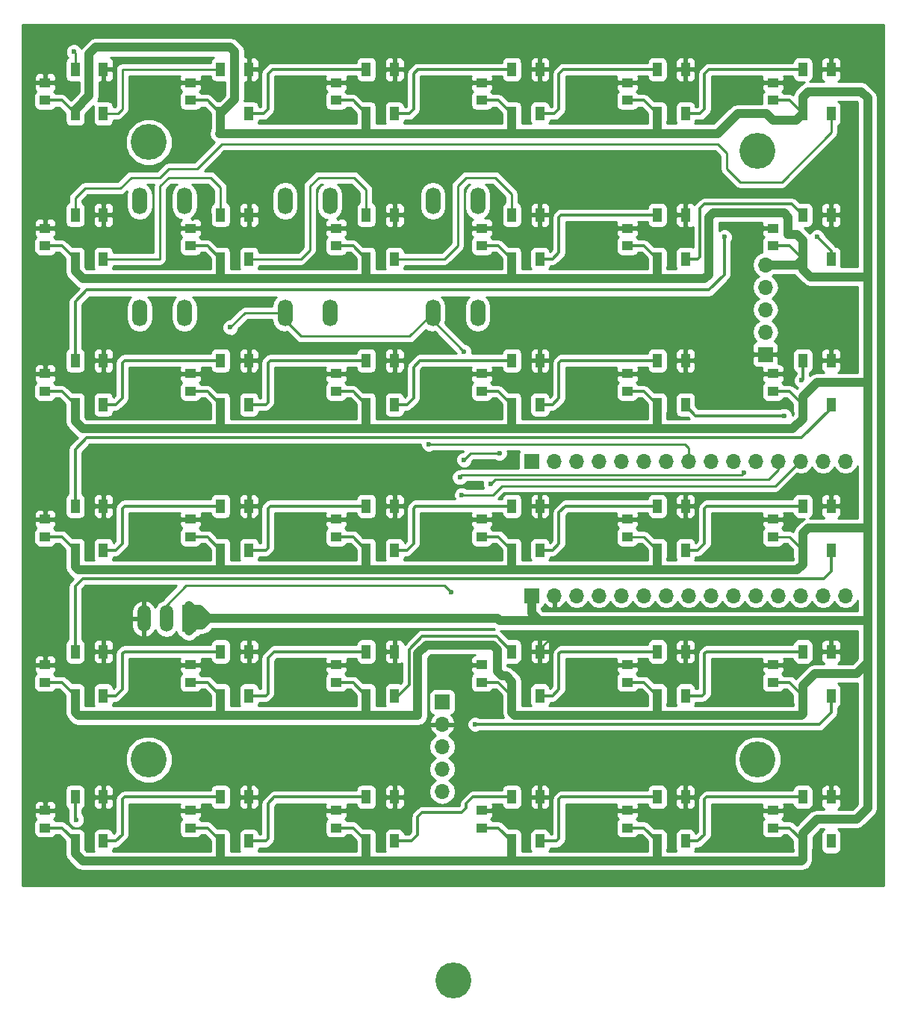
<source format=gbr>
G04 #@! TF.FileFunction,Copper,L1,Top,Signal*
%FSLAX46Y46*%
G04 Gerber Fmt 4.6, Leading zero omitted, Abs format (unit mm)*
G04 Created by KiCad (PCBNEW 4.0.5) date *
%MOMM*%
%LPD*%
G01*
G04 APERTURE LIST*
%ADD10C,0.100000*%
%ADD11R,1.506220X3.014980*%
%ADD12O,1.506220X3.014980*%
%ADD13R,1.250000X1.000000*%
%ADD14R,1.000000X1.600000*%
%ADD15R,1.700000X1.700000*%
%ADD16O,1.700000X1.700000*%
%ADD17O,1.727200X3.048000*%
%ADD18C,4.064000*%
%ADD19C,0.600000*%
%ADD20C,0.250000*%
%ADD21C,1.000000*%
%ADD22C,0.300000*%
%ADD23C,0.254000*%
G04 APERTURE END LIST*
D10*
D11*
X131540000Y-119000000D03*
D12*
X129000000Y-119000000D03*
X126460000Y-119000000D03*
D13*
X115250000Y-58250000D03*
X115250000Y-60250000D03*
X115250000Y-74750000D03*
X115250000Y-76750000D03*
X115250000Y-91250000D03*
X115250000Y-93250000D03*
X115250000Y-107750000D03*
X115250000Y-109750000D03*
X115250000Y-124250000D03*
X115250000Y-126250000D03*
X115250000Y-140750000D03*
X115250000Y-142750000D03*
X131750000Y-58250000D03*
X131750000Y-60250000D03*
X131750000Y-74750000D03*
X131750000Y-76750000D03*
X131750000Y-91250000D03*
X131750000Y-93250000D03*
X131750000Y-107750000D03*
X131750000Y-109750000D03*
X131750000Y-124250000D03*
X131750000Y-126250000D03*
X131750000Y-140750000D03*
X131750000Y-142750000D03*
X148250000Y-58250000D03*
X148250000Y-60250000D03*
X148250000Y-74750000D03*
X148250000Y-76750000D03*
X148250000Y-91250000D03*
X148250000Y-93250000D03*
X148250000Y-107750000D03*
X148250000Y-109750000D03*
X148250000Y-124250000D03*
X148250000Y-126250000D03*
X148250000Y-140750000D03*
X148250000Y-142750000D03*
X164750000Y-58250000D03*
X164750000Y-60250000D03*
X164750000Y-74750000D03*
X164750000Y-76750000D03*
X164750000Y-91250000D03*
X164750000Y-93250000D03*
X164750000Y-107750000D03*
X164750000Y-109750000D03*
X164750000Y-124250000D03*
X164750000Y-126250000D03*
X164750000Y-140750000D03*
X164750000Y-142750000D03*
X181250000Y-58250000D03*
X181250000Y-60250000D03*
X181250000Y-74750000D03*
X181250000Y-76750000D03*
X181250000Y-91250000D03*
X181250000Y-93250000D03*
X181250000Y-107750000D03*
X181250000Y-109750000D03*
X181250000Y-124250000D03*
X181250000Y-126250000D03*
X181250000Y-140750000D03*
X181250000Y-142750000D03*
X197750000Y-58250000D03*
X197750000Y-60250000D03*
X197750000Y-74750000D03*
X197750000Y-76750000D03*
X197750000Y-91250000D03*
X197750000Y-93250000D03*
X197750000Y-107750000D03*
X197750000Y-109750000D03*
X197750000Y-124250000D03*
X197750000Y-126250000D03*
X197750000Y-140750000D03*
X197750000Y-142750000D03*
D14*
X121850000Y-56750000D03*
X118650000Y-56750000D03*
X121850000Y-61750000D03*
X118650000Y-61750000D03*
X121850000Y-73250000D03*
X118650000Y-73250000D03*
X121850000Y-78250000D03*
X118650000Y-78250000D03*
X121850000Y-89750000D03*
X118650000Y-89750000D03*
X121850000Y-94750000D03*
X118650000Y-94750000D03*
X121850000Y-106250000D03*
X118650000Y-106250000D03*
X121850000Y-111250000D03*
X118650000Y-111250000D03*
X121850000Y-122750000D03*
X118650000Y-122750000D03*
X121850000Y-127750000D03*
X118650000Y-127750000D03*
X121850000Y-139250000D03*
X118650000Y-139250000D03*
X121850000Y-144250000D03*
X118650000Y-144250000D03*
X138350000Y-56750000D03*
X135150000Y-56750000D03*
X138350000Y-61750000D03*
X135150000Y-61750000D03*
X138350000Y-73250000D03*
X135150000Y-73250000D03*
X138350000Y-78250000D03*
X135150000Y-78250000D03*
X138350000Y-89750000D03*
X135150000Y-89750000D03*
X138350000Y-94750000D03*
X135150000Y-94750000D03*
X138350000Y-106250000D03*
X135150000Y-106250000D03*
X138350000Y-111250000D03*
X135150000Y-111250000D03*
X138350000Y-122750000D03*
X135150000Y-122750000D03*
X138350000Y-127750000D03*
X135150000Y-127750000D03*
X138350000Y-139250000D03*
X135150000Y-139250000D03*
X138350000Y-144250000D03*
X135150000Y-144250000D03*
X154850000Y-56750000D03*
X151650000Y-56750000D03*
X154850000Y-61750000D03*
X151650000Y-61750000D03*
X154850000Y-73250000D03*
X151650000Y-73250000D03*
X154850000Y-78250000D03*
X151650000Y-78250000D03*
X154850000Y-89750000D03*
X151650000Y-89750000D03*
X154850000Y-94750000D03*
X151650000Y-94750000D03*
X154850000Y-106250000D03*
X151650000Y-106250000D03*
X154850000Y-111250000D03*
X151650000Y-111250000D03*
X154850000Y-122750000D03*
X151650000Y-122750000D03*
X154850000Y-127750000D03*
X151650000Y-127750000D03*
X154850000Y-139250000D03*
X151650000Y-139250000D03*
X154850000Y-144250000D03*
X151650000Y-144250000D03*
X171350000Y-56750000D03*
X168150000Y-56750000D03*
X171350000Y-61750000D03*
X168150000Y-61750000D03*
X171350000Y-73250000D03*
X168150000Y-73250000D03*
X171350000Y-78250000D03*
X168150000Y-78250000D03*
X171350000Y-89750000D03*
X168150000Y-89750000D03*
X171350000Y-94750000D03*
X168150000Y-94750000D03*
X171350000Y-106250000D03*
X168150000Y-106250000D03*
X171350000Y-111250000D03*
X168150000Y-111250000D03*
X171350000Y-122750000D03*
X168150000Y-122750000D03*
X171350000Y-127750000D03*
X168150000Y-127750000D03*
X171350000Y-139250000D03*
X168150000Y-139250000D03*
X171350000Y-144250000D03*
X168150000Y-144250000D03*
X187850000Y-56750000D03*
X184650000Y-56750000D03*
X187850000Y-61750000D03*
X184650000Y-61750000D03*
X187850000Y-73250000D03*
X184650000Y-73250000D03*
X187850000Y-78250000D03*
X184650000Y-78250000D03*
X187850000Y-89750000D03*
X184650000Y-89750000D03*
X187850000Y-94750000D03*
X184650000Y-94750000D03*
X187850000Y-106250000D03*
X184650000Y-106250000D03*
X187850000Y-111250000D03*
X184650000Y-111250000D03*
X187850000Y-122750000D03*
X184650000Y-122750000D03*
X187850000Y-127750000D03*
X184650000Y-127750000D03*
X187850000Y-139250000D03*
X184650000Y-139250000D03*
X187850000Y-144250000D03*
X184650000Y-144250000D03*
X204350000Y-56750000D03*
X201150000Y-56750000D03*
X204350000Y-61750000D03*
X201150000Y-61750000D03*
X204350000Y-73250000D03*
X201150000Y-73250000D03*
X204350000Y-78250000D03*
X201150000Y-78250000D03*
X204350000Y-89750000D03*
X201150000Y-89750000D03*
X204350000Y-94750000D03*
X201150000Y-94750000D03*
X204350000Y-106250000D03*
X201150000Y-106250000D03*
X204350000Y-111250000D03*
X201150000Y-111250000D03*
X204350000Y-122750000D03*
X201150000Y-122750000D03*
X204350000Y-127750000D03*
X201150000Y-127750000D03*
X204350000Y-139250000D03*
X201150000Y-139250000D03*
X204350000Y-144250000D03*
X201150000Y-144250000D03*
D15*
X160260000Y-128470000D03*
D16*
X160260000Y-131010000D03*
X160260000Y-133550000D03*
X160260000Y-136090000D03*
X160260000Y-138630000D03*
D15*
X196890000Y-89060000D03*
D16*
X196890000Y-86520000D03*
X196890000Y-83980000D03*
X196890000Y-81440000D03*
X196890000Y-78900000D03*
D15*
X170420000Y-101165000D03*
D16*
X172960000Y-101165000D03*
X175500000Y-101165000D03*
X178040000Y-101165000D03*
X180580000Y-101165000D03*
X183120000Y-101165000D03*
X185660000Y-101165000D03*
X188200000Y-101165000D03*
X190740000Y-101165000D03*
X193280000Y-101165000D03*
X195820000Y-101165000D03*
X198360000Y-101165000D03*
X200900000Y-101165000D03*
X203440000Y-101165000D03*
X205980000Y-101165000D03*
D15*
X170420000Y-116405000D03*
D16*
X172960000Y-116405000D03*
X175500000Y-116405000D03*
X178040000Y-116405000D03*
X180580000Y-116405000D03*
X183120000Y-116405000D03*
X185660000Y-116405000D03*
X188200000Y-116405000D03*
X190740000Y-116405000D03*
X193280000Y-116405000D03*
X195820000Y-116405000D03*
X198360000Y-116405000D03*
X200900000Y-116405000D03*
X203440000Y-116405000D03*
X205980000Y-116405000D03*
D17*
X125960000Y-71650000D03*
X131040000Y-71650000D03*
X125960000Y-84350000D03*
X131040000Y-84350000D03*
X142460000Y-71650000D03*
X147540000Y-71650000D03*
X142460000Y-84350000D03*
X147540000Y-84350000D03*
X159210000Y-71650000D03*
X164290000Y-71650000D03*
X159210000Y-84350000D03*
X164290000Y-84350000D03*
D18*
X127000000Y-135000000D03*
X196000000Y-135000000D03*
X196000000Y-66000000D03*
X127000000Y-65000000D03*
X161500000Y-160075001D03*
D19*
X161250000Y-116000000D03*
X162750000Y-101000000D03*
X166750000Y-100250000D03*
X158750000Y-99250000D03*
X118500000Y-54750000D03*
X176300000Y-109700000D03*
X122250000Y-59250000D03*
X174250000Y-121000000D03*
X205250000Y-70000000D03*
X194250000Y-80500000D03*
X206500000Y-106250000D03*
X195000000Y-108500000D03*
X195000000Y-59750000D03*
X162750000Y-88750000D03*
X136250000Y-86000000D03*
X202750000Y-75750000D03*
X192250000Y-75750000D03*
X118800000Y-141800000D03*
X164000000Y-131000000D03*
X199000000Y-96000000D03*
X201000000Y-92000000D03*
X165750000Y-103750000D03*
X162500000Y-105000000D03*
X194500000Y-102500000D03*
X162250000Y-103000000D03*
D20*
X129000000Y-119000000D02*
X129000000Y-117500000D01*
X129000000Y-117500000D02*
X131250000Y-115250000D01*
X131250000Y-115250000D02*
X160500000Y-115250000D01*
X160500000Y-115250000D02*
X161250000Y-116000000D01*
X162750000Y-101000000D02*
X163500000Y-100250000D01*
X163500000Y-100250000D02*
X166750000Y-100250000D01*
X118650000Y-56750000D02*
X118650000Y-54900000D01*
X188200000Y-99700000D02*
X188200000Y-101165000D01*
X187750000Y-99250000D02*
X188200000Y-99700000D01*
X185750000Y-99250000D02*
X187750000Y-99250000D01*
X166500000Y-99250000D02*
X185750000Y-99250000D01*
X158750000Y-99250000D02*
X166500000Y-99250000D01*
X118650000Y-54900000D02*
X118500000Y-54750000D01*
X171350000Y-122750000D02*
X171350000Y-122400000D01*
X171350000Y-122400000D02*
X172750000Y-121000000D01*
X172750000Y-121000000D02*
X174250000Y-121000000D01*
X121850000Y-56750000D02*
X121850000Y-58850000D01*
X121850000Y-58850000D02*
X122250000Y-59250000D01*
X171350000Y-122400000D02*
X172750000Y-121000000D01*
X172750000Y-121000000D02*
X174250000Y-121000000D01*
X204350000Y-73250000D02*
X204350000Y-70900000D01*
X204350000Y-70900000D02*
X205250000Y-70000000D01*
X197750000Y-74750000D02*
X194750000Y-74750000D01*
X194250000Y-75250000D02*
X194250000Y-80500000D01*
X194750000Y-74750000D02*
X194250000Y-75250000D01*
X204350000Y-106250000D02*
X206500000Y-106250000D01*
X197750000Y-107750000D02*
X195750000Y-107750000D01*
X195750000Y-107750000D02*
X195000000Y-108500000D01*
X197750000Y-58250000D02*
X196500000Y-58250000D01*
X196500000Y-58250000D02*
X195000000Y-59750000D01*
X204350000Y-106250000D02*
X204350000Y-105650000D01*
X162750000Y-88750000D02*
X159210000Y-85210000D01*
X159210000Y-85210000D02*
X159210000Y-84350000D01*
X142460000Y-84350000D02*
X142460000Y-85210000D01*
X142460000Y-85210000D02*
X144250000Y-87000000D01*
X156560000Y-87000000D02*
X159210000Y-84350000D01*
X144250000Y-87000000D02*
X156560000Y-87000000D01*
X137900000Y-84350000D02*
X142460000Y-84350000D01*
X136250000Y-86000000D02*
X137900000Y-84350000D01*
X121850000Y-61750000D02*
X123500000Y-61750000D01*
X124000000Y-56750000D02*
X135150000Y-56750000D01*
X124000000Y-61250000D02*
X124000000Y-56750000D01*
X123500000Y-61750000D02*
X124000000Y-61250000D01*
X134900000Y-57000000D02*
X135150000Y-56750000D01*
X121850000Y-78250000D02*
X128250000Y-78250000D01*
X135150000Y-70150000D02*
X135150000Y-73250000D01*
X134000000Y-69000000D02*
X135150000Y-70150000D01*
X129250000Y-69000000D02*
X134000000Y-69000000D01*
X128250000Y-70000000D02*
X129250000Y-69000000D01*
X128250000Y-78250000D02*
X128250000Y-70000000D01*
X134650000Y-72750000D02*
X135150000Y-73250000D01*
D21*
X184650000Y-64000000D02*
X191500000Y-64000000D01*
X200400000Y-62500000D02*
X201150000Y-61750000D01*
X197750000Y-62500000D02*
X200400000Y-62500000D01*
X197000000Y-61750000D02*
X197750000Y-62500000D01*
X193750000Y-61750000D02*
X197000000Y-61750000D01*
X191500000Y-64000000D02*
X193750000Y-61750000D01*
X131540000Y-119000000D02*
X131540000Y-120460000D01*
X131540000Y-120460000D02*
X132250000Y-119750000D01*
X132250000Y-119750000D02*
X133000000Y-119750000D01*
X133000000Y-119750000D02*
X133750000Y-119000000D01*
X131540000Y-119000000D02*
X131540000Y-117540000D01*
X131540000Y-117540000D02*
X132000000Y-118000000D01*
X132000000Y-118000000D02*
X132750000Y-118000000D01*
X132750000Y-118000000D02*
X133750000Y-119000000D01*
X131540000Y-119000000D02*
X133750000Y-119000000D01*
X133750000Y-119000000D02*
X166500000Y-119000000D01*
X166750000Y-119250000D02*
X171250000Y-119250000D01*
X166500000Y-119000000D02*
X166750000Y-119250000D01*
X136750000Y-60150000D02*
X135150000Y-61750000D01*
X136750000Y-54750000D02*
X136750000Y-60150000D01*
X136250000Y-54250000D02*
X136750000Y-54750000D01*
X121000000Y-54250000D02*
X136250000Y-54250000D01*
X120250000Y-55000000D02*
X121000000Y-54250000D01*
X120250000Y-59750000D02*
X120250000Y-55000000D01*
X118650000Y-61350000D02*
X120250000Y-59750000D01*
X118650000Y-61750000D02*
X118650000Y-61350000D01*
D20*
X181250000Y-109750000D02*
X183150000Y-109750000D01*
X183150000Y-109750000D02*
X184650000Y-111250000D01*
X197750000Y-109750000D02*
X199650000Y-109750000D01*
X199650000Y-109750000D02*
X201150000Y-111250000D01*
D21*
X151650000Y-127750000D02*
X151650000Y-130000000D01*
X151650000Y-130000000D02*
X152000000Y-130000000D01*
X135150000Y-127750000D02*
X135150000Y-130000000D01*
X135150000Y-130000000D02*
X135000000Y-130000000D01*
X170420000Y-116405000D02*
X170420000Y-118420000D01*
X171250000Y-119250000D02*
X208500000Y-119250000D01*
X170420000Y-118420000D02*
X171250000Y-119250000D01*
X201150000Y-144250000D02*
X201150000Y-143350000D01*
X208500000Y-140500000D02*
X208500000Y-124000000D01*
X207250000Y-141750000D02*
X208500000Y-140500000D01*
X202750000Y-141750000D02*
X207250000Y-141750000D01*
X201150000Y-143350000D02*
X202750000Y-141750000D01*
X201150000Y-127750000D02*
X201150000Y-126600000D01*
X201150000Y-126600000D02*
X202500000Y-125250000D01*
X202500000Y-125250000D02*
X207250000Y-125250000D01*
X207250000Y-125250000D02*
X208500000Y-124000000D01*
X208500000Y-124000000D02*
X208500000Y-119250000D01*
X208500000Y-119250000D02*
X208500000Y-107250000D01*
X201150000Y-78250000D02*
X201150000Y-79400000D01*
X202000000Y-80250000D02*
X208500000Y-80250000D01*
X201150000Y-79400000D02*
X202000000Y-80250000D01*
X208500000Y-92500000D02*
X208500000Y-80250000D01*
X208500000Y-80250000D02*
X208500000Y-69000000D01*
X201150000Y-59850000D02*
X201150000Y-61750000D01*
X201750000Y-59250000D02*
X201150000Y-59850000D01*
X207750000Y-59250000D02*
X201750000Y-59250000D01*
X208500000Y-60000000D02*
X207750000Y-59250000D01*
X208500000Y-69000000D02*
X208500000Y-60000000D01*
X201150000Y-94750000D02*
X201150000Y-93850000D01*
X201150000Y-109350000D02*
X201150000Y-111250000D01*
X208500000Y-107250000D02*
X208500000Y-108500000D01*
X208500000Y-108500000D02*
X208250000Y-108750000D01*
X208250000Y-108750000D02*
X201750000Y-108750000D01*
X201750000Y-108750000D02*
X201150000Y-109350000D01*
X208500000Y-92500000D02*
X208500000Y-107250000D01*
X208250000Y-92250000D02*
X208500000Y-92500000D01*
X202750000Y-92250000D02*
X208250000Y-92250000D01*
X201150000Y-93850000D02*
X202750000Y-92250000D01*
X196890000Y-78900000D02*
X200500000Y-78900000D01*
X200500000Y-78900000D02*
X201150000Y-78250000D01*
D22*
X197750000Y-126250000D02*
X199650000Y-126250000D01*
X199650000Y-126250000D02*
X201150000Y-127750000D01*
X181250000Y-126250000D02*
X183150000Y-126250000D01*
X183150000Y-126250000D02*
X184650000Y-127750000D01*
X164750000Y-126250000D02*
X166650000Y-126250000D01*
X166650000Y-126250000D02*
X168150000Y-127750000D01*
X148250000Y-126250000D02*
X150150000Y-126250000D01*
X150150000Y-126250000D02*
X151650000Y-127750000D01*
X131750000Y-126250000D02*
X133650000Y-126250000D01*
X133650000Y-126250000D02*
X135150000Y-127750000D01*
X115250000Y-126250000D02*
X117150000Y-126250000D01*
X117150000Y-126250000D02*
X118650000Y-127750000D01*
X164750000Y-109750000D02*
X166650000Y-109750000D01*
X166650000Y-109750000D02*
X168150000Y-111250000D01*
X148250000Y-109750000D02*
X150150000Y-109750000D01*
X150150000Y-109750000D02*
X151650000Y-111250000D01*
X131750000Y-109750000D02*
X133650000Y-109750000D01*
X133650000Y-109750000D02*
X135150000Y-111250000D01*
X115250000Y-109750000D02*
X117150000Y-109750000D01*
X117150000Y-109750000D02*
X118650000Y-111250000D01*
X197750000Y-76750000D02*
X199650000Y-76750000D01*
X199650000Y-76750000D02*
X201150000Y-78250000D01*
X181250000Y-76750000D02*
X183150000Y-76750000D01*
X183150000Y-76750000D02*
X184650000Y-78250000D01*
X164750000Y-76750000D02*
X166650000Y-76750000D01*
X166650000Y-76750000D02*
X168150000Y-78250000D01*
X148250000Y-76750000D02*
X150150000Y-76750000D01*
X150150000Y-76750000D02*
X151650000Y-78250000D01*
X131750000Y-76750000D02*
X133650000Y-76750000D01*
X133650000Y-76750000D02*
X135150000Y-78250000D01*
X197750000Y-93250000D02*
X199650000Y-93250000D01*
X199650000Y-93250000D02*
X201150000Y-94750000D01*
X181250000Y-93250000D02*
X183150000Y-93250000D01*
X183150000Y-93250000D02*
X184650000Y-94750000D01*
X164750000Y-93250000D02*
X166650000Y-93250000D01*
X166650000Y-93250000D02*
X168150000Y-94750000D01*
X148250000Y-93250000D02*
X150150000Y-93250000D01*
X150150000Y-93250000D02*
X151650000Y-94750000D01*
X131750000Y-93250000D02*
X133650000Y-93250000D01*
X133650000Y-93250000D02*
X135150000Y-94750000D01*
X115250000Y-93250000D02*
X117150000Y-93250000D01*
X117150000Y-93250000D02*
X118650000Y-94750000D01*
X181250000Y-142750000D02*
X183150000Y-142750000D01*
X183150000Y-142750000D02*
X184650000Y-144250000D01*
X197750000Y-142750000D02*
X199650000Y-142750000D01*
X199650000Y-142750000D02*
X201150000Y-144250000D01*
X164750000Y-142750000D02*
X166650000Y-142750000D01*
X166650000Y-142750000D02*
X168150000Y-144250000D01*
X148250000Y-142750000D02*
X150150000Y-142750000D01*
X150150000Y-142750000D02*
X151650000Y-144250000D01*
X131750000Y-142750000D02*
X133650000Y-142750000D01*
X133650000Y-142750000D02*
X135150000Y-144250000D01*
X115250000Y-142750000D02*
X117150000Y-142750000D01*
X117150000Y-142750000D02*
X118650000Y-144250000D01*
D21*
X135150000Y-144250000D02*
X135150000Y-146500000D01*
X135150000Y-146500000D02*
X135000000Y-146500000D01*
X151650000Y-144250000D02*
X151650000Y-146500000D01*
X151650000Y-146500000D02*
X151500000Y-146500000D01*
X168150000Y-144250000D02*
X168150000Y-146500000D01*
X168150000Y-146500000D02*
X168000000Y-146500000D01*
X184650000Y-144250000D02*
X184650000Y-146500000D01*
X184650000Y-146500000D02*
X185000000Y-146500000D01*
X118650000Y-144250000D02*
X118650000Y-145650000D01*
X201150000Y-146350000D02*
X201150000Y-144250000D01*
X201000000Y-146500000D02*
X201150000Y-146350000D01*
X119500000Y-146500000D02*
X135000000Y-146500000D01*
X135000000Y-146500000D02*
X151500000Y-146500000D01*
X151500000Y-146500000D02*
X168000000Y-146500000D01*
X168000000Y-146500000D02*
X185000000Y-146500000D01*
X185000000Y-146500000D02*
X201000000Y-146500000D01*
X118650000Y-145650000D02*
X119500000Y-146500000D01*
X184650000Y-127750000D02*
X184650000Y-130000000D01*
X184650000Y-130000000D02*
X184500000Y-130000000D01*
X168150000Y-127750000D02*
X168150000Y-129650000D01*
X201150000Y-129850000D02*
X201150000Y-127750000D01*
X201000000Y-130000000D02*
X201150000Y-129850000D01*
X168500000Y-130000000D02*
X184500000Y-130000000D01*
X184500000Y-130000000D02*
X201000000Y-130000000D01*
X168150000Y-129650000D02*
X168500000Y-130000000D01*
X118650000Y-127750000D02*
X118650000Y-129650000D01*
X118650000Y-129650000D02*
X119000000Y-130000000D01*
X119000000Y-130000000D02*
X135000000Y-130000000D01*
X168150000Y-126150000D02*
X168150000Y-127750000D01*
X167500000Y-125500000D02*
X168150000Y-126150000D01*
X167000000Y-125500000D02*
X167500000Y-125500000D01*
X166500000Y-125000000D02*
X167000000Y-125500000D01*
X166500000Y-122500000D02*
X166500000Y-125000000D01*
X166000000Y-122000000D02*
X166500000Y-122500000D01*
X158500000Y-122000000D02*
X166000000Y-122000000D01*
X157500000Y-123000000D02*
X158500000Y-122000000D01*
X157500000Y-125500000D02*
X157500000Y-123000000D01*
X157500000Y-130000000D02*
X157500000Y-125500000D01*
X152000000Y-130000000D02*
X157500000Y-130000000D01*
X135000000Y-130000000D02*
X152000000Y-130000000D01*
X151650000Y-111250000D02*
X151650000Y-113500000D01*
X151650000Y-113500000D02*
X151500000Y-113500000D01*
X135150000Y-111250000D02*
X135150000Y-113500000D01*
X135150000Y-113500000D02*
X135000000Y-113500000D01*
X168150000Y-111250000D02*
X168150000Y-113500000D01*
X168150000Y-113500000D02*
X168000000Y-113500000D01*
X184650000Y-111250000D02*
X184650000Y-113500000D01*
X184650000Y-113500000D02*
X184500000Y-113500000D01*
X118650000Y-111250000D02*
X118650000Y-113150000D01*
X201150000Y-112850000D02*
X201150000Y-111250000D01*
X184500000Y-113500000D02*
X200500000Y-113500000D01*
X200500000Y-113500000D02*
X201150000Y-112850000D01*
X119000000Y-113500000D02*
X135000000Y-113500000D01*
X135000000Y-113500000D02*
X151500000Y-113500000D01*
X151500000Y-113500000D02*
X168000000Y-113500000D01*
X168000000Y-113500000D02*
X184500000Y-113500000D01*
X118650000Y-113150000D02*
X119000000Y-113500000D01*
X135150000Y-94750000D02*
X135150000Y-97500000D01*
X135150000Y-97500000D02*
X135000000Y-97500000D01*
X151650000Y-94750000D02*
X151650000Y-97500000D01*
X151650000Y-97500000D02*
X151500000Y-97500000D01*
X168150000Y-94750000D02*
X168150000Y-97500000D01*
X168150000Y-97500000D02*
X168500000Y-97500000D01*
X184650000Y-94750000D02*
X184650000Y-97500000D01*
X184650000Y-97500000D02*
X184500000Y-97500000D01*
X118650000Y-94750000D02*
X118650000Y-96650000D01*
X118650000Y-96650000D02*
X119500000Y-97500000D01*
X119500000Y-97500000D02*
X135000000Y-97500000D01*
X201150000Y-96350000D02*
X201150000Y-94750000D01*
X200000000Y-97500000D02*
X201150000Y-96350000D01*
X135000000Y-97500000D02*
X151500000Y-97500000D01*
X151500000Y-97500000D02*
X168500000Y-97500000D01*
X168500000Y-97500000D02*
X184500000Y-97500000D01*
X184500000Y-97500000D02*
X200000000Y-97500000D01*
X135150000Y-78250000D02*
X135150000Y-80500000D01*
X135150000Y-80500000D02*
X135000000Y-80500000D01*
X151650000Y-78250000D02*
X151650000Y-80500000D01*
X151650000Y-80500000D02*
X151500000Y-80500000D01*
X168150000Y-78250000D02*
X168150000Y-80500000D01*
X168150000Y-80500000D02*
X168000000Y-80500000D01*
X184650000Y-78250000D02*
X184650000Y-80500000D01*
X184650000Y-80500000D02*
X185000000Y-80500000D01*
X118650000Y-78250000D02*
X118650000Y-79650000D01*
X118650000Y-79650000D02*
X119500000Y-80500000D01*
X119500000Y-80500000D02*
X135000000Y-80500000D01*
X201150000Y-76150000D02*
X201150000Y-78250000D01*
X200500000Y-75500000D02*
X201150000Y-76150000D01*
X199500000Y-75500000D02*
X200500000Y-75500000D01*
X199500000Y-73500000D02*
X199500000Y-75500000D01*
X199000000Y-73000000D02*
X199500000Y-73500000D01*
X191000000Y-73000000D02*
X199000000Y-73000000D01*
X190500000Y-73500000D02*
X191000000Y-73000000D01*
X190500000Y-80000000D02*
X190500000Y-73500000D01*
X190000000Y-80500000D02*
X190500000Y-80000000D01*
X135000000Y-80500000D02*
X151500000Y-80500000D01*
X151500000Y-80500000D02*
X168000000Y-80500000D01*
X168000000Y-80500000D02*
X185000000Y-80500000D01*
X185000000Y-80500000D02*
X190000000Y-80500000D01*
X135150000Y-61750000D02*
X135150000Y-64000000D01*
X135150000Y-64000000D02*
X135000000Y-64000000D01*
X135000000Y-64000000D02*
X152000000Y-64000000D01*
X151650000Y-61750000D02*
X151650000Y-64000000D01*
X151650000Y-64000000D02*
X152000000Y-64000000D01*
X168150000Y-61750000D02*
X168150000Y-64000000D01*
X168150000Y-64000000D02*
X168000000Y-64000000D01*
X184650000Y-61750000D02*
X184650000Y-64000000D01*
X184650000Y-64000000D02*
X185000000Y-64000000D01*
X152000000Y-64000000D02*
X168000000Y-64000000D01*
X168000000Y-64000000D02*
X185000000Y-64000000D01*
D22*
X115250000Y-76750000D02*
X117150000Y-76750000D01*
X117150000Y-76750000D02*
X118650000Y-78250000D01*
X197750000Y-60250000D02*
X199650000Y-60250000D01*
X199650000Y-60250000D02*
X201150000Y-61750000D01*
X181250000Y-60250000D02*
X183150000Y-60250000D01*
X183150000Y-60250000D02*
X184650000Y-61750000D01*
X164750000Y-60250000D02*
X166650000Y-60250000D01*
X166650000Y-60250000D02*
X168150000Y-61750000D01*
X148250000Y-60250000D02*
X150150000Y-60250000D01*
X150150000Y-60250000D02*
X151650000Y-61750000D01*
X131750000Y-60250000D02*
X133650000Y-60250000D01*
X133650000Y-60250000D02*
X135150000Y-61750000D01*
X115250000Y-60250000D02*
X117150000Y-60250000D01*
X117150000Y-60250000D02*
X118650000Y-61750000D01*
D20*
X118650000Y-73250000D02*
X118650000Y-71350000D01*
X204350000Y-63900000D02*
X204350000Y-61750000D01*
X198750000Y-69500000D02*
X204350000Y-63900000D01*
X194000000Y-69500000D02*
X198750000Y-69500000D01*
X192500000Y-68000000D02*
X194000000Y-69500000D01*
X192500000Y-66250000D02*
X192500000Y-68000000D01*
X191500000Y-65250000D02*
X192500000Y-66250000D01*
X135250000Y-65250000D02*
X191500000Y-65250000D01*
X132500000Y-68000000D02*
X135250000Y-65250000D01*
X129250000Y-68000000D02*
X132500000Y-68000000D01*
X128250000Y-69000000D02*
X129250000Y-68000000D01*
X125000000Y-69000000D02*
X128250000Y-69000000D01*
X123750000Y-70250000D02*
X125000000Y-69000000D01*
X119750000Y-70250000D02*
X123750000Y-70250000D01*
X118650000Y-71350000D02*
X119750000Y-70250000D01*
D22*
X118650000Y-89750000D02*
X118650000Y-83100000D01*
X204350000Y-77350000D02*
X204350000Y-78250000D01*
X202750000Y-75750000D02*
X204350000Y-77350000D01*
X192250000Y-80000000D02*
X192250000Y-75750000D01*
X190500000Y-81750000D02*
X192250000Y-80000000D01*
X120000000Y-81750000D02*
X190500000Y-81750000D01*
X118650000Y-83100000D02*
X120000000Y-81750000D01*
X121850000Y-94750000D02*
X123250000Y-94750000D01*
X124250000Y-89750000D02*
X135150000Y-89750000D01*
X124000000Y-90000000D02*
X124250000Y-89750000D01*
X124000000Y-94000000D02*
X124000000Y-90000000D01*
X123250000Y-94750000D02*
X124000000Y-94000000D01*
X204350000Y-94750000D02*
X204350000Y-95150000D01*
X204350000Y-95150000D02*
X201000000Y-98500000D01*
X201000000Y-98500000D02*
X120000000Y-98500000D01*
X120000000Y-98500000D02*
X118650000Y-99850000D01*
X118650000Y-99850000D02*
X118650000Y-106250000D01*
X121850000Y-111250000D02*
X123250000Y-111250000D01*
X124250000Y-106250000D02*
X135150000Y-106250000D01*
X124000000Y-106500000D02*
X124250000Y-106250000D01*
X124000000Y-110500000D02*
X124000000Y-106500000D01*
X123250000Y-111250000D02*
X124000000Y-110500000D01*
X204350000Y-111250000D02*
X204350000Y-113650000D01*
X118650000Y-115350000D02*
X118650000Y-122750000D01*
X119500000Y-114500000D02*
X118650000Y-115350000D01*
X203500000Y-114500000D02*
X119500000Y-114500000D01*
X204350000Y-113650000D02*
X203500000Y-114500000D01*
X121850000Y-127750000D02*
X123250000Y-127750000D01*
X124250000Y-122750000D02*
X135150000Y-122750000D01*
X124000000Y-123000000D02*
X124250000Y-122750000D01*
X124000000Y-127000000D02*
X124000000Y-123000000D01*
X123250000Y-127750000D02*
X124000000Y-127000000D01*
X204350000Y-127750000D02*
X204350000Y-129650000D01*
X118650000Y-141650000D02*
X118650000Y-139250000D01*
X118800000Y-141800000D02*
X118650000Y-141650000D01*
X203000000Y-131000000D02*
X164000000Y-131000000D01*
X204350000Y-129650000D02*
X203000000Y-131000000D01*
X121850000Y-144250000D02*
X123250000Y-144250000D01*
X124250000Y-139250000D02*
X135150000Y-139250000D01*
X124000000Y-139500000D02*
X124250000Y-139250000D01*
X124000000Y-143500000D02*
X124000000Y-139500000D01*
X123250000Y-144250000D02*
X124000000Y-143500000D01*
X138350000Y-61750000D02*
X140000000Y-61750000D01*
X141000000Y-56750000D02*
X151650000Y-56750000D01*
X140500000Y-57250000D02*
X141000000Y-56750000D01*
X140500000Y-61250000D02*
X140500000Y-57250000D01*
X140000000Y-61750000D02*
X140500000Y-61250000D01*
D20*
X138350000Y-78250000D02*
X144250000Y-78250000D01*
X151650000Y-70400000D02*
X151650000Y-73250000D01*
X150250000Y-69000000D02*
X151650000Y-70400000D01*
X146250000Y-69000000D02*
X150250000Y-69000000D01*
X145250000Y-70000000D02*
X146250000Y-69000000D01*
X145250000Y-77250000D02*
X145250000Y-70000000D01*
X144250000Y-78250000D02*
X145250000Y-77250000D01*
D22*
X138350000Y-94750000D02*
X140250000Y-94750000D01*
X140750000Y-89750000D02*
X151650000Y-89750000D01*
X140500000Y-90000000D02*
X140750000Y-89750000D01*
X140500000Y-94500000D02*
X140500000Y-90000000D01*
X140250000Y-94750000D02*
X140500000Y-94500000D01*
X138350000Y-111250000D02*
X140250000Y-111250000D01*
X140750000Y-106250000D02*
X151650000Y-106250000D01*
X140500000Y-106500000D02*
X140750000Y-106250000D01*
X140500000Y-111000000D02*
X140500000Y-106500000D01*
X140250000Y-111250000D02*
X140500000Y-111000000D01*
X138350000Y-127750000D02*
X140250000Y-127750000D01*
X141250000Y-122750000D02*
X151650000Y-122750000D01*
X140500000Y-123500000D02*
X141250000Y-122750000D01*
X140500000Y-127500000D02*
X140500000Y-123500000D01*
X140250000Y-127750000D02*
X140500000Y-127500000D01*
X138350000Y-144250000D02*
X140250000Y-144250000D01*
X141250000Y-139250000D02*
X151650000Y-139250000D01*
X140500000Y-140000000D02*
X141250000Y-139250000D01*
X140500000Y-144000000D02*
X140500000Y-140000000D01*
X140250000Y-144250000D02*
X140500000Y-144000000D01*
X154850000Y-61750000D02*
X156500000Y-61750000D01*
X157500000Y-56750000D02*
X168150000Y-56750000D01*
X157000000Y-57250000D02*
X157500000Y-56750000D01*
X157000000Y-61250000D02*
X157000000Y-57250000D01*
X156500000Y-61750000D02*
X157000000Y-61250000D01*
D20*
X154850000Y-78250000D02*
X160500000Y-78250000D01*
X168150000Y-70900000D02*
X168150000Y-73250000D01*
X166250000Y-69000000D02*
X168150000Y-70900000D01*
X163000000Y-69000000D02*
X166250000Y-69000000D01*
X162000000Y-70000000D02*
X163000000Y-69000000D01*
X162000000Y-76750000D02*
X162000000Y-70000000D01*
X160500000Y-78250000D02*
X162000000Y-76750000D01*
D22*
X154850000Y-94750000D02*
X156250000Y-94750000D01*
X157750000Y-89750000D02*
X168150000Y-89750000D01*
X157000000Y-90500000D02*
X157750000Y-89750000D01*
X157000000Y-94000000D02*
X157000000Y-90500000D01*
X156250000Y-94750000D02*
X157000000Y-94000000D01*
X154850000Y-111250000D02*
X156250000Y-111250000D01*
X157250000Y-106250000D02*
X168150000Y-106250000D01*
X157000000Y-106500000D02*
X157250000Y-106250000D01*
X157000000Y-110500000D02*
X157000000Y-106500000D01*
X156250000Y-111250000D02*
X157000000Y-110500000D01*
X154850000Y-127750000D02*
X155250000Y-127750000D01*
X155250000Y-127750000D02*
X156500000Y-126500000D01*
X156500000Y-126500000D02*
X156500000Y-122500000D01*
X156500000Y-122500000D02*
X158000000Y-121000000D01*
X158000000Y-121000000D02*
X166400000Y-121000000D01*
X166400000Y-121000000D02*
X168150000Y-122750000D01*
X154850000Y-144250000D02*
X156750000Y-144250000D01*
X163750000Y-139250000D02*
X168150000Y-139250000D01*
X163000000Y-140000000D02*
X163750000Y-139250000D01*
X163000000Y-140500000D02*
X163000000Y-140000000D01*
X162500000Y-141000000D02*
X163000000Y-140500000D01*
X158000000Y-141000000D02*
X162500000Y-141000000D01*
X157500000Y-141500000D02*
X158000000Y-141000000D01*
X157500000Y-143500000D02*
X157500000Y-141500000D01*
X156750000Y-144250000D02*
X157500000Y-143500000D01*
X171350000Y-61750000D02*
X173000000Y-61750000D01*
X174000000Y-56750000D02*
X184650000Y-56750000D01*
X173500000Y-57250000D02*
X174000000Y-56750000D01*
X173500000Y-61250000D02*
X173500000Y-57250000D01*
X173000000Y-61750000D02*
X173500000Y-61250000D01*
X171350000Y-78250000D02*
X172750000Y-78250000D01*
X173750000Y-73250000D02*
X184650000Y-73250000D01*
X173500000Y-73500000D02*
X173750000Y-73250000D01*
X173500000Y-77500000D02*
X173500000Y-73500000D01*
X172750000Y-78250000D02*
X173500000Y-77500000D01*
X171350000Y-94750000D02*
X172750000Y-94750000D01*
X173750000Y-89750000D02*
X184650000Y-89750000D01*
X173500000Y-90000000D02*
X173750000Y-89750000D01*
X173500000Y-94000000D02*
X173500000Y-90000000D01*
X172750000Y-94750000D02*
X173500000Y-94000000D01*
X171350000Y-111250000D02*
X172750000Y-111250000D01*
X174250000Y-106250000D02*
X184650000Y-106250000D01*
X173500000Y-107000000D02*
X174250000Y-106250000D01*
X173500000Y-110500000D02*
X173500000Y-107000000D01*
X172750000Y-111250000D02*
X173500000Y-110500000D01*
X171350000Y-127750000D02*
X172750000Y-127750000D01*
X173750000Y-122750000D02*
X184650000Y-122750000D01*
X173500000Y-123000000D02*
X173750000Y-122750000D01*
X173500000Y-127000000D02*
X173500000Y-123000000D01*
X172750000Y-127750000D02*
X173500000Y-127000000D01*
X171350000Y-144250000D02*
X173250000Y-144250000D01*
X173750000Y-139250000D02*
X184650000Y-139250000D01*
X173500000Y-139500000D02*
X173750000Y-139250000D01*
X173500000Y-144000000D02*
X173500000Y-139500000D01*
X173250000Y-144250000D02*
X173500000Y-144000000D01*
X187850000Y-61750000D02*
X189500000Y-61750000D01*
X190500000Y-56750000D02*
X201150000Y-56750000D01*
X190000000Y-57250000D02*
X190500000Y-56750000D01*
X190000000Y-61250000D02*
X190000000Y-57250000D01*
X189500000Y-61750000D02*
X190000000Y-61250000D01*
X187850000Y-78250000D02*
X189250000Y-78250000D01*
X199900000Y-72000000D02*
X201150000Y-73250000D01*
X190000000Y-72000000D02*
X199900000Y-72000000D01*
X189500000Y-72500000D02*
X190000000Y-72000000D01*
X189500000Y-78000000D02*
X189500000Y-72500000D01*
X189250000Y-78250000D02*
X189500000Y-78000000D01*
X187850000Y-94750000D02*
X187850000Y-94850000D01*
X187850000Y-94850000D02*
X189000000Y-96000000D01*
X189000000Y-96000000D02*
X199000000Y-96000000D01*
X201000000Y-92000000D02*
X201150000Y-91850000D01*
X201150000Y-91850000D02*
X201150000Y-89750000D01*
X187850000Y-111250000D02*
X189250000Y-111250000D01*
X190250000Y-106250000D02*
X201150000Y-106250000D01*
X190000000Y-106500000D02*
X190250000Y-106250000D01*
X190000000Y-110500000D02*
X190000000Y-106500000D01*
X189250000Y-111250000D02*
X190000000Y-110500000D01*
X187850000Y-127750000D02*
X189750000Y-127750000D01*
X190250000Y-122750000D02*
X201150000Y-122750000D01*
X190000000Y-123000000D02*
X190250000Y-122750000D01*
X190000000Y-127500000D02*
X190000000Y-123000000D01*
X189750000Y-127750000D02*
X190000000Y-127500000D01*
X187850000Y-144250000D02*
X189250000Y-144250000D01*
X190250000Y-139250000D02*
X201150000Y-139250000D01*
X190000000Y-139500000D02*
X190250000Y-139250000D01*
X190000000Y-143500000D02*
X190000000Y-139500000D01*
X189250000Y-144250000D02*
X190000000Y-143500000D01*
D20*
X198360000Y-102140000D02*
X198360000Y-101165000D01*
X197250000Y-103250000D02*
X198360000Y-102140000D01*
X166250000Y-103250000D02*
X197250000Y-103250000D01*
X165750000Y-103750000D02*
X166250000Y-103250000D01*
X200900000Y-101165000D02*
X200835000Y-101165000D01*
X200835000Y-101165000D02*
X198000000Y-104000000D01*
X198000000Y-104000000D02*
X167000000Y-104000000D01*
X167000000Y-104000000D02*
X166000000Y-105000000D01*
X166000000Y-105000000D02*
X162500000Y-105000000D01*
X194250000Y-102750000D02*
X194500000Y-102500000D01*
X162500000Y-102750000D02*
X194250000Y-102750000D01*
X162250000Y-103000000D02*
X162500000Y-102750000D01*
D23*
G36*
X210290000Y-149290000D02*
X112710000Y-149290000D01*
X112710000Y-140123691D01*
X113990000Y-140123691D01*
X113990000Y-140464250D01*
X114148750Y-140623000D01*
X115123000Y-140623000D01*
X115123000Y-139773750D01*
X115377000Y-139773750D01*
X115377000Y-140623000D01*
X116351250Y-140623000D01*
X116510000Y-140464250D01*
X116510000Y-140123691D01*
X116413327Y-139890302D01*
X116234699Y-139711673D01*
X116001310Y-139615000D01*
X115535750Y-139615000D01*
X115377000Y-139773750D01*
X115123000Y-139773750D01*
X114964250Y-139615000D01*
X114498690Y-139615000D01*
X114265301Y-139711673D01*
X114086673Y-139890302D01*
X113990000Y-140123691D01*
X112710000Y-140123691D01*
X112710000Y-138450000D01*
X117502560Y-138450000D01*
X117502560Y-140050000D01*
X117546838Y-140285317D01*
X117685910Y-140501441D01*
X117865000Y-140623808D01*
X117865000Y-141650000D01*
X117865129Y-141650650D01*
X117864838Y-141985167D01*
X118006883Y-142328943D01*
X118269673Y-142592192D01*
X118613201Y-142734838D01*
X118985167Y-142735162D01*
X119328943Y-142593117D01*
X119592192Y-142330327D01*
X119734838Y-141986799D01*
X119735162Y-141614833D01*
X119593117Y-141271057D01*
X119435000Y-141112664D01*
X119435000Y-140621192D01*
X119601441Y-140514090D01*
X119746431Y-140301890D01*
X119797440Y-140050000D01*
X119797440Y-139535750D01*
X120715000Y-139535750D01*
X120715000Y-140176309D01*
X120811673Y-140409698D01*
X120990301Y-140588327D01*
X121223690Y-140685000D01*
X121564250Y-140685000D01*
X121723000Y-140526250D01*
X121723000Y-139377000D01*
X121977000Y-139377000D01*
X121977000Y-140526250D01*
X122135750Y-140685000D01*
X122476310Y-140685000D01*
X122709699Y-140588327D01*
X122888327Y-140409698D01*
X122985000Y-140176309D01*
X122985000Y-139535750D01*
X122826250Y-139377000D01*
X121977000Y-139377000D01*
X121723000Y-139377000D01*
X120873750Y-139377000D01*
X120715000Y-139535750D01*
X119797440Y-139535750D01*
X119797440Y-138450000D01*
X119773674Y-138323691D01*
X120715000Y-138323691D01*
X120715000Y-138964250D01*
X120873750Y-139123000D01*
X121723000Y-139123000D01*
X121723000Y-137973750D01*
X121977000Y-137973750D01*
X121977000Y-139123000D01*
X122826250Y-139123000D01*
X122985000Y-138964250D01*
X122985000Y-138323691D01*
X122888327Y-138090302D01*
X122709699Y-137911673D01*
X122476310Y-137815000D01*
X122135750Y-137815000D01*
X121977000Y-137973750D01*
X121723000Y-137973750D01*
X121564250Y-137815000D01*
X121223690Y-137815000D01*
X120990301Y-137911673D01*
X120811673Y-138090302D01*
X120715000Y-138323691D01*
X119773674Y-138323691D01*
X119753162Y-138214683D01*
X119614090Y-137998559D01*
X119401890Y-137853569D01*
X119150000Y-137802560D01*
X118150000Y-137802560D01*
X117914683Y-137846838D01*
X117698559Y-137985910D01*
X117553569Y-138198110D01*
X117502560Y-138450000D01*
X112710000Y-138450000D01*
X112710000Y-135528172D01*
X124332538Y-135528172D01*
X124737709Y-136508761D01*
X125487293Y-137259655D01*
X126467173Y-137666536D01*
X127528172Y-137667462D01*
X128508761Y-137262291D01*
X129259655Y-136512707D01*
X129666536Y-135532827D01*
X129667462Y-134471828D01*
X129286571Y-133550000D01*
X158745907Y-133550000D01*
X158858946Y-134118285D01*
X159180853Y-134600054D01*
X159510026Y-134820000D01*
X159180853Y-135039946D01*
X158858946Y-135521715D01*
X158745907Y-136090000D01*
X158858946Y-136658285D01*
X159180853Y-137140054D01*
X159510026Y-137360000D01*
X159180853Y-137579946D01*
X158858946Y-138061715D01*
X158745907Y-138630000D01*
X158858946Y-139198285D01*
X159180853Y-139680054D01*
X159662622Y-140001961D01*
X160230907Y-140115000D01*
X160289093Y-140115000D01*
X160857378Y-140001961D01*
X161339147Y-139680054D01*
X161661054Y-139198285D01*
X161774093Y-138630000D01*
X161661054Y-138061715D01*
X161339147Y-137579946D01*
X161009974Y-137360000D01*
X161339147Y-137140054D01*
X161661054Y-136658285D01*
X161774093Y-136090000D01*
X161662339Y-135528172D01*
X193332538Y-135528172D01*
X193737709Y-136508761D01*
X194487293Y-137259655D01*
X195467173Y-137666536D01*
X196528172Y-137667462D01*
X197508761Y-137262291D01*
X198259655Y-136512707D01*
X198666536Y-135532827D01*
X198667462Y-134471828D01*
X198262291Y-133491239D01*
X197512707Y-132740345D01*
X196532827Y-132333464D01*
X195471828Y-132332538D01*
X194491239Y-132737709D01*
X193740345Y-133487293D01*
X193333464Y-134467173D01*
X193332538Y-135528172D01*
X161662339Y-135528172D01*
X161661054Y-135521715D01*
X161339147Y-135039946D01*
X161009974Y-134820000D01*
X161339147Y-134600054D01*
X161661054Y-134118285D01*
X161774093Y-133550000D01*
X161661054Y-132981715D01*
X161339147Y-132499946D01*
X160998447Y-132272298D01*
X161141358Y-132205183D01*
X161531645Y-131776924D01*
X161701476Y-131366890D01*
X161580155Y-131137000D01*
X160387000Y-131137000D01*
X160387000Y-131157000D01*
X160133000Y-131157000D01*
X160133000Y-131137000D01*
X158939845Y-131137000D01*
X158818524Y-131366890D01*
X158988355Y-131776924D01*
X159378642Y-132205183D01*
X159521553Y-132272298D01*
X159180853Y-132499946D01*
X158858946Y-132981715D01*
X158745907Y-133550000D01*
X129286571Y-133550000D01*
X129262291Y-133491239D01*
X128512707Y-132740345D01*
X127532827Y-132333464D01*
X126471828Y-132332538D01*
X125491239Y-132737709D01*
X124740345Y-133487293D01*
X124333464Y-134467173D01*
X124332538Y-135528172D01*
X112710000Y-135528172D01*
X112710000Y-123623691D01*
X113990000Y-123623691D01*
X113990000Y-123964250D01*
X114148750Y-124123000D01*
X115123000Y-124123000D01*
X115123000Y-123273750D01*
X115377000Y-123273750D01*
X115377000Y-124123000D01*
X116351250Y-124123000D01*
X116510000Y-123964250D01*
X116510000Y-123623691D01*
X116413327Y-123390302D01*
X116234699Y-123211673D01*
X116001310Y-123115000D01*
X115535750Y-123115000D01*
X115377000Y-123273750D01*
X115123000Y-123273750D01*
X114964250Y-123115000D01*
X114498690Y-123115000D01*
X114265301Y-123211673D01*
X114086673Y-123390302D01*
X113990000Y-123623691D01*
X112710000Y-123623691D01*
X112710000Y-107123691D01*
X113990000Y-107123691D01*
X113990000Y-107464250D01*
X114148750Y-107623000D01*
X115123000Y-107623000D01*
X115123000Y-106773750D01*
X115377000Y-106773750D01*
X115377000Y-107623000D01*
X116351250Y-107623000D01*
X116510000Y-107464250D01*
X116510000Y-107123691D01*
X116413327Y-106890302D01*
X116234699Y-106711673D01*
X116001310Y-106615000D01*
X115535750Y-106615000D01*
X115377000Y-106773750D01*
X115123000Y-106773750D01*
X114964250Y-106615000D01*
X114498690Y-106615000D01*
X114265301Y-106711673D01*
X114086673Y-106890302D01*
X113990000Y-107123691D01*
X112710000Y-107123691D01*
X112710000Y-90623691D01*
X113990000Y-90623691D01*
X113990000Y-90964250D01*
X114148750Y-91123000D01*
X115123000Y-91123000D01*
X115123000Y-90273750D01*
X115377000Y-90273750D01*
X115377000Y-91123000D01*
X116351250Y-91123000D01*
X116510000Y-90964250D01*
X116510000Y-90623691D01*
X116413327Y-90390302D01*
X116234699Y-90211673D01*
X116001310Y-90115000D01*
X115535750Y-90115000D01*
X115377000Y-90273750D01*
X115123000Y-90273750D01*
X114964250Y-90115000D01*
X114498690Y-90115000D01*
X114265301Y-90211673D01*
X114086673Y-90390302D01*
X113990000Y-90623691D01*
X112710000Y-90623691D01*
X112710000Y-74123691D01*
X113990000Y-74123691D01*
X113990000Y-74464250D01*
X114148750Y-74623000D01*
X115123000Y-74623000D01*
X115123000Y-73773750D01*
X115377000Y-73773750D01*
X115377000Y-74623000D01*
X116351250Y-74623000D01*
X116510000Y-74464250D01*
X116510000Y-74123691D01*
X116413327Y-73890302D01*
X116234699Y-73711673D01*
X116001310Y-73615000D01*
X115535750Y-73615000D01*
X115377000Y-73773750D01*
X115123000Y-73773750D01*
X114964250Y-73615000D01*
X114498690Y-73615000D01*
X114265301Y-73711673D01*
X114086673Y-73890302D01*
X113990000Y-74123691D01*
X112710000Y-74123691D01*
X112710000Y-65528172D01*
X124332538Y-65528172D01*
X124737709Y-66508761D01*
X125487293Y-67259655D01*
X126467173Y-67666536D01*
X127528172Y-67667462D01*
X128508761Y-67262291D01*
X129259655Y-66512707D01*
X129666536Y-65532827D01*
X129667462Y-64471828D01*
X129262291Y-63491239D01*
X128512707Y-62740345D01*
X127532827Y-62333464D01*
X126471828Y-62332538D01*
X125491239Y-62737709D01*
X124740345Y-63487293D01*
X124333464Y-64467173D01*
X124332538Y-65528172D01*
X112710000Y-65528172D01*
X112710000Y-59750000D01*
X113977560Y-59750000D01*
X113977560Y-60750000D01*
X114021838Y-60985317D01*
X114160910Y-61201441D01*
X114373110Y-61346431D01*
X114625000Y-61397440D01*
X115875000Y-61397440D01*
X116110317Y-61353162D01*
X116326441Y-61214090D01*
X116448808Y-61035000D01*
X116824842Y-61035000D01*
X117502560Y-61712718D01*
X117502560Y-62550000D01*
X117546838Y-62785317D01*
X117685910Y-63001441D01*
X117898110Y-63146431D01*
X118150000Y-63197440D01*
X119150000Y-63197440D01*
X119385317Y-63153162D01*
X119601441Y-63014090D01*
X119746431Y-62801890D01*
X119797440Y-62550000D01*
X119797440Y-61807692D01*
X120714603Y-60890529D01*
X120702560Y-60950000D01*
X120702560Y-62550000D01*
X120746838Y-62785317D01*
X120885910Y-63001441D01*
X121098110Y-63146431D01*
X121350000Y-63197440D01*
X122350000Y-63197440D01*
X122585317Y-63153162D01*
X122801441Y-63014090D01*
X122946431Y-62801890D01*
X122997440Y-62550000D01*
X122997440Y-62510000D01*
X123500000Y-62510000D01*
X123790839Y-62452148D01*
X124037401Y-62287401D01*
X124537401Y-61787401D01*
X124702148Y-61540839D01*
X124760000Y-61250000D01*
X124760000Y-57510000D01*
X130537092Y-57510000D01*
X130490000Y-57623691D01*
X130490000Y-57964250D01*
X130648750Y-58123000D01*
X131623000Y-58123000D01*
X131623000Y-58103000D01*
X131877000Y-58103000D01*
X131877000Y-58123000D01*
X132851250Y-58123000D01*
X133010000Y-57964250D01*
X133010000Y-57623691D01*
X132962908Y-57510000D01*
X134002560Y-57510000D01*
X134002560Y-57550000D01*
X134046838Y-57785317D01*
X134185910Y-58001441D01*
X134398110Y-58146431D01*
X134650000Y-58197440D01*
X135615000Y-58197440D01*
X135615000Y-59679868D01*
X134992308Y-60302560D01*
X134812718Y-60302560D01*
X134205079Y-59694921D01*
X133950407Y-59524755D01*
X133650000Y-59465000D01*
X132946192Y-59465000D01*
X132839090Y-59298559D01*
X132770994Y-59252031D01*
X132913327Y-59109698D01*
X133010000Y-58876309D01*
X133010000Y-58535750D01*
X132851250Y-58377000D01*
X131877000Y-58377000D01*
X131877000Y-58397000D01*
X131623000Y-58397000D01*
X131623000Y-58377000D01*
X130648750Y-58377000D01*
X130490000Y-58535750D01*
X130490000Y-58876309D01*
X130586673Y-59109698D01*
X130727910Y-59250936D01*
X130673559Y-59285910D01*
X130528569Y-59498110D01*
X130477560Y-59750000D01*
X130477560Y-60750000D01*
X130521838Y-60985317D01*
X130660910Y-61201441D01*
X130873110Y-61346431D01*
X131125000Y-61397440D01*
X132375000Y-61397440D01*
X132610317Y-61353162D01*
X132826441Y-61214090D01*
X132948808Y-61035000D01*
X133324842Y-61035000D01*
X134002560Y-61712718D01*
X134002560Y-62550000D01*
X134015000Y-62616113D01*
X134015000Y-63470465D01*
X133951397Y-63565654D01*
X133865000Y-64000000D01*
X133951397Y-64434346D01*
X134197434Y-64802566D01*
X134452321Y-64972877D01*
X132185198Y-67240000D01*
X129250000Y-67240000D01*
X128959161Y-67297852D01*
X128712599Y-67462599D01*
X127935198Y-68240000D01*
X125000000Y-68240000D01*
X124709161Y-68297852D01*
X124462599Y-68462599D01*
X123435198Y-69490000D01*
X119750000Y-69490000D01*
X119459161Y-69547852D01*
X119212599Y-69712599D01*
X118112599Y-70812599D01*
X117947852Y-71059161D01*
X117890000Y-71350000D01*
X117890000Y-71862721D01*
X117698559Y-71985910D01*
X117553569Y-72198110D01*
X117502560Y-72450000D01*
X117502560Y-74050000D01*
X117546838Y-74285317D01*
X117685910Y-74501441D01*
X117898110Y-74646431D01*
X118150000Y-74697440D01*
X119150000Y-74697440D01*
X119385317Y-74653162D01*
X119601441Y-74514090D01*
X119746431Y-74301890D01*
X119797440Y-74050000D01*
X119797440Y-73535750D01*
X120715000Y-73535750D01*
X120715000Y-74176309D01*
X120811673Y-74409698D01*
X120990301Y-74588327D01*
X121223690Y-74685000D01*
X121564250Y-74685000D01*
X121723000Y-74526250D01*
X121723000Y-73377000D01*
X121977000Y-73377000D01*
X121977000Y-74526250D01*
X122135750Y-74685000D01*
X122476310Y-74685000D01*
X122709699Y-74588327D01*
X122888327Y-74409698D01*
X122985000Y-74176309D01*
X122985000Y-73535750D01*
X122826250Y-73377000D01*
X121977000Y-73377000D01*
X121723000Y-73377000D01*
X120873750Y-73377000D01*
X120715000Y-73535750D01*
X119797440Y-73535750D01*
X119797440Y-72450000D01*
X119773674Y-72323691D01*
X120715000Y-72323691D01*
X120715000Y-72964250D01*
X120873750Y-73123000D01*
X121723000Y-73123000D01*
X121723000Y-71973750D01*
X121977000Y-71973750D01*
X121977000Y-73123000D01*
X122826250Y-73123000D01*
X122985000Y-72964250D01*
X122985000Y-72323691D01*
X122888327Y-72090302D01*
X122709699Y-71911673D01*
X122476310Y-71815000D01*
X122135750Y-71815000D01*
X121977000Y-71973750D01*
X121723000Y-71973750D01*
X121564250Y-71815000D01*
X121223690Y-71815000D01*
X120990301Y-71911673D01*
X120811673Y-72090302D01*
X120715000Y-72323691D01*
X119773674Y-72323691D01*
X119753162Y-72214683D01*
X119614090Y-71998559D01*
X119410000Y-71859110D01*
X119410000Y-71664802D01*
X120064802Y-71010000D01*
X123750000Y-71010000D01*
X124040839Y-70952148D01*
X124287401Y-70787401D01*
X124544309Y-70530493D01*
X124461400Y-70947303D01*
X124461400Y-72352697D01*
X124575474Y-72926186D01*
X124900330Y-73412367D01*
X125386511Y-73737223D01*
X125960000Y-73851297D01*
X126533489Y-73737223D01*
X127019670Y-73412367D01*
X127344526Y-72926186D01*
X127458600Y-72352697D01*
X127458600Y-70947303D01*
X127344526Y-70373814D01*
X127019670Y-69887633D01*
X126828654Y-69760000D01*
X127537739Y-69760000D01*
X127490000Y-70000000D01*
X127490000Y-77490000D01*
X122997440Y-77490000D01*
X122997440Y-77450000D01*
X122953162Y-77214683D01*
X122814090Y-76998559D01*
X122601890Y-76853569D01*
X122350000Y-76802560D01*
X121350000Y-76802560D01*
X121114683Y-76846838D01*
X120898559Y-76985910D01*
X120753569Y-77198110D01*
X120702560Y-77450000D01*
X120702560Y-79050000D01*
X120746838Y-79285317D01*
X120798113Y-79365000D01*
X119970133Y-79365000D01*
X119785000Y-79179868D01*
X119785000Y-79111431D01*
X119797440Y-79050000D01*
X119797440Y-77450000D01*
X119753162Y-77214683D01*
X119614090Y-76998559D01*
X119401890Y-76853569D01*
X119150000Y-76802560D01*
X118312718Y-76802560D01*
X117705079Y-76194921D01*
X117450407Y-76024755D01*
X117150000Y-75965000D01*
X116446192Y-75965000D01*
X116339090Y-75798559D01*
X116270994Y-75752031D01*
X116413327Y-75609698D01*
X116510000Y-75376309D01*
X116510000Y-75035750D01*
X116351250Y-74877000D01*
X115377000Y-74877000D01*
X115377000Y-74897000D01*
X115123000Y-74897000D01*
X115123000Y-74877000D01*
X114148750Y-74877000D01*
X113990000Y-75035750D01*
X113990000Y-75376309D01*
X114086673Y-75609698D01*
X114227910Y-75750936D01*
X114173559Y-75785910D01*
X114028569Y-75998110D01*
X113977560Y-76250000D01*
X113977560Y-77250000D01*
X114021838Y-77485317D01*
X114160910Y-77701441D01*
X114373110Y-77846431D01*
X114625000Y-77897440D01*
X115875000Y-77897440D01*
X116110317Y-77853162D01*
X116326441Y-77714090D01*
X116448808Y-77535000D01*
X116824842Y-77535000D01*
X117502560Y-78212718D01*
X117502560Y-79050000D01*
X117515000Y-79116113D01*
X117515000Y-79650000D01*
X117601397Y-80084346D01*
X117745764Y-80300406D01*
X117847434Y-80452566D01*
X118697434Y-81302567D01*
X119065655Y-81548604D01*
X119086994Y-81552848D01*
X118094921Y-82544921D01*
X117924755Y-82799593D01*
X117924755Y-82799594D01*
X117865000Y-83100000D01*
X117865000Y-88378808D01*
X117698559Y-88485910D01*
X117553569Y-88698110D01*
X117502560Y-88950000D01*
X117502560Y-90550000D01*
X117546838Y-90785317D01*
X117685910Y-91001441D01*
X117898110Y-91146431D01*
X118150000Y-91197440D01*
X119150000Y-91197440D01*
X119385317Y-91153162D01*
X119601441Y-91014090D01*
X119746431Y-90801890D01*
X119797440Y-90550000D01*
X119797440Y-90035750D01*
X120715000Y-90035750D01*
X120715000Y-90676309D01*
X120811673Y-90909698D01*
X120990301Y-91088327D01*
X121223690Y-91185000D01*
X121564250Y-91185000D01*
X121723000Y-91026250D01*
X121723000Y-89877000D01*
X121977000Y-89877000D01*
X121977000Y-91026250D01*
X122135750Y-91185000D01*
X122476310Y-91185000D01*
X122709699Y-91088327D01*
X122888327Y-90909698D01*
X122985000Y-90676309D01*
X122985000Y-90035750D01*
X122826250Y-89877000D01*
X121977000Y-89877000D01*
X121723000Y-89877000D01*
X120873750Y-89877000D01*
X120715000Y-90035750D01*
X119797440Y-90035750D01*
X119797440Y-88950000D01*
X119773674Y-88823691D01*
X120715000Y-88823691D01*
X120715000Y-89464250D01*
X120873750Y-89623000D01*
X121723000Y-89623000D01*
X121723000Y-88473750D01*
X121977000Y-88473750D01*
X121977000Y-89623000D01*
X122826250Y-89623000D01*
X122985000Y-89464250D01*
X122985000Y-88823691D01*
X122888327Y-88590302D01*
X122709699Y-88411673D01*
X122476310Y-88315000D01*
X122135750Y-88315000D01*
X121977000Y-88473750D01*
X121723000Y-88473750D01*
X121564250Y-88315000D01*
X121223690Y-88315000D01*
X120990301Y-88411673D01*
X120811673Y-88590302D01*
X120715000Y-88823691D01*
X119773674Y-88823691D01*
X119753162Y-88714683D01*
X119614090Y-88498559D01*
X119435000Y-88376192D01*
X119435000Y-83425158D01*
X120325158Y-82535000D01*
X124979101Y-82535000D01*
X124900330Y-82587633D01*
X124575474Y-83073814D01*
X124461400Y-83647303D01*
X124461400Y-85052697D01*
X124575474Y-85626186D01*
X124900330Y-86112367D01*
X125386511Y-86437223D01*
X125960000Y-86551297D01*
X126533489Y-86437223D01*
X127019670Y-86112367D01*
X127344526Y-85626186D01*
X127458600Y-85052697D01*
X127458600Y-83647303D01*
X127344526Y-83073814D01*
X127019670Y-82587633D01*
X126940899Y-82535000D01*
X130059101Y-82535000D01*
X129980330Y-82587633D01*
X129655474Y-83073814D01*
X129541400Y-83647303D01*
X129541400Y-85052697D01*
X129655474Y-85626186D01*
X129980330Y-86112367D01*
X130466511Y-86437223D01*
X131040000Y-86551297D01*
X131613489Y-86437223D01*
X132099670Y-86112367D01*
X132424526Y-85626186D01*
X132538600Y-85052697D01*
X132538600Y-83647303D01*
X132424526Y-83073814D01*
X132099670Y-82587633D01*
X132020899Y-82535000D01*
X141479101Y-82535000D01*
X141400330Y-82587633D01*
X141075474Y-83073814D01*
X140972798Y-83590000D01*
X137900000Y-83590000D01*
X137609160Y-83647852D01*
X137362599Y-83812599D01*
X136110320Y-85064878D01*
X136064833Y-85064838D01*
X135721057Y-85206883D01*
X135457808Y-85469673D01*
X135315162Y-85813201D01*
X135314838Y-86185167D01*
X135456883Y-86528943D01*
X135719673Y-86792192D01*
X136063201Y-86934838D01*
X136435167Y-86935162D01*
X136778943Y-86793117D01*
X137042192Y-86530327D01*
X137184838Y-86186799D01*
X137184879Y-86139923D01*
X138214802Y-85110000D01*
X140972798Y-85110000D01*
X141075474Y-85626186D01*
X141400330Y-86112367D01*
X141886511Y-86437223D01*
X142460000Y-86551297D01*
X142682281Y-86507083D01*
X143712599Y-87537401D01*
X143959160Y-87702148D01*
X144250000Y-87760000D01*
X156560000Y-87760000D01*
X156850839Y-87702148D01*
X157097401Y-87537401D01*
X158373391Y-86261411D01*
X158636511Y-86437223D01*
X159210000Y-86551297D01*
X159432281Y-86507083D01*
X161814878Y-88889680D01*
X161814838Y-88935167D01*
X161827165Y-88965000D01*
X157750000Y-88965000D01*
X157449593Y-89024755D01*
X157194921Y-89194921D01*
X156444921Y-89944921D01*
X156274755Y-90199593D01*
X156237626Y-90386250D01*
X156215000Y-90500000D01*
X156215000Y-93674842D01*
X155988319Y-93901523D01*
X155953162Y-93714683D01*
X155814090Y-93498559D01*
X155601890Y-93353569D01*
X155350000Y-93302560D01*
X154350000Y-93302560D01*
X154114683Y-93346838D01*
X153898559Y-93485910D01*
X153753569Y-93698110D01*
X153702560Y-93950000D01*
X153702560Y-95550000D01*
X153746838Y-95785317D01*
X153885910Y-96001441D01*
X154098110Y-96146431D01*
X154350000Y-96197440D01*
X155350000Y-96197440D01*
X155585317Y-96153162D01*
X155801441Y-96014090D01*
X155946431Y-95801890D01*
X155997440Y-95550000D01*
X155997440Y-95535000D01*
X156250000Y-95535000D01*
X156550407Y-95475245D01*
X156805079Y-95305079D01*
X157555079Y-94555079D01*
X157725245Y-94300407D01*
X157785000Y-94000000D01*
X157785000Y-90825158D01*
X158075158Y-90535000D01*
X163526737Y-90535000D01*
X163490000Y-90623691D01*
X163490000Y-90964250D01*
X163648750Y-91123000D01*
X164623000Y-91123000D01*
X164623000Y-91103000D01*
X164877000Y-91103000D01*
X164877000Y-91123000D01*
X165851250Y-91123000D01*
X166010000Y-90964250D01*
X166010000Y-90623691D01*
X165973263Y-90535000D01*
X167002560Y-90535000D01*
X167002560Y-90550000D01*
X167046838Y-90785317D01*
X167185910Y-91001441D01*
X167398110Y-91146431D01*
X167650000Y-91197440D01*
X168650000Y-91197440D01*
X168885317Y-91153162D01*
X169101441Y-91014090D01*
X169246431Y-90801890D01*
X169297440Y-90550000D01*
X169297440Y-90035750D01*
X170215000Y-90035750D01*
X170215000Y-90676309D01*
X170311673Y-90909698D01*
X170490301Y-91088327D01*
X170723690Y-91185000D01*
X171064250Y-91185000D01*
X171223000Y-91026250D01*
X171223000Y-89877000D01*
X171477000Y-89877000D01*
X171477000Y-91026250D01*
X171635750Y-91185000D01*
X171976310Y-91185000D01*
X172209699Y-91088327D01*
X172388327Y-90909698D01*
X172485000Y-90676309D01*
X172485000Y-90035750D01*
X172326250Y-89877000D01*
X171477000Y-89877000D01*
X171223000Y-89877000D01*
X170373750Y-89877000D01*
X170215000Y-90035750D01*
X169297440Y-90035750D01*
X169297440Y-88950000D01*
X169273674Y-88823691D01*
X170215000Y-88823691D01*
X170215000Y-89464250D01*
X170373750Y-89623000D01*
X171223000Y-89623000D01*
X171223000Y-88473750D01*
X171477000Y-88473750D01*
X171477000Y-89623000D01*
X172326250Y-89623000D01*
X172485000Y-89464250D01*
X172485000Y-88823691D01*
X172388327Y-88590302D01*
X172209699Y-88411673D01*
X171976310Y-88315000D01*
X171635750Y-88315000D01*
X171477000Y-88473750D01*
X171223000Y-88473750D01*
X171064250Y-88315000D01*
X170723690Y-88315000D01*
X170490301Y-88411673D01*
X170311673Y-88590302D01*
X170215000Y-88823691D01*
X169273674Y-88823691D01*
X169253162Y-88714683D01*
X169114090Y-88498559D01*
X168901890Y-88353569D01*
X168650000Y-88302560D01*
X167650000Y-88302560D01*
X167414683Y-88346838D01*
X167198559Y-88485910D01*
X167053569Y-88698110D01*
X167002560Y-88950000D01*
X167002560Y-88965000D01*
X163673128Y-88965000D01*
X163684838Y-88936799D01*
X163685162Y-88564833D01*
X163543117Y-88221057D01*
X163280327Y-87957808D01*
X162936799Y-87815162D01*
X162889923Y-87815121D01*
X160612189Y-85537387D01*
X160708600Y-85052697D01*
X160708600Y-83647303D01*
X160594526Y-83073814D01*
X160269670Y-82587633D01*
X160190899Y-82535000D01*
X163309101Y-82535000D01*
X163230330Y-82587633D01*
X162905474Y-83073814D01*
X162791400Y-83647303D01*
X162791400Y-85052697D01*
X162905474Y-85626186D01*
X163230330Y-86112367D01*
X163716511Y-86437223D01*
X164290000Y-86551297D01*
X164863489Y-86437223D01*
X165349670Y-86112367D01*
X165674526Y-85626186D01*
X165788600Y-85052697D01*
X165788600Y-83647303D01*
X165674526Y-83073814D01*
X165349670Y-82587633D01*
X165270899Y-82535000D01*
X190500000Y-82535000D01*
X190800407Y-82475245D01*
X191055079Y-82305079D01*
X192805079Y-80555079D01*
X192975245Y-80300406D01*
X193035000Y-80000000D01*
X193035000Y-76287506D01*
X193042192Y-76280327D01*
X193184838Y-75936799D01*
X193185162Y-75564833D01*
X193043117Y-75221057D01*
X192780327Y-74957808D01*
X192436799Y-74815162D01*
X192064833Y-74814838D01*
X191721057Y-74956883D01*
X191635000Y-75042790D01*
X191635000Y-74135000D01*
X196490000Y-74135000D01*
X196490000Y-74464250D01*
X196648750Y-74623000D01*
X197623000Y-74623000D01*
X197623000Y-74603000D01*
X197877000Y-74603000D01*
X197877000Y-74623000D01*
X197897000Y-74623000D01*
X197897000Y-74877000D01*
X197877000Y-74877000D01*
X197877000Y-74897000D01*
X197623000Y-74897000D01*
X197623000Y-74877000D01*
X196648750Y-74877000D01*
X196490000Y-75035750D01*
X196490000Y-75376309D01*
X196586673Y-75609698D01*
X196727910Y-75750936D01*
X196673559Y-75785910D01*
X196528569Y-75998110D01*
X196477560Y-76250000D01*
X196477560Y-77250000D01*
X196521317Y-77482549D01*
X196292622Y-77528039D01*
X195810853Y-77849946D01*
X195488946Y-78331715D01*
X195375907Y-78900000D01*
X195488946Y-79468285D01*
X195810853Y-79950054D01*
X196140026Y-80170000D01*
X195810853Y-80389946D01*
X195488946Y-80871715D01*
X195375907Y-81440000D01*
X195488946Y-82008285D01*
X195810853Y-82490054D01*
X196140026Y-82710000D01*
X195810853Y-82929946D01*
X195488946Y-83411715D01*
X195375907Y-83980000D01*
X195488946Y-84548285D01*
X195810853Y-85030054D01*
X196140026Y-85250000D01*
X195810853Y-85469946D01*
X195488946Y-85951715D01*
X195375907Y-86520000D01*
X195488946Y-87088285D01*
X195810853Y-87570054D01*
X195854777Y-87599403D01*
X195680302Y-87671673D01*
X195501673Y-87850301D01*
X195405000Y-88083690D01*
X195405000Y-88774250D01*
X195563750Y-88933000D01*
X196763000Y-88933000D01*
X196763000Y-88913000D01*
X197017000Y-88913000D01*
X197017000Y-88933000D01*
X198216250Y-88933000D01*
X198375000Y-88774250D01*
X198375000Y-88083690D01*
X198278327Y-87850301D01*
X198099698Y-87671673D01*
X197925223Y-87599403D01*
X197969147Y-87570054D01*
X198291054Y-87088285D01*
X198404093Y-86520000D01*
X198291054Y-85951715D01*
X197969147Y-85469946D01*
X197639974Y-85250000D01*
X197969147Y-85030054D01*
X198291054Y-84548285D01*
X198404093Y-83980000D01*
X198291054Y-83411715D01*
X197969147Y-82929946D01*
X197639974Y-82710000D01*
X197969147Y-82490054D01*
X198291054Y-82008285D01*
X198404093Y-81440000D01*
X198291054Y-80871715D01*
X197969147Y-80389946D01*
X197639974Y-80170000D01*
X197842016Y-80035000D01*
X200235470Y-80035000D01*
X200347434Y-80202566D01*
X201197434Y-81052567D01*
X201565655Y-81298604D01*
X202000000Y-81385000D01*
X207365000Y-81385000D01*
X207365000Y-91115000D01*
X205145305Y-91115000D01*
X205209699Y-91088327D01*
X205388327Y-90909698D01*
X205485000Y-90676309D01*
X205485000Y-90035750D01*
X205326250Y-89877000D01*
X204477000Y-89877000D01*
X204477000Y-89897000D01*
X204223000Y-89897000D01*
X204223000Y-89877000D01*
X203373750Y-89877000D01*
X203215000Y-90035750D01*
X203215000Y-90676309D01*
X203311673Y-90909698D01*
X203490301Y-91088327D01*
X203554695Y-91115000D01*
X202750000Y-91115000D01*
X202315655Y-91201396D01*
X201947434Y-91447434D01*
X201935000Y-91459868D01*
X201935000Y-91121192D01*
X202101441Y-91014090D01*
X202246431Y-90801890D01*
X202297440Y-90550000D01*
X202297440Y-88950000D01*
X202273674Y-88823691D01*
X203215000Y-88823691D01*
X203215000Y-89464250D01*
X203373750Y-89623000D01*
X204223000Y-89623000D01*
X204223000Y-88473750D01*
X204477000Y-88473750D01*
X204477000Y-89623000D01*
X205326250Y-89623000D01*
X205485000Y-89464250D01*
X205485000Y-88823691D01*
X205388327Y-88590302D01*
X205209699Y-88411673D01*
X204976310Y-88315000D01*
X204635750Y-88315000D01*
X204477000Y-88473750D01*
X204223000Y-88473750D01*
X204064250Y-88315000D01*
X203723690Y-88315000D01*
X203490301Y-88411673D01*
X203311673Y-88590302D01*
X203215000Y-88823691D01*
X202273674Y-88823691D01*
X202253162Y-88714683D01*
X202114090Y-88498559D01*
X201901890Y-88353569D01*
X201650000Y-88302560D01*
X200650000Y-88302560D01*
X200414683Y-88346838D01*
X200198559Y-88485910D01*
X200053569Y-88698110D01*
X200002560Y-88950000D01*
X200002560Y-90550000D01*
X200046838Y-90785317D01*
X200185910Y-91001441D01*
X200365000Y-91123808D01*
X200365000Y-91312755D01*
X200207808Y-91469673D01*
X200065162Y-91813201D01*
X200064838Y-92185167D01*
X200206883Y-92528943D01*
X200469673Y-92792192D01*
X200563652Y-92831216D01*
X200452513Y-92942355D01*
X200205079Y-92694921D01*
X199950407Y-92524755D01*
X199650000Y-92465000D01*
X198946192Y-92465000D01*
X198839090Y-92298559D01*
X198770994Y-92252031D01*
X198913327Y-92109698D01*
X199010000Y-91876309D01*
X199010000Y-91535750D01*
X198851250Y-91377000D01*
X197877000Y-91377000D01*
X197877000Y-91397000D01*
X197623000Y-91397000D01*
X197623000Y-91377000D01*
X196648750Y-91377000D01*
X196490000Y-91535750D01*
X196490000Y-91876309D01*
X196586673Y-92109698D01*
X196727910Y-92250936D01*
X196673559Y-92285910D01*
X196528569Y-92498110D01*
X196477560Y-92750000D01*
X196477560Y-93750000D01*
X196521838Y-93985317D01*
X196660910Y-94201441D01*
X196873110Y-94346431D01*
X197125000Y-94397440D01*
X198375000Y-94397440D01*
X198610317Y-94353162D01*
X198826441Y-94214090D01*
X198948808Y-94035000D01*
X199324842Y-94035000D01*
X200002560Y-94712718D01*
X200002560Y-95550000D01*
X200015000Y-95616113D01*
X200015000Y-95879868D01*
X199935036Y-95959832D01*
X199935162Y-95814833D01*
X199793117Y-95471057D01*
X199530327Y-95207808D01*
X199186799Y-95065162D01*
X198814833Y-95064838D01*
X198471057Y-95206883D01*
X198462926Y-95215000D01*
X189325158Y-95215000D01*
X188997440Y-94887282D01*
X188997440Y-93950000D01*
X188953162Y-93714683D01*
X188814090Y-93498559D01*
X188601890Y-93353569D01*
X188350000Y-93302560D01*
X187350000Y-93302560D01*
X187114683Y-93346838D01*
X186898559Y-93485910D01*
X186753569Y-93698110D01*
X186702560Y-93950000D01*
X186702560Y-95550000D01*
X186746838Y-95785317D01*
X186885910Y-96001441D01*
X187098110Y-96146431D01*
X187350000Y-96197440D01*
X188087282Y-96197440D01*
X188254842Y-96365000D01*
X185785000Y-96365000D01*
X185785000Y-95611431D01*
X185797440Y-95550000D01*
X185797440Y-93950000D01*
X185753162Y-93714683D01*
X185614090Y-93498559D01*
X185401890Y-93353569D01*
X185150000Y-93302560D01*
X184312718Y-93302560D01*
X183705079Y-92694921D01*
X183450407Y-92524755D01*
X183150000Y-92465000D01*
X182446192Y-92465000D01*
X182339090Y-92298559D01*
X182270994Y-92252031D01*
X182413327Y-92109698D01*
X182510000Y-91876309D01*
X182510000Y-91535750D01*
X182351250Y-91377000D01*
X181377000Y-91377000D01*
X181377000Y-91397000D01*
X181123000Y-91397000D01*
X181123000Y-91377000D01*
X180148750Y-91377000D01*
X179990000Y-91535750D01*
X179990000Y-91876309D01*
X180086673Y-92109698D01*
X180227910Y-92250936D01*
X180173559Y-92285910D01*
X180028569Y-92498110D01*
X179977560Y-92750000D01*
X179977560Y-93750000D01*
X180021838Y-93985317D01*
X180160910Y-94201441D01*
X180373110Y-94346431D01*
X180625000Y-94397440D01*
X181875000Y-94397440D01*
X182110317Y-94353162D01*
X182326441Y-94214090D01*
X182448808Y-94035000D01*
X182824842Y-94035000D01*
X183502560Y-94712718D01*
X183502560Y-95550000D01*
X183515000Y-95616113D01*
X183515000Y-96365000D01*
X169285000Y-96365000D01*
X169285000Y-95611431D01*
X169297440Y-95550000D01*
X169297440Y-93950000D01*
X170202560Y-93950000D01*
X170202560Y-95550000D01*
X170246838Y-95785317D01*
X170385910Y-96001441D01*
X170598110Y-96146431D01*
X170850000Y-96197440D01*
X171850000Y-96197440D01*
X172085317Y-96153162D01*
X172301441Y-96014090D01*
X172446431Y-95801890D01*
X172497440Y-95550000D01*
X172497440Y-95535000D01*
X172750000Y-95535000D01*
X173050407Y-95475245D01*
X173305079Y-95305079D01*
X174055079Y-94555079D01*
X174225245Y-94300407D01*
X174285000Y-94000000D01*
X174285000Y-90535000D01*
X180026737Y-90535000D01*
X179990000Y-90623691D01*
X179990000Y-90964250D01*
X180148750Y-91123000D01*
X181123000Y-91123000D01*
X181123000Y-91103000D01*
X181377000Y-91103000D01*
X181377000Y-91123000D01*
X182351250Y-91123000D01*
X182510000Y-90964250D01*
X182510000Y-90623691D01*
X182473263Y-90535000D01*
X183502560Y-90535000D01*
X183502560Y-90550000D01*
X183546838Y-90785317D01*
X183685910Y-91001441D01*
X183898110Y-91146431D01*
X184150000Y-91197440D01*
X185150000Y-91197440D01*
X185385317Y-91153162D01*
X185601441Y-91014090D01*
X185746431Y-90801890D01*
X185797440Y-90550000D01*
X185797440Y-90035750D01*
X186715000Y-90035750D01*
X186715000Y-90676309D01*
X186811673Y-90909698D01*
X186990301Y-91088327D01*
X187223690Y-91185000D01*
X187564250Y-91185000D01*
X187723000Y-91026250D01*
X187723000Y-89877000D01*
X187977000Y-89877000D01*
X187977000Y-91026250D01*
X188135750Y-91185000D01*
X188476310Y-91185000D01*
X188709699Y-91088327D01*
X188888327Y-90909698D01*
X188985000Y-90676309D01*
X188985000Y-90035750D01*
X188826250Y-89877000D01*
X187977000Y-89877000D01*
X187723000Y-89877000D01*
X186873750Y-89877000D01*
X186715000Y-90035750D01*
X185797440Y-90035750D01*
X185797440Y-88950000D01*
X185773674Y-88823691D01*
X186715000Y-88823691D01*
X186715000Y-89464250D01*
X186873750Y-89623000D01*
X187723000Y-89623000D01*
X187723000Y-88473750D01*
X187977000Y-88473750D01*
X187977000Y-89623000D01*
X188826250Y-89623000D01*
X188985000Y-89464250D01*
X188985000Y-89345750D01*
X195405000Y-89345750D01*
X195405000Y-90036310D01*
X195501673Y-90269699D01*
X195680302Y-90448327D01*
X195913691Y-90545000D01*
X196522595Y-90545000D01*
X196490000Y-90623691D01*
X196490000Y-90964250D01*
X196648750Y-91123000D01*
X197623000Y-91123000D01*
X197623000Y-91103000D01*
X197877000Y-91103000D01*
X197877000Y-91123000D01*
X198851250Y-91123000D01*
X199010000Y-90964250D01*
X199010000Y-90623691D01*
X198913327Y-90390302D01*
X198734699Y-90211673D01*
X198501310Y-90115000D01*
X198342405Y-90115000D01*
X198375000Y-90036310D01*
X198375000Y-89345750D01*
X198216250Y-89187000D01*
X197017000Y-89187000D01*
X197017000Y-89207000D01*
X196763000Y-89207000D01*
X196763000Y-89187000D01*
X195563750Y-89187000D01*
X195405000Y-89345750D01*
X188985000Y-89345750D01*
X188985000Y-88823691D01*
X188888327Y-88590302D01*
X188709699Y-88411673D01*
X188476310Y-88315000D01*
X188135750Y-88315000D01*
X187977000Y-88473750D01*
X187723000Y-88473750D01*
X187564250Y-88315000D01*
X187223690Y-88315000D01*
X186990301Y-88411673D01*
X186811673Y-88590302D01*
X186715000Y-88823691D01*
X185773674Y-88823691D01*
X185753162Y-88714683D01*
X185614090Y-88498559D01*
X185401890Y-88353569D01*
X185150000Y-88302560D01*
X184150000Y-88302560D01*
X183914683Y-88346838D01*
X183698559Y-88485910D01*
X183553569Y-88698110D01*
X183502560Y-88950000D01*
X183502560Y-88965000D01*
X173750000Y-88965000D01*
X173449593Y-89024755D01*
X173194921Y-89194921D01*
X172944921Y-89444921D01*
X172774755Y-89699593D01*
X172759804Y-89774755D01*
X172715000Y-90000000D01*
X172715000Y-93674842D01*
X172488319Y-93901523D01*
X172453162Y-93714683D01*
X172314090Y-93498559D01*
X172101890Y-93353569D01*
X171850000Y-93302560D01*
X170850000Y-93302560D01*
X170614683Y-93346838D01*
X170398559Y-93485910D01*
X170253569Y-93698110D01*
X170202560Y-93950000D01*
X169297440Y-93950000D01*
X169253162Y-93714683D01*
X169114090Y-93498559D01*
X168901890Y-93353569D01*
X168650000Y-93302560D01*
X167812718Y-93302560D01*
X167205079Y-92694921D01*
X166950407Y-92524755D01*
X166650000Y-92465000D01*
X165946192Y-92465000D01*
X165839090Y-92298559D01*
X165770994Y-92252031D01*
X165913327Y-92109698D01*
X166010000Y-91876309D01*
X166010000Y-91535750D01*
X165851250Y-91377000D01*
X164877000Y-91377000D01*
X164877000Y-91397000D01*
X164623000Y-91397000D01*
X164623000Y-91377000D01*
X163648750Y-91377000D01*
X163490000Y-91535750D01*
X163490000Y-91876309D01*
X163586673Y-92109698D01*
X163727910Y-92250936D01*
X163673559Y-92285910D01*
X163528569Y-92498110D01*
X163477560Y-92750000D01*
X163477560Y-93750000D01*
X163521838Y-93985317D01*
X163660910Y-94201441D01*
X163873110Y-94346431D01*
X164125000Y-94397440D01*
X165375000Y-94397440D01*
X165610317Y-94353162D01*
X165826441Y-94214090D01*
X165948808Y-94035000D01*
X166324842Y-94035000D01*
X167002560Y-94712718D01*
X167002560Y-95550000D01*
X167015000Y-95616113D01*
X167015000Y-96365000D01*
X152785000Y-96365000D01*
X152785000Y-95611431D01*
X152797440Y-95550000D01*
X152797440Y-93950000D01*
X152753162Y-93714683D01*
X152614090Y-93498559D01*
X152401890Y-93353569D01*
X152150000Y-93302560D01*
X151312718Y-93302560D01*
X150705079Y-92694921D01*
X150450407Y-92524755D01*
X150150000Y-92465000D01*
X149446192Y-92465000D01*
X149339090Y-92298559D01*
X149270994Y-92252031D01*
X149413327Y-92109698D01*
X149510000Y-91876309D01*
X149510000Y-91535750D01*
X149351250Y-91377000D01*
X148377000Y-91377000D01*
X148377000Y-91397000D01*
X148123000Y-91397000D01*
X148123000Y-91377000D01*
X147148750Y-91377000D01*
X146990000Y-91535750D01*
X146990000Y-91876309D01*
X147086673Y-92109698D01*
X147227910Y-92250936D01*
X147173559Y-92285910D01*
X147028569Y-92498110D01*
X146977560Y-92750000D01*
X146977560Y-93750000D01*
X147021838Y-93985317D01*
X147160910Y-94201441D01*
X147373110Y-94346431D01*
X147625000Y-94397440D01*
X148875000Y-94397440D01*
X149110317Y-94353162D01*
X149326441Y-94214090D01*
X149448808Y-94035000D01*
X149824842Y-94035000D01*
X150502560Y-94712718D01*
X150502560Y-95550000D01*
X150515000Y-95616113D01*
X150515000Y-96365000D01*
X136285000Y-96365000D01*
X136285000Y-95611431D01*
X136297440Y-95550000D01*
X136297440Y-93950000D01*
X137202560Y-93950000D01*
X137202560Y-95550000D01*
X137246838Y-95785317D01*
X137385910Y-96001441D01*
X137598110Y-96146431D01*
X137850000Y-96197440D01*
X138850000Y-96197440D01*
X139085317Y-96153162D01*
X139301441Y-96014090D01*
X139446431Y-95801890D01*
X139497440Y-95550000D01*
X139497440Y-95535000D01*
X140250000Y-95535000D01*
X140550407Y-95475245D01*
X140805079Y-95305079D01*
X141055079Y-95055079D01*
X141225245Y-94800407D01*
X141285000Y-94500000D01*
X141285000Y-90535000D01*
X147026737Y-90535000D01*
X146990000Y-90623691D01*
X146990000Y-90964250D01*
X147148750Y-91123000D01*
X148123000Y-91123000D01*
X148123000Y-91103000D01*
X148377000Y-91103000D01*
X148377000Y-91123000D01*
X149351250Y-91123000D01*
X149510000Y-90964250D01*
X149510000Y-90623691D01*
X149473263Y-90535000D01*
X150502560Y-90535000D01*
X150502560Y-90550000D01*
X150546838Y-90785317D01*
X150685910Y-91001441D01*
X150898110Y-91146431D01*
X151150000Y-91197440D01*
X152150000Y-91197440D01*
X152385317Y-91153162D01*
X152601441Y-91014090D01*
X152746431Y-90801890D01*
X152797440Y-90550000D01*
X152797440Y-90035750D01*
X153715000Y-90035750D01*
X153715000Y-90676309D01*
X153811673Y-90909698D01*
X153990301Y-91088327D01*
X154223690Y-91185000D01*
X154564250Y-91185000D01*
X154723000Y-91026250D01*
X154723000Y-89877000D01*
X154977000Y-89877000D01*
X154977000Y-91026250D01*
X155135750Y-91185000D01*
X155476310Y-91185000D01*
X155709699Y-91088327D01*
X155888327Y-90909698D01*
X155985000Y-90676309D01*
X155985000Y-90035750D01*
X155826250Y-89877000D01*
X154977000Y-89877000D01*
X154723000Y-89877000D01*
X153873750Y-89877000D01*
X153715000Y-90035750D01*
X152797440Y-90035750D01*
X152797440Y-88950000D01*
X152773674Y-88823691D01*
X153715000Y-88823691D01*
X153715000Y-89464250D01*
X153873750Y-89623000D01*
X154723000Y-89623000D01*
X154723000Y-88473750D01*
X154977000Y-88473750D01*
X154977000Y-89623000D01*
X155826250Y-89623000D01*
X155985000Y-89464250D01*
X155985000Y-88823691D01*
X155888327Y-88590302D01*
X155709699Y-88411673D01*
X155476310Y-88315000D01*
X155135750Y-88315000D01*
X154977000Y-88473750D01*
X154723000Y-88473750D01*
X154564250Y-88315000D01*
X154223690Y-88315000D01*
X153990301Y-88411673D01*
X153811673Y-88590302D01*
X153715000Y-88823691D01*
X152773674Y-88823691D01*
X152753162Y-88714683D01*
X152614090Y-88498559D01*
X152401890Y-88353569D01*
X152150000Y-88302560D01*
X151150000Y-88302560D01*
X150914683Y-88346838D01*
X150698559Y-88485910D01*
X150553569Y-88698110D01*
X150502560Y-88950000D01*
X150502560Y-88965000D01*
X140750000Y-88965000D01*
X140449593Y-89024755D01*
X140194921Y-89194921D01*
X139944921Y-89444921D01*
X139774755Y-89699593D01*
X139759804Y-89774755D01*
X139715000Y-90000000D01*
X139715000Y-93965000D01*
X139497440Y-93965000D01*
X139497440Y-93950000D01*
X139453162Y-93714683D01*
X139314090Y-93498559D01*
X139101890Y-93353569D01*
X138850000Y-93302560D01*
X137850000Y-93302560D01*
X137614683Y-93346838D01*
X137398559Y-93485910D01*
X137253569Y-93698110D01*
X137202560Y-93950000D01*
X136297440Y-93950000D01*
X136253162Y-93714683D01*
X136114090Y-93498559D01*
X135901890Y-93353569D01*
X135650000Y-93302560D01*
X134812718Y-93302560D01*
X134205079Y-92694921D01*
X133950407Y-92524755D01*
X133650000Y-92465000D01*
X132946192Y-92465000D01*
X132839090Y-92298559D01*
X132770994Y-92252031D01*
X132913327Y-92109698D01*
X133010000Y-91876309D01*
X133010000Y-91535750D01*
X132851250Y-91377000D01*
X131877000Y-91377000D01*
X131877000Y-91397000D01*
X131623000Y-91397000D01*
X131623000Y-91377000D01*
X130648750Y-91377000D01*
X130490000Y-91535750D01*
X130490000Y-91876309D01*
X130586673Y-92109698D01*
X130727910Y-92250936D01*
X130673559Y-92285910D01*
X130528569Y-92498110D01*
X130477560Y-92750000D01*
X130477560Y-93750000D01*
X130521838Y-93985317D01*
X130660910Y-94201441D01*
X130873110Y-94346431D01*
X131125000Y-94397440D01*
X132375000Y-94397440D01*
X132610317Y-94353162D01*
X132826441Y-94214090D01*
X132948808Y-94035000D01*
X133324842Y-94035000D01*
X134002560Y-94712718D01*
X134002560Y-95550000D01*
X134015000Y-95616113D01*
X134015000Y-96365000D01*
X119970133Y-96365000D01*
X119785000Y-96179868D01*
X119785000Y-95611431D01*
X119797440Y-95550000D01*
X119797440Y-93950000D01*
X120702560Y-93950000D01*
X120702560Y-95550000D01*
X120746838Y-95785317D01*
X120885910Y-96001441D01*
X121098110Y-96146431D01*
X121350000Y-96197440D01*
X122350000Y-96197440D01*
X122585317Y-96153162D01*
X122801441Y-96014090D01*
X122946431Y-95801890D01*
X122997440Y-95550000D01*
X122997440Y-95535000D01*
X123250000Y-95535000D01*
X123550407Y-95475245D01*
X123805079Y-95305079D01*
X124555079Y-94555079D01*
X124725245Y-94300407D01*
X124785000Y-94000000D01*
X124785000Y-90535000D01*
X130526737Y-90535000D01*
X130490000Y-90623691D01*
X130490000Y-90964250D01*
X130648750Y-91123000D01*
X131623000Y-91123000D01*
X131623000Y-91103000D01*
X131877000Y-91103000D01*
X131877000Y-91123000D01*
X132851250Y-91123000D01*
X133010000Y-90964250D01*
X133010000Y-90623691D01*
X132973263Y-90535000D01*
X134002560Y-90535000D01*
X134002560Y-90550000D01*
X134046838Y-90785317D01*
X134185910Y-91001441D01*
X134398110Y-91146431D01*
X134650000Y-91197440D01*
X135650000Y-91197440D01*
X135885317Y-91153162D01*
X136101441Y-91014090D01*
X136246431Y-90801890D01*
X136297440Y-90550000D01*
X136297440Y-90035750D01*
X137215000Y-90035750D01*
X137215000Y-90676309D01*
X137311673Y-90909698D01*
X137490301Y-91088327D01*
X137723690Y-91185000D01*
X138064250Y-91185000D01*
X138223000Y-91026250D01*
X138223000Y-89877000D01*
X138477000Y-89877000D01*
X138477000Y-91026250D01*
X138635750Y-91185000D01*
X138976310Y-91185000D01*
X139209699Y-91088327D01*
X139388327Y-90909698D01*
X139485000Y-90676309D01*
X139485000Y-90035750D01*
X139326250Y-89877000D01*
X138477000Y-89877000D01*
X138223000Y-89877000D01*
X137373750Y-89877000D01*
X137215000Y-90035750D01*
X136297440Y-90035750D01*
X136297440Y-88950000D01*
X136273674Y-88823691D01*
X137215000Y-88823691D01*
X137215000Y-89464250D01*
X137373750Y-89623000D01*
X138223000Y-89623000D01*
X138223000Y-88473750D01*
X138477000Y-88473750D01*
X138477000Y-89623000D01*
X139326250Y-89623000D01*
X139485000Y-89464250D01*
X139485000Y-88823691D01*
X139388327Y-88590302D01*
X139209699Y-88411673D01*
X138976310Y-88315000D01*
X138635750Y-88315000D01*
X138477000Y-88473750D01*
X138223000Y-88473750D01*
X138064250Y-88315000D01*
X137723690Y-88315000D01*
X137490301Y-88411673D01*
X137311673Y-88590302D01*
X137215000Y-88823691D01*
X136273674Y-88823691D01*
X136253162Y-88714683D01*
X136114090Y-88498559D01*
X135901890Y-88353569D01*
X135650000Y-88302560D01*
X134650000Y-88302560D01*
X134414683Y-88346838D01*
X134198559Y-88485910D01*
X134053569Y-88698110D01*
X134002560Y-88950000D01*
X134002560Y-88965000D01*
X124250000Y-88965000D01*
X123949593Y-89024755D01*
X123694921Y-89194921D01*
X123444921Y-89444921D01*
X123274755Y-89699593D01*
X123259804Y-89774755D01*
X123215000Y-90000000D01*
X123215000Y-93674842D01*
X122988319Y-93901523D01*
X122953162Y-93714683D01*
X122814090Y-93498559D01*
X122601890Y-93353569D01*
X122350000Y-93302560D01*
X121350000Y-93302560D01*
X121114683Y-93346838D01*
X120898559Y-93485910D01*
X120753569Y-93698110D01*
X120702560Y-93950000D01*
X119797440Y-93950000D01*
X119753162Y-93714683D01*
X119614090Y-93498559D01*
X119401890Y-93353569D01*
X119150000Y-93302560D01*
X118312718Y-93302560D01*
X117705079Y-92694921D01*
X117450407Y-92524755D01*
X117150000Y-92465000D01*
X116446192Y-92465000D01*
X116339090Y-92298559D01*
X116270994Y-92252031D01*
X116413327Y-92109698D01*
X116510000Y-91876309D01*
X116510000Y-91535750D01*
X116351250Y-91377000D01*
X115377000Y-91377000D01*
X115377000Y-91397000D01*
X115123000Y-91397000D01*
X115123000Y-91377000D01*
X114148750Y-91377000D01*
X113990000Y-91535750D01*
X113990000Y-91876309D01*
X114086673Y-92109698D01*
X114227910Y-92250936D01*
X114173559Y-92285910D01*
X114028569Y-92498110D01*
X113977560Y-92750000D01*
X113977560Y-93750000D01*
X114021838Y-93985317D01*
X114160910Y-94201441D01*
X114373110Y-94346431D01*
X114625000Y-94397440D01*
X115875000Y-94397440D01*
X116110317Y-94353162D01*
X116326441Y-94214090D01*
X116448808Y-94035000D01*
X116824842Y-94035000D01*
X117502560Y-94712718D01*
X117502560Y-95550000D01*
X117515000Y-95616113D01*
X117515000Y-96650000D01*
X117601397Y-97084346D01*
X117811377Y-97398603D01*
X117847434Y-97452566D01*
X118697434Y-98302567D01*
X118931127Y-98458715D01*
X118094921Y-99294921D01*
X117924755Y-99549593D01*
X117924755Y-99549594D01*
X117865000Y-99850000D01*
X117865000Y-104878808D01*
X117698559Y-104985910D01*
X117553569Y-105198110D01*
X117502560Y-105450000D01*
X117502560Y-107050000D01*
X117546838Y-107285317D01*
X117685910Y-107501441D01*
X117898110Y-107646431D01*
X118150000Y-107697440D01*
X119150000Y-107697440D01*
X119385317Y-107653162D01*
X119601441Y-107514090D01*
X119746431Y-107301890D01*
X119797440Y-107050000D01*
X119797440Y-106535750D01*
X120715000Y-106535750D01*
X120715000Y-107176309D01*
X120811673Y-107409698D01*
X120990301Y-107588327D01*
X121223690Y-107685000D01*
X121564250Y-107685000D01*
X121723000Y-107526250D01*
X121723000Y-106377000D01*
X121977000Y-106377000D01*
X121977000Y-107526250D01*
X122135750Y-107685000D01*
X122476310Y-107685000D01*
X122709699Y-107588327D01*
X122888327Y-107409698D01*
X122985000Y-107176309D01*
X122985000Y-106535750D01*
X122826250Y-106377000D01*
X121977000Y-106377000D01*
X121723000Y-106377000D01*
X120873750Y-106377000D01*
X120715000Y-106535750D01*
X119797440Y-106535750D01*
X119797440Y-105450000D01*
X119773674Y-105323691D01*
X120715000Y-105323691D01*
X120715000Y-105964250D01*
X120873750Y-106123000D01*
X121723000Y-106123000D01*
X121723000Y-104973750D01*
X121977000Y-104973750D01*
X121977000Y-106123000D01*
X122826250Y-106123000D01*
X122985000Y-105964250D01*
X122985000Y-105323691D01*
X122888327Y-105090302D01*
X122709699Y-104911673D01*
X122476310Y-104815000D01*
X122135750Y-104815000D01*
X121977000Y-104973750D01*
X121723000Y-104973750D01*
X121564250Y-104815000D01*
X121223690Y-104815000D01*
X120990301Y-104911673D01*
X120811673Y-105090302D01*
X120715000Y-105323691D01*
X119773674Y-105323691D01*
X119753162Y-105214683D01*
X119614090Y-104998559D01*
X119435000Y-104876192D01*
X119435000Y-100175158D01*
X120325158Y-99285000D01*
X157814969Y-99285000D01*
X157814838Y-99435167D01*
X157956883Y-99778943D01*
X158219673Y-100042192D01*
X158563201Y-100184838D01*
X158935167Y-100185162D01*
X159278943Y-100043117D01*
X159312118Y-100010000D01*
X162665198Y-100010000D01*
X162610320Y-100064878D01*
X162564833Y-100064838D01*
X162221057Y-100206883D01*
X161957808Y-100469673D01*
X161815162Y-100813201D01*
X161814838Y-101185167D01*
X161956883Y-101528943D01*
X162219673Y-101792192D01*
X162563201Y-101934838D01*
X162935167Y-101935162D01*
X163278943Y-101793117D01*
X163542192Y-101530327D01*
X163684838Y-101186799D01*
X163684879Y-101139923D01*
X163814802Y-101010000D01*
X166187537Y-101010000D01*
X166219673Y-101042192D01*
X166563201Y-101184838D01*
X166935167Y-101185162D01*
X167278943Y-101043117D01*
X167542192Y-100780327D01*
X167684838Y-100436799D01*
X167685162Y-100064833D01*
X167662506Y-100010000D01*
X169009857Y-100010000D01*
X168973569Y-100063110D01*
X168922560Y-100315000D01*
X168922560Y-101990000D01*
X162500000Y-101990000D01*
X162209160Y-102047852D01*
X162183584Y-102064941D01*
X162064833Y-102064838D01*
X161721057Y-102206883D01*
X161457808Y-102469673D01*
X161315162Y-102813201D01*
X161314838Y-103185167D01*
X161456883Y-103528943D01*
X161719673Y-103792192D01*
X162063201Y-103934838D01*
X162435167Y-103935162D01*
X162778943Y-103793117D01*
X163042192Y-103530327D01*
X163050633Y-103510000D01*
X164837253Y-103510000D01*
X164815162Y-103563201D01*
X164814838Y-103935167D01*
X164940792Y-104240000D01*
X163062463Y-104240000D01*
X163030327Y-104207808D01*
X162686799Y-104065162D01*
X162314833Y-104064838D01*
X161971057Y-104206883D01*
X161707808Y-104469673D01*
X161565162Y-104813201D01*
X161564838Y-105185167D01*
X161680462Y-105465000D01*
X157250000Y-105465000D01*
X156949593Y-105524755D01*
X156694921Y-105694921D01*
X156444921Y-105944921D01*
X156274755Y-106199593D01*
X156259804Y-106274755D01*
X156215000Y-106500000D01*
X156215000Y-110174842D01*
X155988319Y-110401523D01*
X155953162Y-110214683D01*
X155814090Y-109998559D01*
X155601890Y-109853569D01*
X155350000Y-109802560D01*
X154350000Y-109802560D01*
X154114683Y-109846838D01*
X153898559Y-109985910D01*
X153753569Y-110198110D01*
X153702560Y-110450000D01*
X153702560Y-112050000D01*
X153746838Y-112285317D01*
X153798113Y-112365000D01*
X152785000Y-112365000D01*
X152785000Y-112111431D01*
X152797440Y-112050000D01*
X152797440Y-110450000D01*
X152753162Y-110214683D01*
X152614090Y-109998559D01*
X152401890Y-109853569D01*
X152150000Y-109802560D01*
X151312718Y-109802560D01*
X150705079Y-109194921D01*
X150450407Y-109024755D01*
X150150000Y-108965000D01*
X149446192Y-108965000D01*
X149339090Y-108798559D01*
X149270994Y-108752031D01*
X149413327Y-108609698D01*
X149510000Y-108376309D01*
X149510000Y-108035750D01*
X149351250Y-107877000D01*
X148377000Y-107877000D01*
X148377000Y-107897000D01*
X148123000Y-107897000D01*
X148123000Y-107877000D01*
X147148750Y-107877000D01*
X146990000Y-108035750D01*
X146990000Y-108376309D01*
X147086673Y-108609698D01*
X147227910Y-108750936D01*
X147173559Y-108785910D01*
X147028569Y-108998110D01*
X146977560Y-109250000D01*
X146977560Y-110250000D01*
X147021838Y-110485317D01*
X147160910Y-110701441D01*
X147373110Y-110846431D01*
X147625000Y-110897440D01*
X148875000Y-110897440D01*
X149110317Y-110853162D01*
X149326441Y-110714090D01*
X149448808Y-110535000D01*
X149824842Y-110535000D01*
X150502560Y-111212718D01*
X150502560Y-112050000D01*
X150515000Y-112116113D01*
X150515000Y-112365000D01*
X139403310Y-112365000D01*
X139446431Y-112301890D01*
X139497440Y-112050000D01*
X139497440Y-112035000D01*
X140250000Y-112035000D01*
X140550407Y-111975245D01*
X140805079Y-111805079D01*
X141055079Y-111555079D01*
X141225245Y-111300407D01*
X141285000Y-111000000D01*
X141285000Y-107035000D01*
X147026737Y-107035000D01*
X146990000Y-107123691D01*
X146990000Y-107464250D01*
X147148750Y-107623000D01*
X148123000Y-107623000D01*
X148123000Y-107603000D01*
X148377000Y-107603000D01*
X148377000Y-107623000D01*
X149351250Y-107623000D01*
X149510000Y-107464250D01*
X149510000Y-107123691D01*
X149473263Y-107035000D01*
X150502560Y-107035000D01*
X150502560Y-107050000D01*
X150546838Y-107285317D01*
X150685910Y-107501441D01*
X150898110Y-107646431D01*
X151150000Y-107697440D01*
X152150000Y-107697440D01*
X152385317Y-107653162D01*
X152601441Y-107514090D01*
X152746431Y-107301890D01*
X152797440Y-107050000D01*
X152797440Y-106535750D01*
X153715000Y-106535750D01*
X153715000Y-107176309D01*
X153811673Y-107409698D01*
X153990301Y-107588327D01*
X154223690Y-107685000D01*
X154564250Y-107685000D01*
X154723000Y-107526250D01*
X154723000Y-106377000D01*
X154977000Y-106377000D01*
X154977000Y-107526250D01*
X155135750Y-107685000D01*
X155476310Y-107685000D01*
X155709699Y-107588327D01*
X155888327Y-107409698D01*
X155985000Y-107176309D01*
X155985000Y-106535750D01*
X155826250Y-106377000D01*
X154977000Y-106377000D01*
X154723000Y-106377000D01*
X153873750Y-106377000D01*
X153715000Y-106535750D01*
X152797440Y-106535750D01*
X152797440Y-105450000D01*
X152773674Y-105323691D01*
X153715000Y-105323691D01*
X153715000Y-105964250D01*
X153873750Y-106123000D01*
X154723000Y-106123000D01*
X154723000Y-104973750D01*
X154977000Y-104973750D01*
X154977000Y-106123000D01*
X155826250Y-106123000D01*
X155985000Y-105964250D01*
X155985000Y-105323691D01*
X155888327Y-105090302D01*
X155709699Y-104911673D01*
X155476310Y-104815000D01*
X155135750Y-104815000D01*
X154977000Y-104973750D01*
X154723000Y-104973750D01*
X154564250Y-104815000D01*
X154223690Y-104815000D01*
X153990301Y-104911673D01*
X153811673Y-105090302D01*
X153715000Y-105323691D01*
X152773674Y-105323691D01*
X152753162Y-105214683D01*
X152614090Y-104998559D01*
X152401890Y-104853569D01*
X152150000Y-104802560D01*
X151150000Y-104802560D01*
X150914683Y-104846838D01*
X150698559Y-104985910D01*
X150553569Y-105198110D01*
X150502560Y-105450000D01*
X150502560Y-105465000D01*
X140750000Y-105465000D01*
X140449593Y-105524755D01*
X140194921Y-105694921D01*
X139944921Y-105944921D01*
X139774755Y-106199593D01*
X139759804Y-106274755D01*
X139715000Y-106500000D01*
X139715000Y-110465000D01*
X139497440Y-110465000D01*
X139497440Y-110450000D01*
X139453162Y-110214683D01*
X139314090Y-109998559D01*
X139101890Y-109853569D01*
X138850000Y-109802560D01*
X137850000Y-109802560D01*
X137614683Y-109846838D01*
X137398559Y-109985910D01*
X137253569Y-110198110D01*
X137202560Y-110450000D01*
X137202560Y-112050000D01*
X137246838Y-112285317D01*
X137298113Y-112365000D01*
X136285000Y-112365000D01*
X136285000Y-112111431D01*
X136297440Y-112050000D01*
X136297440Y-110450000D01*
X136253162Y-110214683D01*
X136114090Y-109998559D01*
X135901890Y-109853569D01*
X135650000Y-109802560D01*
X134812718Y-109802560D01*
X134205079Y-109194921D01*
X133950407Y-109024755D01*
X133650000Y-108965000D01*
X132946192Y-108965000D01*
X132839090Y-108798559D01*
X132770994Y-108752031D01*
X132913327Y-108609698D01*
X133010000Y-108376309D01*
X133010000Y-108035750D01*
X132851250Y-107877000D01*
X131877000Y-107877000D01*
X131877000Y-107897000D01*
X131623000Y-107897000D01*
X131623000Y-107877000D01*
X130648750Y-107877000D01*
X130490000Y-108035750D01*
X130490000Y-108376309D01*
X130586673Y-108609698D01*
X130727910Y-108750936D01*
X130673559Y-108785910D01*
X130528569Y-108998110D01*
X130477560Y-109250000D01*
X130477560Y-110250000D01*
X130521838Y-110485317D01*
X130660910Y-110701441D01*
X130873110Y-110846431D01*
X131125000Y-110897440D01*
X132375000Y-110897440D01*
X132610317Y-110853162D01*
X132826441Y-110714090D01*
X132948808Y-110535000D01*
X133324842Y-110535000D01*
X134002560Y-111212718D01*
X134002560Y-112050000D01*
X134015000Y-112116113D01*
X134015000Y-112365000D01*
X122903310Y-112365000D01*
X122946431Y-112301890D01*
X122997440Y-112050000D01*
X122997440Y-112035000D01*
X123250000Y-112035000D01*
X123550407Y-111975245D01*
X123805079Y-111805079D01*
X124555079Y-111055079D01*
X124725245Y-110800407D01*
X124785000Y-110500000D01*
X124785000Y-107035000D01*
X130526737Y-107035000D01*
X130490000Y-107123691D01*
X130490000Y-107464250D01*
X130648750Y-107623000D01*
X131623000Y-107623000D01*
X131623000Y-107603000D01*
X131877000Y-107603000D01*
X131877000Y-107623000D01*
X132851250Y-107623000D01*
X133010000Y-107464250D01*
X133010000Y-107123691D01*
X132973263Y-107035000D01*
X134002560Y-107035000D01*
X134002560Y-107050000D01*
X134046838Y-107285317D01*
X134185910Y-107501441D01*
X134398110Y-107646431D01*
X134650000Y-107697440D01*
X135650000Y-107697440D01*
X135885317Y-107653162D01*
X136101441Y-107514090D01*
X136246431Y-107301890D01*
X136297440Y-107050000D01*
X136297440Y-106535750D01*
X137215000Y-106535750D01*
X137215000Y-107176309D01*
X137311673Y-107409698D01*
X137490301Y-107588327D01*
X137723690Y-107685000D01*
X138064250Y-107685000D01*
X138223000Y-107526250D01*
X138223000Y-106377000D01*
X138477000Y-106377000D01*
X138477000Y-107526250D01*
X138635750Y-107685000D01*
X138976310Y-107685000D01*
X139209699Y-107588327D01*
X139388327Y-107409698D01*
X139485000Y-107176309D01*
X139485000Y-106535750D01*
X139326250Y-106377000D01*
X138477000Y-106377000D01*
X138223000Y-106377000D01*
X137373750Y-106377000D01*
X137215000Y-106535750D01*
X136297440Y-106535750D01*
X136297440Y-105450000D01*
X136273674Y-105323691D01*
X137215000Y-105323691D01*
X137215000Y-105964250D01*
X137373750Y-106123000D01*
X138223000Y-106123000D01*
X138223000Y-104973750D01*
X138477000Y-104973750D01*
X138477000Y-106123000D01*
X139326250Y-106123000D01*
X139485000Y-105964250D01*
X139485000Y-105323691D01*
X139388327Y-105090302D01*
X139209699Y-104911673D01*
X138976310Y-104815000D01*
X138635750Y-104815000D01*
X138477000Y-104973750D01*
X138223000Y-104973750D01*
X138064250Y-104815000D01*
X137723690Y-104815000D01*
X137490301Y-104911673D01*
X137311673Y-105090302D01*
X137215000Y-105323691D01*
X136273674Y-105323691D01*
X136253162Y-105214683D01*
X136114090Y-104998559D01*
X135901890Y-104853569D01*
X135650000Y-104802560D01*
X134650000Y-104802560D01*
X134414683Y-104846838D01*
X134198559Y-104985910D01*
X134053569Y-105198110D01*
X134002560Y-105450000D01*
X134002560Y-105465000D01*
X124250000Y-105465000D01*
X123949593Y-105524755D01*
X123694921Y-105694921D01*
X123444921Y-105944921D01*
X123274755Y-106199593D01*
X123259804Y-106274755D01*
X123215000Y-106500000D01*
X123215000Y-110174842D01*
X122988319Y-110401523D01*
X122953162Y-110214683D01*
X122814090Y-109998559D01*
X122601890Y-109853569D01*
X122350000Y-109802560D01*
X121350000Y-109802560D01*
X121114683Y-109846838D01*
X120898559Y-109985910D01*
X120753569Y-110198110D01*
X120702560Y-110450000D01*
X120702560Y-112050000D01*
X120746838Y-112285317D01*
X120798113Y-112365000D01*
X119785000Y-112365000D01*
X119785000Y-112111431D01*
X119797440Y-112050000D01*
X119797440Y-110450000D01*
X119753162Y-110214683D01*
X119614090Y-109998559D01*
X119401890Y-109853569D01*
X119150000Y-109802560D01*
X118312718Y-109802560D01*
X117705079Y-109194921D01*
X117450407Y-109024755D01*
X117150000Y-108965000D01*
X116446192Y-108965000D01*
X116339090Y-108798559D01*
X116270994Y-108752031D01*
X116413327Y-108609698D01*
X116510000Y-108376309D01*
X116510000Y-108035750D01*
X116351250Y-107877000D01*
X115377000Y-107877000D01*
X115377000Y-107897000D01*
X115123000Y-107897000D01*
X115123000Y-107877000D01*
X114148750Y-107877000D01*
X113990000Y-108035750D01*
X113990000Y-108376309D01*
X114086673Y-108609698D01*
X114227910Y-108750936D01*
X114173559Y-108785910D01*
X114028569Y-108998110D01*
X113977560Y-109250000D01*
X113977560Y-110250000D01*
X114021838Y-110485317D01*
X114160910Y-110701441D01*
X114373110Y-110846431D01*
X114625000Y-110897440D01*
X115875000Y-110897440D01*
X116110317Y-110853162D01*
X116326441Y-110714090D01*
X116448808Y-110535000D01*
X116824842Y-110535000D01*
X117502560Y-111212718D01*
X117502560Y-112050000D01*
X117515000Y-112116113D01*
X117515000Y-113150000D01*
X117601397Y-113584346D01*
X117811377Y-113898603D01*
X117847434Y-113952566D01*
X118197434Y-114302566D01*
X118431127Y-114458715D01*
X118094921Y-114794921D01*
X117924755Y-115049593D01*
X117884891Y-115250000D01*
X117865000Y-115350000D01*
X117865000Y-121378808D01*
X117698559Y-121485910D01*
X117553569Y-121698110D01*
X117502560Y-121950000D01*
X117502560Y-123550000D01*
X117546838Y-123785317D01*
X117685910Y-124001441D01*
X117898110Y-124146431D01*
X118150000Y-124197440D01*
X119150000Y-124197440D01*
X119385317Y-124153162D01*
X119601441Y-124014090D01*
X119746431Y-123801890D01*
X119797440Y-123550000D01*
X119797440Y-123035750D01*
X120715000Y-123035750D01*
X120715000Y-123676309D01*
X120811673Y-123909698D01*
X120990301Y-124088327D01*
X121223690Y-124185000D01*
X121564250Y-124185000D01*
X121723000Y-124026250D01*
X121723000Y-122877000D01*
X121977000Y-122877000D01*
X121977000Y-124026250D01*
X122135750Y-124185000D01*
X122476310Y-124185000D01*
X122709699Y-124088327D01*
X122888327Y-123909698D01*
X122985000Y-123676309D01*
X122985000Y-123035750D01*
X122826250Y-122877000D01*
X121977000Y-122877000D01*
X121723000Y-122877000D01*
X120873750Y-122877000D01*
X120715000Y-123035750D01*
X119797440Y-123035750D01*
X119797440Y-121950000D01*
X119773674Y-121823691D01*
X120715000Y-121823691D01*
X120715000Y-122464250D01*
X120873750Y-122623000D01*
X121723000Y-122623000D01*
X121723000Y-121473750D01*
X121977000Y-121473750D01*
X121977000Y-122623000D01*
X122826250Y-122623000D01*
X122985000Y-122464250D01*
X122985000Y-121823691D01*
X122888327Y-121590302D01*
X122709699Y-121411673D01*
X122476310Y-121315000D01*
X122135750Y-121315000D01*
X121977000Y-121473750D01*
X121723000Y-121473750D01*
X121564250Y-121315000D01*
X121223690Y-121315000D01*
X120990301Y-121411673D01*
X120811673Y-121590302D01*
X120715000Y-121823691D01*
X119773674Y-121823691D01*
X119753162Y-121714683D01*
X119614090Y-121498559D01*
X119435000Y-121376192D01*
X119435000Y-119127000D01*
X125071890Y-119127000D01*
X125071890Y-119881380D01*
X125226154Y-120402919D01*
X125568260Y-120825724D01*
X126046125Y-121085427D01*
X126118326Y-121099783D01*
X126333000Y-120977162D01*
X126333000Y-119127000D01*
X125071890Y-119127000D01*
X119435000Y-119127000D01*
X119435000Y-118118620D01*
X125071890Y-118118620D01*
X125071890Y-118873000D01*
X126333000Y-118873000D01*
X126333000Y-117022838D01*
X126118326Y-116900217D01*
X126046125Y-116914573D01*
X125568260Y-117174276D01*
X125226154Y-117597081D01*
X125071890Y-118118620D01*
X119435000Y-118118620D01*
X119435000Y-115675158D01*
X119825157Y-115285000D01*
X130140198Y-115285000D01*
X128512740Y-116912458D01*
X128468793Y-116921200D01*
X128018458Y-117222104D01*
X127717554Y-117672439D01*
X127716984Y-117675306D01*
X127693846Y-117597081D01*
X127351740Y-117174276D01*
X126873875Y-116914573D01*
X126801674Y-116900217D01*
X126587000Y-117022838D01*
X126587000Y-118873000D01*
X126607000Y-118873000D01*
X126607000Y-119127000D01*
X126587000Y-119127000D01*
X126587000Y-120977162D01*
X126801674Y-121099783D01*
X126873875Y-121085427D01*
X127351740Y-120825724D01*
X127693846Y-120402919D01*
X127716984Y-120324694D01*
X127717554Y-120327561D01*
X128018458Y-120777896D01*
X128468793Y-121078800D01*
X129000000Y-121184464D01*
X129531207Y-121078800D01*
X129981542Y-120777896D01*
X130144454Y-120534081D01*
X130183728Y-120742807D01*
X130322800Y-120958931D01*
X130535000Y-121103921D01*
X130646520Y-121126504D01*
X130737434Y-121262566D01*
X131105654Y-121508603D01*
X131540000Y-121595000D01*
X131974346Y-121508603D01*
X132342566Y-121262566D01*
X132486612Y-121118520D01*
X132528427Y-121110652D01*
X132744551Y-120971580D01*
X132803709Y-120885000D01*
X133000000Y-120885000D01*
X133434346Y-120798603D01*
X133802566Y-120552566D01*
X134220132Y-120135000D01*
X166070805Y-120135000D01*
X166190533Y-120215000D01*
X158000000Y-120215000D01*
X157699593Y-120274755D01*
X157444921Y-120444921D01*
X155985000Y-121904842D01*
X155985000Y-121823691D01*
X155888327Y-121590302D01*
X155709699Y-121411673D01*
X155476310Y-121315000D01*
X155135750Y-121315000D01*
X154977000Y-121473750D01*
X154977000Y-122623000D01*
X154997000Y-122623000D01*
X154997000Y-122877000D01*
X154977000Y-122877000D01*
X154977000Y-124026250D01*
X155135750Y-124185000D01*
X155476310Y-124185000D01*
X155709699Y-124088327D01*
X155715000Y-124083026D01*
X155715000Y-126174842D01*
X155547323Y-126342519D01*
X155350000Y-126302560D01*
X154350000Y-126302560D01*
X154114683Y-126346838D01*
X153898559Y-126485910D01*
X153753569Y-126698110D01*
X153702560Y-126950000D01*
X153702560Y-128550000D01*
X153746838Y-128785317D01*
X153798113Y-128865000D01*
X152785000Y-128865000D01*
X152785000Y-128611431D01*
X152797440Y-128550000D01*
X152797440Y-126950000D01*
X152753162Y-126714683D01*
X152614090Y-126498559D01*
X152401890Y-126353569D01*
X152150000Y-126302560D01*
X151312718Y-126302560D01*
X150705079Y-125694921D01*
X150450407Y-125524755D01*
X150150000Y-125465000D01*
X149446192Y-125465000D01*
X149339090Y-125298559D01*
X149270994Y-125252031D01*
X149413327Y-125109698D01*
X149510000Y-124876309D01*
X149510000Y-124535750D01*
X149351250Y-124377000D01*
X148377000Y-124377000D01*
X148377000Y-124397000D01*
X148123000Y-124397000D01*
X148123000Y-124377000D01*
X147148750Y-124377000D01*
X146990000Y-124535750D01*
X146990000Y-124876309D01*
X147086673Y-125109698D01*
X147227910Y-125250936D01*
X147173559Y-125285910D01*
X147028569Y-125498110D01*
X146977560Y-125750000D01*
X146977560Y-126750000D01*
X147021838Y-126985317D01*
X147160910Y-127201441D01*
X147373110Y-127346431D01*
X147625000Y-127397440D01*
X148875000Y-127397440D01*
X149110317Y-127353162D01*
X149326441Y-127214090D01*
X149448808Y-127035000D01*
X149824842Y-127035000D01*
X150502560Y-127712718D01*
X150502560Y-128550000D01*
X150515000Y-128616113D01*
X150515000Y-128865000D01*
X139403310Y-128865000D01*
X139446431Y-128801890D01*
X139497440Y-128550000D01*
X139497440Y-128535000D01*
X140250000Y-128535000D01*
X140550407Y-128475245D01*
X140805079Y-128305079D01*
X141055079Y-128055079D01*
X141225245Y-127800407D01*
X141285000Y-127500000D01*
X141285000Y-123825158D01*
X141575158Y-123535000D01*
X147026737Y-123535000D01*
X146990000Y-123623691D01*
X146990000Y-123964250D01*
X147148750Y-124123000D01*
X148123000Y-124123000D01*
X148123000Y-124103000D01*
X148377000Y-124103000D01*
X148377000Y-124123000D01*
X149351250Y-124123000D01*
X149510000Y-123964250D01*
X149510000Y-123623691D01*
X149473263Y-123535000D01*
X150502560Y-123535000D01*
X150502560Y-123550000D01*
X150546838Y-123785317D01*
X150685910Y-124001441D01*
X150898110Y-124146431D01*
X151150000Y-124197440D01*
X152150000Y-124197440D01*
X152385317Y-124153162D01*
X152601441Y-124014090D01*
X152746431Y-123801890D01*
X152797440Y-123550000D01*
X152797440Y-123035750D01*
X153715000Y-123035750D01*
X153715000Y-123676309D01*
X153811673Y-123909698D01*
X153990301Y-124088327D01*
X154223690Y-124185000D01*
X154564250Y-124185000D01*
X154723000Y-124026250D01*
X154723000Y-122877000D01*
X153873750Y-122877000D01*
X153715000Y-123035750D01*
X152797440Y-123035750D01*
X152797440Y-121950000D01*
X152773674Y-121823691D01*
X153715000Y-121823691D01*
X153715000Y-122464250D01*
X153873750Y-122623000D01*
X154723000Y-122623000D01*
X154723000Y-121473750D01*
X154564250Y-121315000D01*
X154223690Y-121315000D01*
X153990301Y-121411673D01*
X153811673Y-121590302D01*
X153715000Y-121823691D01*
X152773674Y-121823691D01*
X152753162Y-121714683D01*
X152614090Y-121498559D01*
X152401890Y-121353569D01*
X152150000Y-121302560D01*
X151150000Y-121302560D01*
X150914683Y-121346838D01*
X150698559Y-121485910D01*
X150553569Y-121698110D01*
X150502560Y-121950000D01*
X150502560Y-121965000D01*
X141250000Y-121965000D01*
X140949593Y-122024755D01*
X140694921Y-122194921D01*
X139944921Y-122944921D01*
X139774755Y-123199593D01*
X139736820Y-123390302D01*
X139715000Y-123500000D01*
X139715000Y-126965000D01*
X139497440Y-126965000D01*
X139497440Y-126950000D01*
X139453162Y-126714683D01*
X139314090Y-126498559D01*
X139101890Y-126353569D01*
X138850000Y-126302560D01*
X137850000Y-126302560D01*
X137614683Y-126346838D01*
X137398559Y-126485910D01*
X137253569Y-126698110D01*
X137202560Y-126950000D01*
X137202560Y-128550000D01*
X137246838Y-128785317D01*
X137298113Y-128865000D01*
X136285000Y-128865000D01*
X136285000Y-128611431D01*
X136297440Y-128550000D01*
X136297440Y-126950000D01*
X136253162Y-126714683D01*
X136114090Y-126498559D01*
X135901890Y-126353569D01*
X135650000Y-126302560D01*
X134812718Y-126302560D01*
X134205079Y-125694921D01*
X133950407Y-125524755D01*
X133650000Y-125465000D01*
X132946192Y-125465000D01*
X132839090Y-125298559D01*
X132770994Y-125252031D01*
X132913327Y-125109698D01*
X133010000Y-124876309D01*
X133010000Y-124535750D01*
X132851250Y-124377000D01*
X131877000Y-124377000D01*
X131877000Y-124397000D01*
X131623000Y-124397000D01*
X131623000Y-124377000D01*
X130648750Y-124377000D01*
X130490000Y-124535750D01*
X130490000Y-124876309D01*
X130586673Y-125109698D01*
X130727910Y-125250936D01*
X130673559Y-125285910D01*
X130528569Y-125498110D01*
X130477560Y-125750000D01*
X130477560Y-126750000D01*
X130521838Y-126985317D01*
X130660910Y-127201441D01*
X130873110Y-127346431D01*
X131125000Y-127397440D01*
X132375000Y-127397440D01*
X132610317Y-127353162D01*
X132826441Y-127214090D01*
X132948808Y-127035000D01*
X133324842Y-127035000D01*
X134002560Y-127712718D01*
X134002560Y-128550000D01*
X134015000Y-128616113D01*
X134015000Y-128865000D01*
X122903310Y-128865000D01*
X122946431Y-128801890D01*
X122997440Y-128550000D01*
X122997440Y-128535000D01*
X123250000Y-128535000D01*
X123550407Y-128475245D01*
X123805079Y-128305079D01*
X124555079Y-127555079D01*
X124725245Y-127300407D01*
X124785000Y-127000000D01*
X124785000Y-123535000D01*
X130526737Y-123535000D01*
X130490000Y-123623691D01*
X130490000Y-123964250D01*
X130648750Y-124123000D01*
X131623000Y-124123000D01*
X131623000Y-124103000D01*
X131877000Y-124103000D01*
X131877000Y-124123000D01*
X132851250Y-124123000D01*
X133010000Y-123964250D01*
X133010000Y-123623691D01*
X132973263Y-123535000D01*
X134002560Y-123535000D01*
X134002560Y-123550000D01*
X134046838Y-123785317D01*
X134185910Y-124001441D01*
X134398110Y-124146431D01*
X134650000Y-124197440D01*
X135650000Y-124197440D01*
X135885317Y-124153162D01*
X136101441Y-124014090D01*
X136246431Y-123801890D01*
X136297440Y-123550000D01*
X136297440Y-123035750D01*
X137215000Y-123035750D01*
X137215000Y-123676309D01*
X137311673Y-123909698D01*
X137490301Y-124088327D01*
X137723690Y-124185000D01*
X138064250Y-124185000D01*
X138223000Y-124026250D01*
X138223000Y-122877000D01*
X138477000Y-122877000D01*
X138477000Y-124026250D01*
X138635750Y-124185000D01*
X138976310Y-124185000D01*
X139209699Y-124088327D01*
X139388327Y-123909698D01*
X139485000Y-123676309D01*
X139485000Y-123035750D01*
X139326250Y-122877000D01*
X138477000Y-122877000D01*
X138223000Y-122877000D01*
X137373750Y-122877000D01*
X137215000Y-123035750D01*
X136297440Y-123035750D01*
X136297440Y-121950000D01*
X136273674Y-121823691D01*
X137215000Y-121823691D01*
X137215000Y-122464250D01*
X137373750Y-122623000D01*
X138223000Y-122623000D01*
X138223000Y-121473750D01*
X138477000Y-121473750D01*
X138477000Y-122623000D01*
X139326250Y-122623000D01*
X139485000Y-122464250D01*
X139485000Y-121823691D01*
X139388327Y-121590302D01*
X139209699Y-121411673D01*
X138976310Y-121315000D01*
X138635750Y-121315000D01*
X138477000Y-121473750D01*
X138223000Y-121473750D01*
X138064250Y-121315000D01*
X137723690Y-121315000D01*
X137490301Y-121411673D01*
X137311673Y-121590302D01*
X137215000Y-121823691D01*
X136273674Y-121823691D01*
X136253162Y-121714683D01*
X136114090Y-121498559D01*
X135901890Y-121353569D01*
X135650000Y-121302560D01*
X134650000Y-121302560D01*
X134414683Y-121346838D01*
X134198559Y-121485910D01*
X134053569Y-121698110D01*
X134002560Y-121950000D01*
X134002560Y-121965000D01*
X124250000Y-121965000D01*
X123949593Y-122024755D01*
X123694921Y-122194921D01*
X123444921Y-122444921D01*
X123274755Y-122699593D01*
X123259804Y-122774755D01*
X123215000Y-123000000D01*
X123215000Y-126674842D01*
X122988319Y-126901523D01*
X122953162Y-126714683D01*
X122814090Y-126498559D01*
X122601890Y-126353569D01*
X122350000Y-126302560D01*
X121350000Y-126302560D01*
X121114683Y-126346838D01*
X120898559Y-126485910D01*
X120753569Y-126698110D01*
X120702560Y-126950000D01*
X120702560Y-128550000D01*
X120746838Y-128785317D01*
X120798113Y-128865000D01*
X119785000Y-128865000D01*
X119785000Y-128611431D01*
X119797440Y-128550000D01*
X119797440Y-126950000D01*
X119753162Y-126714683D01*
X119614090Y-126498559D01*
X119401890Y-126353569D01*
X119150000Y-126302560D01*
X118312718Y-126302560D01*
X117705079Y-125694921D01*
X117450407Y-125524755D01*
X117150000Y-125465000D01*
X116446192Y-125465000D01*
X116339090Y-125298559D01*
X116270994Y-125252031D01*
X116413327Y-125109698D01*
X116510000Y-124876309D01*
X116510000Y-124535750D01*
X116351250Y-124377000D01*
X115377000Y-124377000D01*
X115377000Y-124397000D01*
X115123000Y-124397000D01*
X115123000Y-124377000D01*
X114148750Y-124377000D01*
X113990000Y-124535750D01*
X113990000Y-124876309D01*
X114086673Y-125109698D01*
X114227910Y-125250936D01*
X114173559Y-125285910D01*
X114028569Y-125498110D01*
X113977560Y-125750000D01*
X113977560Y-126750000D01*
X114021838Y-126985317D01*
X114160910Y-127201441D01*
X114373110Y-127346431D01*
X114625000Y-127397440D01*
X115875000Y-127397440D01*
X116110317Y-127353162D01*
X116326441Y-127214090D01*
X116448808Y-127035000D01*
X116824842Y-127035000D01*
X117502560Y-127712718D01*
X117502560Y-128550000D01*
X117515000Y-128616113D01*
X117515000Y-129650000D01*
X117601397Y-130084346D01*
X117735033Y-130284346D01*
X117847434Y-130452566D01*
X118197434Y-130802566D01*
X118565654Y-131048603D01*
X119000000Y-131135000D01*
X157500000Y-131135000D01*
X157934346Y-131048603D01*
X158302566Y-130802566D01*
X158548603Y-130434346D01*
X158635000Y-130000000D01*
X158635000Y-127620000D01*
X158762560Y-127620000D01*
X158762560Y-129320000D01*
X158806838Y-129555317D01*
X158945910Y-129771441D01*
X159158110Y-129916431D01*
X159266107Y-129938301D01*
X158988355Y-130243076D01*
X158818524Y-130653110D01*
X158939845Y-130883000D01*
X160133000Y-130883000D01*
X160133000Y-130863000D01*
X160387000Y-130863000D01*
X160387000Y-130883000D01*
X161580155Y-130883000D01*
X161701476Y-130653110D01*
X161531645Y-130243076D01*
X161255499Y-129940063D01*
X161345317Y-129923162D01*
X161561441Y-129784090D01*
X161706431Y-129571890D01*
X161757440Y-129320000D01*
X161757440Y-127620000D01*
X161713162Y-127384683D01*
X161574090Y-127168559D01*
X161361890Y-127023569D01*
X161110000Y-126972560D01*
X159410000Y-126972560D01*
X159174683Y-127016838D01*
X158958559Y-127155910D01*
X158813569Y-127368110D01*
X158762560Y-127620000D01*
X158635000Y-127620000D01*
X158635000Y-123470132D01*
X158970133Y-123135000D01*
X163950406Y-123135000D01*
X163765301Y-123211673D01*
X163586673Y-123390302D01*
X163490000Y-123623691D01*
X163490000Y-123964250D01*
X163648750Y-124123000D01*
X164623000Y-124123000D01*
X164623000Y-124103000D01*
X164877000Y-124103000D01*
X164877000Y-124123000D01*
X164897000Y-124123000D01*
X164897000Y-124377000D01*
X164877000Y-124377000D01*
X164877000Y-124397000D01*
X164623000Y-124397000D01*
X164623000Y-124377000D01*
X163648750Y-124377000D01*
X163490000Y-124535750D01*
X163490000Y-124876309D01*
X163586673Y-125109698D01*
X163727910Y-125250936D01*
X163673559Y-125285910D01*
X163528569Y-125498110D01*
X163477560Y-125750000D01*
X163477560Y-126750000D01*
X163521838Y-126985317D01*
X163660910Y-127201441D01*
X163873110Y-127346431D01*
X164125000Y-127397440D01*
X165375000Y-127397440D01*
X165610317Y-127353162D01*
X165826441Y-127214090D01*
X165948808Y-127035000D01*
X166324842Y-127035000D01*
X167002560Y-127712718D01*
X167002560Y-128550000D01*
X167015000Y-128616113D01*
X167015000Y-129650000D01*
X167101397Y-130084346D01*
X167188697Y-130215000D01*
X164537506Y-130215000D01*
X164530327Y-130207808D01*
X164186799Y-130065162D01*
X163814833Y-130064838D01*
X163471057Y-130206883D01*
X163207808Y-130469673D01*
X163065162Y-130813201D01*
X163064838Y-131185167D01*
X163206883Y-131528943D01*
X163469673Y-131792192D01*
X163813201Y-131934838D01*
X164185167Y-131935162D01*
X164528943Y-131793117D01*
X164537074Y-131785000D01*
X203000000Y-131785000D01*
X203300407Y-131725245D01*
X203555079Y-131555079D01*
X204905079Y-130205079D01*
X205075245Y-129950407D01*
X205135000Y-129650000D01*
X205135000Y-129121192D01*
X205301441Y-129014090D01*
X205446431Y-128801890D01*
X205497440Y-128550000D01*
X205497440Y-126950000D01*
X205453162Y-126714683D01*
X205314090Y-126498559D01*
X205147891Y-126385000D01*
X207250000Y-126385000D01*
X207365000Y-126362125D01*
X207365000Y-140029868D01*
X206779868Y-140615000D01*
X205145305Y-140615000D01*
X205209699Y-140588327D01*
X205388327Y-140409698D01*
X205485000Y-140176309D01*
X205485000Y-139535750D01*
X205326250Y-139377000D01*
X204477000Y-139377000D01*
X204477000Y-139397000D01*
X204223000Y-139397000D01*
X204223000Y-139377000D01*
X203373750Y-139377000D01*
X203215000Y-139535750D01*
X203215000Y-140176309D01*
X203311673Y-140409698D01*
X203490301Y-140588327D01*
X203554695Y-140615000D01*
X202750000Y-140615000D01*
X202315655Y-140701396D01*
X201947434Y-140947434D01*
X200452513Y-142442355D01*
X200205079Y-142194921D01*
X199950407Y-142024755D01*
X199650000Y-141965000D01*
X198946192Y-141965000D01*
X198839090Y-141798559D01*
X198770994Y-141752031D01*
X198913327Y-141609698D01*
X199010000Y-141376309D01*
X199010000Y-141035750D01*
X198851250Y-140877000D01*
X197877000Y-140877000D01*
X197877000Y-140897000D01*
X197623000Y-140897000D01*
X197623000Y-140877000D01*
X196648750Y-140877000D01*
X196490000Y-141035750D01*
X196490000Y-141376309D01*
X196586673Y-141609698D01*
X196727910Y-141750936D01*
X196673559Y-141785910D01*
X196528569Y-141998110D01*
X196477560Y-142250000D01*
X196477560Y-143250000D01*
X196521838Y-143485317D01*
X196660910Y-143701441D01*
X196873110Y-143846431D01*
X197125000Y-143897440D01*
X198375000Y-143897440D01*
X198610317Y-143853162D01*
X198826441Y-143714090D01*
X198948808Y-143535000D01*
X199324842Y-143535000D01*
X200002560Y-144212718D01*
X200002560Y-145050000D01*
X200015000Y-145116113D01*
X200015000Y-145365000D01*
X188903310Y-145365000D01*
X188946431Y-145301890D01*
X188997440Y-145050000D01*
X188997440Y-145035000D01*
X189250000Y-145035000D01*
X189550407Y-144975245D01*
X189805079Y-144805079D01*
X190555079Y-144055079D01*
X190725245Y-143800407D01*
X190785000Y-143500000D01*
X190785000Y-140035000D01*
X196526737Y-140035000D01*
X196490000Y-140123691D01*
X196490000Y-140464250D01*
X196648750Y-140623000D01*
X197623000Y-140623000D01*
X197623000Y-140603000D01*
X197877000Y-140603000D01*
X197877000Y-140623000D01*
X198851250Y-140623000D01*
X199010000Y-140464250D01*
X199010000Y-140123691D01*
X198973263Y-140035000D01*
X200002560Y-140035000D01*
X200002560Y-140050000D01*
X200046838Y-140285317D01*
X200185910Y-140501441D01*
X200398110Y-140646431D01*
X200650000Y-140697440D01*
X201650000Y-140697440D01*
X201885317Y-140653162D01*
X202101441Y-140514090D01*
X202246431Y-140301890D01*
X202297440Y-140050000D01*
X202297440Y-138450000D01*
X202273674Y-138323691D01*
X203215000Y-138323691D01*
X203215000Y-138964250D01*
X203373750Y-139123000D01*
X204223000Y-139123000D01*
X204223000Y-137973750D01*
X204477000Y-137973750D01*
X204477000Y-139123000D01*
X205326250Y-139123000D01*
X205485000Y-138964250D01*
X205485000Y-138323691D01*
X205388327Y-138090302D01*
X205209699Y-137911673D01*
X204976310Y-137815000D01*
X204635750Y-137815000D01*
X204477000Y-137973750D01*
X204223000Y-137973750D01*
X204064250Y-137815000D01*
X203723690Y-137815000D01*
X203490301Y-137911673D01*
X203311673Y-138090302D01*
X203215000Y-138323691D01*
X202273674Y-138323691D01*
X202253162Y-138214683D01*
X202114090Y-137998559D01*
X201901890Y-137853569D01*
X201650000Y-137802560D01*
X200650000Y-137802560D01*
X200414683Y-137846838D01*
X200198559Y-137985910D01*
X200053569Y-138198110D01*
X200002560Y-138450000D01*
X200002560Y-138465000D01*
X190250000Y-138465000D01*
X189949593Y-138524755D01*
X189694921Y-138694921D01*
X189444921Y-138944921D01*
X189274755Y-139199593D01*
X189259804Y-139274755D01*
X189215000Y-139500000D01*
X189215000Y-143174842D01*
X188988319Y-143401523D01*
X188953162Y-143214683D01*
X188814090Y-142998559D01*
X188601890Y-142853569D01*
X188350000Y-142802560D01*
X187350000Y-142802560D01*
X187114683Y-142846838D01*
X186898559Y-142985910D01*
X186753569Y-143198110D01*
X186702560Y-143450000D01*
X186702560Y-145050000D01*
X186746838Y-145285317D01*
X186798113Y-145365000D01*
X185785000Y-145365000D01*
X185785000Y-145111431D01*
X185797440Y-145050000D01*
X185797440Y-143450000D01*
X185753162Y-143214683D01*
X185614090Y-142998559D01*
X185401890Y-142853569D01*
X185150000Y-142802560D01*
X184312718Y-142802560D01*
X183705079Y-142194921D01*
X183450407Y-142024755D01*
X183150000Y-141965000D01*
X182446192Y-141965000D01*
X182339090Y-141798559D01*
X182270994Y-141752031D01*
X182413327Y-141609698D01*
X182510000Y-141376309D01*
X182510000Y-141035750D01*
X182351250Y-140877000D01*
X181377000Y-140877000D01*
X181377000Y-140897000D01*
X181123000Y-140897000D01*
X181123000Y-140877000D01*
X180148750Y-140877000D01*
X179990000Y-141035750D01*
X179990000Y-141376309D01*
X180086673Y-141609698D01*
X180227910Y-141750936D01*
X180173559Y-141785910D01*
X180028569Y-141998110D01*
X179977560Y-142250000D01*
X179977560Y-143250000D01*
X180021838Y-143485317D01*
X180160910Y-143701441D01*
X180373110Y-143846431D01*
X180625000Y-143897440D01*
X181875000Y-143897440D01*
X182110317Y-143853162D01*
X182326441Y-143714090D01*
X182448808Y-143535000D01*
X182824842Y-143535000D01*
X183502560Y-144212718D01*
X183502560Y-145050000D01*
X183515000Y-145116113D01*
X183515000Y-145365000D01*
X172403310Y-145365000D01*
X172446431Y-145301890D01*
X172497440Y-145050000D01*
X172497440Y-145035000D01*
X173250000Y-145035000D01*
X173550407Y-144975245D01*
X173805079Y-144805079D01*
X174055079Y-144555079D01*
X174225245Y-144300407D01*
X174285000Y-144000000D01*
X174285000Y-140035000D01*
X180026737Y-140035000D01*
X179990000Y-140123691D01*
X179990000Y-140464250D01*
X180148750Y-140623000D01*
X181123000Y-140623000D01*
X181123000Y-140603000D01*
X181377000Y-140603000D01*
X181377000Y-140623000D01*
X182351250Y-140623000D01*
X182510000Y-140464250D01*
X182510000Y-140123691D01*
X182473263Y-140035000D01*
X183502560Y-140035000D01*
X183502560Y-140050000D01*
X183546838Y-140285317D01*
X183685910Y-140501441D01*
X183898110Y-140646431D01*
X184150000Y-140697440D01*
X185150000Y-140697440D01*
X185385317Y-140653162D01*
X185601441Y-140514090D01*
X185746431Y-140301890D01*
X185797440Y-140050000D01*
X185797440Y-139535750D01*
X186715000Y-139535750D01*
X186715000Y-140176309D01*
X186811673Y-140409698D01*
X186990301Y-140588327D01*
X187223690Y-140685000D01*
X187564250Y-140685000D01*
X187723000Y-140526250D01*
X187723000Y-139377000D01*
X187977000Y-139377000D01*
X187977000Y-140526250D01*
X188135750Y-140685000D01*
X188476310Y-140685000D01*
X188709699Y-140588327D01*
X188888327Y-140409698D01*
X188985000Y-140176309D01*
X188985000Y-139535750D01*
X188826250Y-139377000D01*
X187977000Y-139377000D01*
X187723000Y-139377000D01*
X186873750Y-139377000D01*
X186715000Y-139535750D01*
X185797440Y-139535750D01*
X185797440Y-138450000D01*
X185773674Y-138323691D01*
X186715000Y-138323691D01*
X186715000Y-138964250D01*
X186873750Y-139123000D01*
X187723000Y-139123000D01*
X187723000Y-137973750D01*
X187977000Y-137973750D01*
X187977000Y-139123000D01*
X188826250Y-139123000D01*
X188985000Y-138964250D01*
X188985000Y-138323691D01*
X188888327Y-138090302D01*
X188709699Y-137911673D01*
X188476310Y-137815000D01*
X188135750Y-137815000D01*
X187977000Y-137973750D01*
X187723000Y-137973750D01*
X187564250Y-137815000D01*
X187223690Y-137815000D01*
X186990301Y-137911673D01*
X186811673Y-138090302D01*
X186715000Y-138323691D01*
X185773674Y-138323691D01*
X185753162Y-138214683D01*
X185614090Y-137998559D01*
X185401890Y-137853569D01*
X185150000Y-137802560D01*
X184150000Y-137802560D01*
X183914683Y-137846838D01*
X183698559Y-137985910D01*
X183553569Y-138198110D01*
X183502560Y-138450000D01*
X183502560Y-138465000D01*
X173750000Y-138465000D01*
X173449593Y-138524755D01*
X173194921Y-138694921D01*
X172944921Y-138944921D01*
X172774755Y-139199593D01*
X172759804Y-139274755D01*
X172715000Y-139500000D01*
X172715000Y-143465000D01*
X172497440Y-143465000D01*
X172497440Y-143450000D01*
X172453162Y-143214683D01*
X172314090Y-142998559D01*
X172101890Y-142853569D01*
X171850000Y-142802560D01*
X170850000Y-142802560D01*
X170614683Y-142846838D01*
X170398559Y-142985910D01*
X170253569Y-143198110D01*
X170202560Y-143450000D01*
X170202560Y-145050000D01*
X170246838Y-145285317D01*
X170298113Y-145365000D01*
X169285000Y-145365000D01*
X169285000Y-145111431D01*
X169297440Y-145050000D01*
X169297440Y-143450000D01*
X169253162Y-143214683D01*
X169114090Y-142998559D01*
X168901890Y-142853569D01*
X168650000Y-142802560D01*
X167812718Y-142802560D01*
X167205079Y-142194921D01*
X166950407Y-142024755D01*
X166650000Y-141965000D01*
X165946192Y-141965000D01*
X165839090Y-141798559D01*
X165770994Y-141752031D01*
X165913327Y-141609698D01*
X166010000Y-141376309D01*
X166010000Y-141035750D01*
X165851250Y-140877000D01*
X164877000Y-140877000D01*
X164877000Y-140897000D01*
X164623000Y-140897000D01*
X164623000Y-140877000D01*
X164603000Y-140877000D01*
X164603000Y-140623000D01*
X164623000Y-140623000D01*
X164623000Y-140603000D01*
X164877000Y-140603000D01*
X164877000Y-140623000D01*
X165851250Y-140623000D01*
X166010000Y-140464250D01*
X166010000Y-140123691D01*
X165973263Y-140035000D01*
X167002560Y-140035000D01*
X167002560Y-140050000D01*
X167046838Y-140285317D01*
X167185910Y-140501441D01*
X167398110Y-140646431D01*
X167650000Y-140697440D01*
X168650000Y-140697440D01*
X168885317Y-140653162D01*
X169101441Y-140514090D01*
X169246431Y-140301890D01*
X169297440Y-140050000D01*
X169297440Y-139535750D01*
X170215000Y-139535750D01*
X170215000Y-140176309D01*
X170311673Y-140409698D01*
X170490301Y-140588327D01*
X170723690Y-140685000D01*
X171064250Y-140685000D01*
X171223000Y-140526250D01*
X171223000Y-139377000D01*
X171477000Y-139377000D01*
X171477000Y-140526250D01*
X171635750Y-140685000D01*
X171976310Y-140685000D01*
X172209699Y-140588327D01*
X172388327Y-140409698D01*
X172485000Y-140176309D01*
X172485000Y-139535750D01*
X172326250Y-139377000D01*
X171477000Y-139377000D01*
X171223000Y-139377000D01*
X170373750Y-139377000D01*
X170215000Y-139535750D01*
X169297440Y-139535750D01*
X169297440Y-138450000D01*
X169273674Y-138323691D01*
X170215000Y-138323691D01*
X170215000Y-138964250D01*
X170373750Y-139123000D01*
X171223000Y-139123000D01*
X171223000Y-137973750D01*
X171477000Y-137973750D01*
X171477000Y-139123000D01*
X172326250Y-139123000D01*
X172485000Y-138964250D01*
X172485000Y-138323691D01*
X172388327Y-138090302D01*
X172209699Y-137911673D01*
X171976310Y-137815000D01*
X171635750Y-137815000D01*
X171477000Y-137973750D01*
X171223000Y-137973750D01*
X171064250Y-137815000D01*
X170723690Y-137815000D01*
X170490301Y-137911673D01*
X170311673Y-138090302D01*
X170215000Y-138323691D01*
X169273674Y-138323691D01*
X169253162Y-138214683D01*
X169114090Y-137998559D01*
X168901890Y-137853569D01*
X168650000Y-137802560D01*
X167650000Y-137802560D01*
X167414683Y-137846838D01*
X167198559Y-137985910D01*
X167053569Y-138198110D01*
X167002560Y-138450000D01*
X167002560Y-138465000D01*
X163750000Y-138465000D01*
X163449593Y-138524755D01*
X163194921Y-138694921D01*
X162444921Y-139444921D01*
X162274755Y-139699593D01*
X162236820Y-139890302D01*
X162215000Y-140000000D01*
X162215000Y-140174842D01*
X162174842Y-140215000D01*
X158000000Y-140215000D01*
X157699594Y-140274755D01*
X157444921Y-140444921D01*
X156944921Y-140944921D01*
X156774755Y-141199593D01*
X156754702Y-141300406D01*
X156715000Y-141500000D01*
X156715000Y-143174842D01*
X156424842Y-143465000D01*
X155997440Y-143465000D01*
X155997440Y-143450000D01*
X155953162Y-143214683D01*
X155814090Y-142998559D01*
X155601890Y-142853569D01*
X155350000Y-142802560D01*
X154350000Y-142802560D01*
X154114683Y-142846838D01*
X153898559Y-142985910D01*
X153753569Y-143198110D01*
X153702560Y-143450000D01*
X153702560Y-145050000D01*
X153746838Y-145285317D01*
X153798113Y-145365000D01*
X152785000Y-145365000D01*
X152785000Y-145111431D01*
X152797440Y-145050000D01*
X152797440Y-143450000D01*
X152753162Y-143214683D01*
X152614090Y-142998559D01*
X152401890Y-142853569D01*
X152150000Y-142802560D01*
X151312718Y-142802560D01*
X150705079Y-142194921D01*
X150450407Y-142024755D01*
X150150000Y-141965000D01*
X149446192Y-141965000D01*
X149339090Y-141798559D01*
X149270994Y-141752031D01*
X149413327Y-141609698D01*
X149510000Y-141376309D01*
X149510000Y-141035750D01*
X149351250Y-140877000D01*
X148377000Y-140877000D01*
X148377000Y-140897000D01*
X148123000Y-140897000D01*
X148123000Y-140877000D01*
X147148750Y-140877000D01*
X146990000Y-141035750D01*
X146990000Y-141376309D01*
X147086673Y-141609698D01*
X147227910Y-141750936D01*
X147173559Y-141785910D01*
X147028569Y-141998110D01*
X146977560Y-142250000D01*
X146977560Y-143250000D01*
X147021838Y-143485317D01*
X147160910Y-143701441D01*
X147373110Y-143846431D01*
X147625000Y-143897440D01*
X148875000Y-143897440D01*
X149110317Y-143853162D01*
X149326441Y-143714090D01*
X149448808Y-143535000D01*
X149824842Y-143535000D01*
X150502560Y-144212718D01*
X150502560Y-145050000D01*
X150515000Y-145116113D01*
X150515000Y-145365000D01*
X139403310Y-145365000D01*
X139446431Y-145301890D01*
X139497440Y-145050000D01*
X139497440Y-145035000D01*
X140250000Y-145035000D01*
X140550407Y-144975245D01*
X140805079Y-144805079D01*
X141055079Y-144555079D01*
X141225245Y-144300407D01*
X141285000Y-144000000D01*
X141285000Y-140325158D01*
X141575158Y-140035000D01*
X147026737Y-140035000D01*
X146990000Y-140123691D01*
X146990000Y-140464250D01*
X147148750Y-140623000D01*
X148123000Y-140623000D01*
X148123000Y-140603000D01*
X148377000Y-140603000D01*
X148377000Y-140623000D01*
X149351250Y-140623000D01*
X149510000Y-140464250D01*
X149510000Y-140123691D01*
X149473263Y-140035000D01*
X150502560Y-140035000D01*
X150502560Y-140050000D01*
X150546838Y-140285317D01*
X150685910Y-140501441D01*
X150898110Y-140646431D01*
X151150000Y-140697440D01*
X152150000Y-140697440D01*
X152385317Y-140653162D01*
X152601441Y-140514090D01*
X152746431Y-140301890D01*
X152797440Y-140050000D01*
X152797440Y-139535750D01*
X153715000Y-139535750D01*
X153715000Y-140176309D01*
X153811673Y-140409698D01*
X153990301Y-140588327D01*
X154223690Y-140685000D01*
X154564250Y-140685000D01*
X154723000Y-140526250D01*
X154723000Y-139377000D01*
X154977000Y-139377000D01*
X154977000Y-140526250D01*
X155135750Y-140685000D01*
X155476310Y-140685000D01*
X155709699Y-140588327D01*
X155888327Y-140409698D01*
X155985000Y-140176309D01*
X155985000Y-139535750D01*
X155826250Y-139377000D01*
X154977000Y-139377000D01*
X154723000Y-139377000D01*
X153873750Y-139377000D01*
X153715000Y-139535750D01*
X152797440Y-139535750D01*
X152797440Y-138450000D01*
X152773674Y-138323691D01*
X153715000Y-138323691D01*
X153715000Y-138964250D01*
X153873750Y-139123000D01*
X154723000Y-139123000D01*
X154723000Y-137973750D01*
X154977000Y-137973750D01*
X154977000Y-139123000D01*
X155826250Y-139123000D01*
X155985000Y-138964250D01*
X155985000Y-138323691D01*
X155888327Y-138090302D01*
X155709699Y-137911673D01*
X155476310Y-137815000D01*
X155135750Y-137815000D01*
X154977000Y-137973750D01*
X154723000Y-137973750D01*
X154564250Y-137815000D01*
X154223690Y-137815000D01*
X153990301Y-137911673D01*
X153811673Y-138090302D01*
X153715000Y-138323691D01*
X152773674Y-138323691D01*
X152753162Y-138214683D01*
X152614090Y-137998559D01*
X152401890Y-137853569D01*
X152150000Y-137802560D01*
X151150000Y-137802560D01*
X150914683Y-137846838D01*
X150698559Y-137985910D01*
X150553569Y-138198110D01*
X150502560Y-138450000D01*
X150502560Y-138465000D01*
X141250000Y-138465000D01*
X140949593Y-138524755D01*
X140694921Y-138694921D01*
X139944921Y-139444921D01*
X139774755Y-139699593D01*
X139736820Y-139890302D01*
X139715000Y-140000000D01*
X139715000Y-143465000D01*
X139497440Y-143465000D01*
X139497440Y-143450000D01*
X139453162Y-143214683D01*
X139314090Y-142998559D01*
X139101890Y-142853569D01*
X138850000Y-142802560D01*
X137850000Y-142802560D01*
X137614683Y-142846838D01*
X137398559Y-142985910D01*
X137253569Y-143198110D01*
X137202560Y-143450000D01*
X137202560Y-145050000D01*
X137246838Y-145285317D01*
X137298113Y-145365000D01*
X136285000Y-145365000D01*
X136285000Y-145111431D01*
X136297440Y-145050000D01*
X136297440Y-143450000D01*
X136253162Y-143214683D01*
X136114090Y-142998559D01*
X135901890Y-142853569D01*
X135650000Y-142802560D01*
X134812718Y-142802560D01*
X134205079Y-142194921D01*
X133950407Y-142024755D01*
X133650000Y-141965000D01*
X132946192Y-141965000D01*
X132839090Y-141798559D01*
X132770994Y-141752031D01*
X132913327Y-141609698D01*
X133010000Y-141376309D01*
X133010000Y-141035750D01*
X132851250Y-140877000D01*
X131877000Y-140877000D01*
X131877000Y-140897000D01*
X131623000Y-140897000D01*
X131623000Y-140877000D01*
X130648750Y-140877000D01*
X130490000Y-141035750D01*
X130490000Y-141376309D01*
X130586673Y-141609698D01*
X130727910Y-141750936D01*
X130673559Y-141785910D01*
X130528569Y-141998110D01*
X130477560Y-142250000D01*
X130477560Y-143250000D01*
X130521838Y-143485317D01*
X130660910Y-143701441D01*
X130873110Y-143846431D01*
X131125000Y-143897440D01*
X132375000Y-143897440D01*
X132610317Y-143853162D01*
X132826441Y-143714090D01*
X132948808Y-143535000D01*
X133324842Y-143535000D01*
X134002560Y-144212718D01*
X134002560Y-145050000D01*
X134015000Y-145116113D01*
X134015000Y-145365000D01*
X122903310Y-145365000D01*
X122946431Y-145301890D01*
X122997440Y-145050000D01*
X122997440Y-145035000D01*
X123250000Y-145035000D01*
X123550407Y-144975245D01*
X123805079Y-144805079D01*
X124555079Y-144055079D01*
X124725245Y-143800407D01*
X124785000Y-143500000D01*
X124785000Y-140035000D01*
X130526737Y-140035000D01*
X130490000Y-140123691D01*
X130490000Y-140464250D01*
X130648750Y-140623000D01*
X131623000Y-140623000D01*
X131623000Y-140603000D01*
X131877000Y-140603000D01*
X131877000Y-140623000D01*
X132851250Y-140623000D01*
X133010000Y-140464250D01*
X133010000Y-140123691D01*
X132973263Y-140035000D01*
X134002560Y-140035000D01*
X134002560Y-140050000D01*
X134046838Y-140285317D01*
X134185910Y-140501441D01*
X134398110Y-140646431D01*
X134650000Y-140697440D01*
X135650000Y-140697440D01*
X135885317Y-140653162D01*
X136101441Y-140514090D01*
X136246431Y-140301890D01*
X136297440Y-140050000D01*
X136297440Y-139535750D01*
X137215000Y-139535750D01*
X137215000Y-140176309D01*
X137311673Y-140409698D01*
X137490301Y-140588327D01*
X137723690Y-140685000D01*
X138064250Y-140685000D01*
X138223000Y-140526250D01*
X138223000Y-139377000D01*
X138477000Y-139377000D01*
X138477000Y-140526250D01*
X138635750Y-140685000D01*
X138976310Y-140685000D01*
X139209699Y-140588327D01*
X139388327Y-140409698D01*
X139485000Y-140176309D01*
X139485000Y-139535750D01*
X139326250Y-139377000D01*
X138477000Y-139377000D01*
X138223000Y-139377000D01*
X137373750Y-139377000D01*
X137215000Y-139535750D01*
X136297440Y-139535750D01*
X136297440Y-138450000D01*
X136273674Y-138323691D01*
X137215000Y-138323691D01*
X137215000Y-138964250D01*
X137373750Y-139123000D01*
X138223000Y-139123000D01*
X138223000Y-137973750D01*
X138477000Y-137973750D01*
X138477000Y-139123000D01*
X139326250Y-139123000D01*
X139485000Y-138964250D01*
X139485000Y-138323691D01*
X139388327Y-138090302D01*
X139209699Y-137911673D01*
X138976310Y-137815000D01*
X138635750Y-137815000D01*
X138477000Y-137973750D01*
X138223000Y-137973750D01*
X138064250Y-137815000D01*
X137723690Y-137815000D01*
X137490301Y-137911673D01*
X137311673Y-138090302D01*
X137215000Y-138323691D01*
X136273674Y-138323691D01*
X136253162Y-138214683D01*
X136114090Y-137998559D01*
X135901890Y-137853569D01*
X135650000Y-137802560D01*
X134650000Y-137802560D01*
X134414683Y-137846838D01*
X134198559Y-137985910D01*
X134053569Y-138198110D01*
X134002560Y-138450000D01*
X134002560Y-138465000D01*
X124250000Y-138465000D01*
X123949593Y-138524755D01*
X123694921Y-138694921D01*
X123444921Y-138944921D01*
X123274755Y-139199593D01*
X123259804Y-139274755D01*
X123215000Y-139500000D01*
X123215000Y-143174842D01*
X122988319Y-143401523D01*
X122953162Y-143214683D01*
X122814090Y-142998559D01*
X122601890Y-142853569D01*
X122350000Y-142802560D01*
X121350000Y-142802560D01*
X121114683Y-142846838D01*
X120898559Y-142985910D01*
X120753569Y-143198110D01*
X120702560Y-143450000D01*
X120702560Y-145050000D01*
X120746838Y-145285317D01*
X120798113Y-145365000D01*
X119970133Y-145365000D01*
X119785000Y-145179868D01*
X119785000Y-145111431D01*
X119797440Y-145050000D01*
X119797440Y-143450000D01*
X119753162Y-143214683D01*
X119614090Y-142998559D01*
X119401890Y-142853569D01*
X119150000Y-142802560D01*
X118312718Y-142802560D01*
X117705079Y-142194921D01*
X117450407Y-142024755D01*
X117150000Y-141965000D01*
X116446192Y-141965000D01*
X116339090Y-141798559D01*
X116270994Y-141752031D01*
X116413327Y-141609698D01*
X116510000Y-141376309D01*
X116510000Y-141035750D01*
X116351250Y-140877000D01*
X115377000Y-140877000D01*
X115377000Y-140897000D01*
X115123000Y-140897000D01*
X115123000Y-140877000D01*
X114148750Y-140877000D01*
X113990000Y-141035750D01*
X113990000Y-141376309D01*
X114086673Y-141609698D01*
X114227910Y-141750936D01*
X114173559Y-141785910D01*
X114028569Y-141998110D01*
X113977560Y-142250000D01*
X113977560Y-143250000D01*
X114021838Y-143485317D01*
X114160910Y-143701441D01*
X114373110Y-143846431D01*
X114625000Y-143897440D01*
X115875000Y-143897440D01*
X116110317Y-143853162D01*
X116326441Y-143714090D01*
X116448808Y-143535000D01*
X116824842Y-143535000D01*
X117502560Y-144212718D01*
X117502560Y-145050000D01*
X117515000Y-145116113D01*
X117515000Y-145650000D01*
X117601397Y-146084346D01*
X117778902Y-146350000D01*
X117847434Y-146452566D01*
X118697434Y-147302567D01*
X119065655Y-147548604D01*
X119500000Y-147635000D01*
X201000000Y-147635000D01*
X201434346Y-147548603D01*
X201802566Y-147302566D01*
X201952566Y-147152566D01*
X202098376Y-146934346D01*
X202198603Y-146784346D01*
X202285000Y-146350000D01*
X202285000Y-145111431D01*
X202297440Y-145050000D01*
X202297440Y-143807692D01*
X203220132Y-142885000D01*
X203555378Y-142885000D01*
X203398559Y-142985910D01*
X203253569Y-143198110D01*
X203202560Y-143450000D01*
X203202560Y-145050000D01*
X203246838Y-145285317D01*
X203385910Y-145501441D01*
X203598110Y-145646431D01*
X203850000Y-145697440D01*
X204850000Y-145697440D01*
X205085317Y-145653162D01*
X205301441Y-145514090D01*
X205446431Y-145301890D01*
X205497440Y-145050000D01*
X205497440Y-143450000D01*
X205453162Y-143214683D01*
X205314090Y-142998559D01*
X205147891Y-142885000D01*
X207250000Y-142885000D01*
X207684346Y-142798603D01*
X208052566Y-142552566D01*
X209302566Y-141302566D01*
X209441310Y-141094921D01*
X209548603Y-140934346D01*
X209635000Y-140500000D01*
X209635000Y-60000000D01*
X209548603Y-59565654D01*
X209302566Y-59197434D01*
X208552566Y-58447434D01*
X208447154Y-58377000D01*
X208184346Y-58201397D01*
X207750000Y-58115000D01*
X205145305Y-58115000D01*
X205209699Y-58088327D01*
X205388327Y-57909698D01*
X205485000Y-57676309D01*
X205485000Y-57035750D01*
X205326250Y-56877000D01*
X204477000Y-56877000D01*
X204477000Y-56897000D01*
X204223000Y-56897000D01*
X204223000Y-56877000D01*
X203373750Y-56877000D01*
X203215000Y-57035750D01*
X203215000Y-57676309D01*
X203311673Y-57909698D01*
X203490301Y-58088327D01*
X203554695Y-58115000D01*
X201944622Y-58115000D01*
X202101441Y-58014090D01*
X202246431Y-57801890D01*
X202297440Y-57550000D01*
X202297440Y-55950000D01*
X202273674Y-55823691D01*
X203215000Y-55823691D01*
X203215000Y-56464250D01*
X203373750Y-56623000D01*
X204223000Y-56623000D01*
X204223000Y-55473750D01*
X204477000Y-55473750D01*
X204477000Y-56623000D01*
X205326250Y-56623000D01*
X205485000Y-56464250D01*
X205485000Y-55823691D01*
X205388327Y-55590302D01*
X205209699Y-55411673D01*
X204976310Y-55315000D01*
X204635750Y-55315000D01*
X204477000Y-55473750D01*
X204223000Y-55473750D01*
X204064250Y-55315000D01*
X203723690Y-55315000D01*
X203490301Y-55411673D01*
X203311673Y-55590302D01*
X203215000Y-55823691D01*
X202273674Y-55823691D01*
X202253162Y-55714683D01*
X202114090Y-55498559D01*
X201901890Y-55353569D01*
X201650000Y-55302560D01*
X200650000Y-55302560D01*
X200414683Y-55346838D01*
X200198559Y-55485910D01*
X200053569Y-55698110D01*
X200002560Y-55950000D01*
X200002560Y-55965000D01*
X190500000Y-55965000D01*
X190199594Y-56024755D01*
X189944921Y-56194921D01*
X189444921Y-56694921D01*
X189274755Y-56949593D01*
X189257617Y-57035750D01*
X189215000Y-57250000D01*
X189215000Y-60924842D01*
X189174842Y-60965000D01*
X188997440Y-60965000D01*
X188997440Y-60950000D01*
X188953162Y-60714683D01*
X188814090Y-60498559D01*
X188601890Y-60353569D01*
X188350000Y-60302560D01*
X187350000Y-60302560D01*
X187114683Y-60346838D01*
X186898559Y-60485910D01*
X186753569Y-60698110D01*
X186702560Y-60950000D01*
X186702560Y-62550000D01*
X186746838Y-62785317D01*
X186798113Y-62865000D01*
X185785000Y-62865000D01*
X185785000Y-62611431D01*
X185797440Y-62550000D01*
X185797440Y-60950000D01*
X185753162Y-60714683D01*
X185614090Y-60498559D01*
X185401890Y-60353569D01*
X185150000Y-60302560D01*
X184312718Y-60302560D01*
X183705079Y-59694921D01*
X183450407Y-59524755D01*
X183150000Y-59465000D01*
X182446192Y-59465000D01*
X182339090Y-59298559D01*
X182270994Y-59252031D01*
X182413327Y-59109698D01*
X182510000Y-58876309D01*
X182510000Y-58535750D01*
X182351250Y-58377000D01*
X181377000Y-58377000D01*
X181377000Y-58397000D01*
X181123000Y-58397000D01*
X181123000Y-58377000D01*
X180148750Y-58377000D01*
X179990000Y-58535750D01*
X179990000Y-58876309D01*
X180086673Y-59109698D01*
X180227910Y-59250936D01*
X180173559Y-59285910D01*
X180028569Y-59498110D01*
X179977560Y-59750000D01*
X179977560Y-60750000D01*
X180021838Y-60985317D01*
X180160910Y-61201441D01*
X180373110Y-61346431D01*
X180625000Y-61397440D01*
X181875000Y-61397440D01*
X182110317Y-61353162D01*
X182326441Y-61214090D01*
X182448808Y-61035000D01*
X182824842Y-61035000D01*
X183502560Y-61712718D01*
X183502560Y-62550000D01*
X183515000Y-62616113D01*
X183515000Y-62865000D01*
X172403310Y-62865000D01*
X172446431Y-62801890D01*
X172497440Y-62550000D01*
X172497440Y-62535000D01*
X173000000Y-62535000D01*
X173300407Y-62475245D01*
X173555079Y-62305079D01*
X174055079Y-61805079D01*
X174225245Y-61550406D01*
X174285000Y-61250000D01*
X174285000Y-57575158D01*
X174325158Y-57535000D01*
X180026737Y-57535000D01*
X179990000Y-57623691D01*
X179990000Y-57964250D01*
X180148750Y-58123000D01*
X181123000Y-58123000D01*
X181123000Y-58103000D01*
X181377000Y-58103000D01*
X181377000Y-58123000D01*
X182351250Y-58123000D01*
X182510000Y-57964250D01*
X182510000Y-57623691D01*
X182473263Y-57535000D01*
X183502560Y-57535000D01*
X183502560Y-57550000D01*
X183546838Y-57785317D01*
X183685910Y-58001441D01*
X183898110Y-58146431D01*
X184150000Y-58197440D01*
X185150000Y-58197440D01*
X185385317Y-58153162D01*
X185601441Y-58014090D01*
X185746431Y-57801890D01*
X185797440Y-57550000D01*
X185797440Y-57035750D01*
X186715000Y-57035750D01*
X186715000Y-57676309D01*
X186811673Y-57909698D01*
X186990301Y-58088327D01*
X187223690Y-58185000D01*
X187564250Y-58185000D01*
X187723000Y-58026250D01*
X187723000Y-56877000D01*
X187977000Y-56877000D01*
X187977000Y-58026250D01*
X188135750Y-58185000D01*
X188476310Y-58185000D01*
X188709699Y-58088327D01*
X188888327Y-57909698D01*
X188985000Y-57676309D01*
X188985000Y-57035750D01*
X188826250Y-56877000D01*
X187977000Y-56877000D01*
X187723000Y-56877000D01*
X186873750Y-56877000D01*
X186715000Y-57035750D01*
X185797440Y-57035750D01*
X185797440Y-55950000D01*
X185773674Y-55823691D01*
X186715000Y-55823691D01*
X186715000Y-56464250D01*
X186873750Y-56623000D01*
X187723000Y-56623000D01*
X187723000Y-55473750D01*
X187977000Y-55473750D01*
X187977000Y-56623000D01*
X188826250Y-56623000D01*
X188985000Y-56464250D01*
X188985000Y-55823691D01*
X188888327Y-55590302D01*
X188709699Y-55411673D01*
X188476310Y-55315000D01*
X188135750Y-55315000D01*
X187977000Y-55473750D01*
X187723000Y-55473750D01*
X187564250Y-55315000D01*
X187223690Y-55315000D01*
X186990301Y-55411673D01*
X186811673Y-55590302D01*
X186715000Y-55823691D01*
X185773674Y-55823691D01*
X185753162Y-55714683D01*
X185614090Y-55498559D01*
X185401890Y-55353569D01*
X185150000Y-55302560D01*
X184150000Y-55302560D01*
X183914683Y-55346838D01*
X183698559Y-55485910D01*
X183553569Y-55698110D01*
X183502560Y-55950000D01*
X183502560Y-55965000D01*
X174000000Y-55965000D01*
X173699594Y-56024755D01*
X173444921Y-56194921D01*
X172944921Y-56694921D01*
X172774755Y-56949593D01*
X172757617Y-57035750D01*
X172715000Y-57250000D01*
X172715000Y-60924842D01*
X172674842Y-60965000D01*
X172497440Y-60965000D01*
X172497440Y-60950000D01*
X172453162Y-60714683D01*
X172314090Y-60498559D01*
X172101890Y-60353569D01*
X171850000Y-60302560D01*
X170850000Y-60302560D01*
X170614683Y-60346838D01*
X170398559Y-60485910D01*
X170253569Y-60698110D01*
X170202560Y-60950000D01*
X170202560Y-62550000D01*
X170246838Y-62785317D01*
X170298113Y-62865000D01*
X169285000Y-62865000D01*
X169285000Y-62611431D01*
X169297440Y-62550000D01*
X169297440Y-60950000D01*
X169253162Y-60714683D01*
X169114090Y-60498559D01*
X168901890Y-60353569D01*
X168650000Y-60302560D01*
X167812718Y-60302560D01*
X167205079Y-59694921D01*
X166950407Y-59524755D01*
X166650000Y-59465000D01*
X165946192Y-59465000D01*
X165839090Y-59298559D01*
X165770994Y-59252031D01*
X165913327Y-59109698D01*
X166010000Y-58876309D01*
X166010000Y-58535750D01*
X165851250Y-58377000D01*
X164877000Y-58377000D01*
X164877000Y-58397000D01*
X164623000Y-58397000D01*
X164623000Y-58377000D01*
X163648750Y-58377000D01*
X163490000Y-58535750D01*
X163490000Y-58876309D01*
X163586673Y-59109698D01*
X163727910Y-59250936D01*
X163673559Y-59285910D01*
X163528569Y-59498110D01*
X163477560Y-59750000D01*
X163477560Y-60750000D01*
X163521838Y-60985317D01*
X163660910Y-61201441D01*
X163873110Y-61346431D01*
X164125000Y-61397440D01*
X165375000Y-61397440D01*
X165610317Y-61353162D01*
X165826441Y-61214090D01*
X165948808Y-61035000D01*
X166324842Y-61035000D01*
X167002560Y-61712718D01*
X167002560Y-62550000D01*
X167015000Y-62616113D01*
X167015000Y-62865000D01*
X155903310Y-62865000D01*
X155946431Y-62801890D01*
X155997440Y-62550000D01*
X155997440Y-62535000D01*
X156500000Y-62535000D01*
X156800407Y-62475245D01*
X157055079Y-62305079D01*
X157555079Y-61805079D01*
X157725245Y-61550406D01*
X157785000Y-61250000D01*
X157785000Y-57575158D01*
X157825158Y-57535000D01*
X163526737Y-57535000D01*
X163490000Y-57623691D01*
X163490000Y-57964250D01*
X163648750Y-58123000D01*
X164623000Y-58123000D01*
X164623000Y-58103000D01*
X164877000Y-58103000D01*
X164877000Y-58123000D01*
X165851250Y-58123000D01*
X166010000Y-57964250D01*
X166010000Y-57623691D01*
X165973263Y-57535000D01*
X167002560Y-57535000D01*
X167002560Y-57550000D01*
X167046838Y-57785317D01*
X167185910Y-58001441D01*
X167398110Y-58146431D01*
X167650000Y-58197440D01*
X168650000Y-58197440D01*
X168885317Y-58153162D01*
X169101441Y-58014090D01*
X169246431Y-57801890D01*
X169297440Y-57550000D01*
X169297440Y-57035750D01*
X170215000Y-57035750D01*
X170215000Y-57676309D01*
X170311673Y-57909698D01*
X170490301Y-58088327D01*
X170723690Y-58185000D01*
X171064250Y-58185000D01*
X171223000Y-58026250D01*
X171223000Y-56877000D01*
X171477000Y-56877000D01*
X171477000Y-58026250D01*
X171635750Y-58185000D01*
X171976310Y-58185000D01*
X172209699Y-58088327D01*
X172388327Y-57909698D01*
X172485000Y-57676309D01*
X172485000Y-57035750D01*
X172326250Y-56877000D01*
X171477000Y-56877000D01*
X171223000Y-56877000D01*
X170373750Y-56877000D01*
X170215000Y-57035750D01*
X169297440Y-57035750D01*
X169297440Y-55950000D01*
X169273674Y-55823691D01*
X170215000Y-55823691D01*
X170215000Y-56464250D01*
X170373750Y-56623000D01*
X171223000Y-56623000D01*
X171223000Y-55473750D01*
X171477000Y-55473750D01*
X171477000Y-56623000D01*
X172326250Y-56623000D01*
X172485000Y-56464250D01*
X172485000Y-55823691D01*
X172388327Y-55590302D01*
X172209699Y-55411673D01*
X171976310Y-55315000D01*
X171635750Y-55315000D01*
X171477000Y-55473750D01*
X171223000Y-55473750D01*
X171064250Y-55315000D01*
X170723690Y-55315000D01*
X170490301Y-55411673D01*
X170311673Y-55590302D01*
X170215000Y-55823691D01*
X169273674Y-55823691D01*
X169253162Y-55714683D01*
X169114090Y-55498559D01*
X168901890Y-55353569D01*
X168650000Y-55302560D01*
X167650000Y-55302560D01*
X167414683Y-55346838D01*
X167198559Y-55485910D01*
X167053569Y-55698110D01*
X167002560Y-55950000D01*
X167002560Y-55965000D01*
X157500000Y-55965000D01*
X157199594Y-56024755D01*
X156944921Y-56194921D01*
X156444921Y-56694921D01*
X156274755Y-56949593D01*
X156257617Y-57035750D01*
X156215000Y-57250000D01*
X156215000Y-60924842D01*
X156174842Y-60965000D01*
X155997440Y-60965000D01*
X155997440Y-60950000D01*
X155953162Y-60714683D01*
X155814090Y-60498559D01*
X155601890Y-60353569D01*
X155350000Y-60302560D01*
X154350000Y-60302560D01*
X154114683Y-60346838D01*
X153898559Y-60485910D01*
X153753569Y-60698110D01*
X153702560Y-60950000D01*
X153702560Y-62550000D01*
X153746838Y-62785317D01*
X153798113Y-62865000D01*
X152785000Y-62865000D01*
X152785000Y-62611431D01*
X152797440Y-62550000D01*
X152797440Y-60950000D01*
X152753162Y-60714683D01*
X152614090Y-60498559D01*
X152401890Y-60353569D01*
X152150000Y-60302560D01*
X151312718Y-60302560D01*
X150705079Y-59694921D01*
X150450407Y-59524755D01*
X150150000Y-59465000D01*
X149446192Y-59465000D01*
X149339090Y-59298559D01*
X149270994Y-59252031D01*
X149413327Y-59109698D01*
X149510000Y-58876309D01*
X149510000Y-58535750D01*
X149351250Y-58377000D01*
X148377000Y-58377000D01*
X148377000Y-58397000D01*
X148123000Y-58397000D01*
X148123000Y-58377000D01*
X147148750Y-58377000D01*
X146990000Y-58535750D01*
X146990000Y-58876309D01*
X147086673Y-59109698D01*
X147227910Y-59250936D01*
X147173559Y-59285910D01*
X147028569Y-59498110D01*
X146977560Y-59750000D01*
X146977560Y-60750000D01*
X147021838Y-60985317D01*
X147160910Y-61201441D01*
X147373110Y-61346431D01*
X147625000Y-61397440D01*
X148875000Y-61397440D01*
X149110317Y-61353162D01*
X149326441Y-61214090D01*
X149448808Y-61035000D01*
X149824842Y-61035000D01*
X150502560Y-61712718D01*
X150502560Y-62550000D01*
X150515000Y-62616113D01*
X150515000Y-62865000D01*
X139403310Y-62865000D01*
X139446431Y-62801890D01*
X139497440Y-62550000D01*
X139497440Y-62535000D01*
X140000000Y-62535000D01*
X140300407Y-62475245D01*
X140555079Y-62305079D01*
X141055079Y-61805079D01*
X141225245Y-61550406D01*
X141285000Y-61250000D01*
X141285000Y-57575158D01*
X141325158Y-57535000D01*
X147026737Y-57535000D01*
X146990000Y-57623691D01*
X146990000Y-57964250D01*
X147148750Y-58123000D01*
X148123000Y-58123000D01*
X148123000Y-58103000D01*
X148377000Y-58103000D01*
X148377000Y-58123000D01*
X149351250Y-58123000D01*
X149510000Y-57964250D01*
X149510000Y-57623691D01*
X149473263Y-57535000D01*
X150502560Y-57535000D01*
X150502560Y-57550000D01*
X150546838Y-57785317D01*
X150685910Y-58001441D01*
X150898110Y-58146431D01*
X151150000Y-58197440D01*
X152150000Y-58197440D01*
X152385317Y-58153162D01*
X152601441Y-58014090D01*
X152746431Y-57801890D01*
X152797440Y-57550000D01*
X152797440Y-57035750D01*
X153715000Y-57035750D01*
X153715000Y-57676309D01*
X153811673Y-57909698D01*
X153990301Y-58088327D01*
X154223690Y-58185000D01*
X154564250Y-58185000D01*
X154723000Y-58026250D01*
X154723000Y-56877000D01*
X154977000Y-56877000D01*
X154977000Y-58026250D01*
X155135750Y-58185000D01*
X155476310Y-58185000D01*
X155709699Y-58088327D01*
X155888327Y-57909698D01*
X155985000Y-57676309D01*
X155985000Y-57035750D01*
X155826250Y-56877000D01*
X154977000Y-56877000D01*
X154723000Y-56877000D01*
X153873750Y-56877000D01*
X153715000Y-57035750D01*
X152797440Y-57035750D01*
X152797440Y-55950000D01*
X152773674Y-55823691D01*
X153715000Y-55823691D01*
X153715000Y-56464250D01*
X153873750Y-56623000D01*
X154723000Y-56623000D01*
X154723000Y-55473750D01*
X154977000Y-55473750D01*
X154977000Y-56623000D01*
X155826250Y-56623000D01*
X155985000Y-56464250D01*
X155985000Y-55823691D01*
X155888327Y-55590302D01*
X155709699Y-55411673D01*
X155476310Y-55315000D01*
X155135750Y-55315000D01*
X154977000Y-55473750D01*
X154723000Y-55473750D01*
X154564250Y-55315000D01*
X154223690Y-55315000D01*
X153990301Y-55411673D01*
X153811673Y-55590302D01*
X153715000Y-55823691D01*
X152773674Y-55823691D01*
X152753162Y-55714683D01*
X152614090Y-55498559D01*
X152401890Y-55353569D01*
X152150000Y-55302560D01*
X151150000Y-55302560D01*
X150914683Y-55346838D01*
X150698559Y-55485910D01*
X150553569Y-55698110D01*
X150502560Y-55950000D01*
X150502560Y-55965000D01*
X141000000Y-55965000D01*
X140699594Y-56024755D01*
X140444921Y-56194921D01*
X139944921Y-56694921D01*
X139774755Y-56949593D01*
X139757617Y-57035750D01*
X139715000Y-57250000D01*
X139715000Y-60924842D01*
X139674842Y-60965000D01*
X139497440Y-60965000D01*
X139497440Y-60950000D01*
X139453162Y-60714683D01*
X139314090Y-60498559D01*
X139101890Y-60353569D01*
X138850000Y-60302560D01*
X137854654Y-60302560D01*
X137885000Y-60150000D01*
X137885000Y-58185000D01*
X138064250Y-58185000D01*
X138223000Y-58026250D01*
X138223000Y-56877000D01*
X138477000Y-56877000D01*
X138477000Y-58026250D01*
X138635750Y-58185000D01*
X138976310Y-58185000D01*
X139209699Y-58088327D01*
X139388327Y-57909698D01*
X139485000Y-57676309D01*
X139485000Y-57035750D01*
X139326250Y-56877000D01*
X138477000Y-56877000D01*
X138223000Y-56877000D01*
X138203000Y-56877000D01*
X138203000Y-56623000D01*
X138223000Y-56623000D01*
X138223000Y-55473750D01*
X138477000Y-55473750D01*
X138477000Y-56623000D01*
X139326250Y-56623000D01*
X139485000Y-56464250D01*
X139485000Y-55823691D01*
X139388327Y-55590302D01*
X139209699Y-55411673D01*
X138976310Y-55315000D01*
X138635750Y-55315000D01*
X138477000Y-55473750D01*
X138223000Y-55473750D01*
X138064250Y-55315000D01*
X137885000Y-55315000D01*
X137885000Y-54750000D01*
X137798603Y-54315654D01*
X137552566Y-53947434D01*
X137052566Y-53447434D01*
X136684346Y-53201397D01*
X136250000Y-53115000D01*
X121000000Y-53115000D01*
X120565654Y-53201397D01*
X120197434Y-53447434D01*
X119447434Y-54197434D01*
X119346050Y-54349165D01*
X119293117Y-54221057D01*
X119030327Y-53957808D01*
X118686799Y-53815162D01*
X118314833Y-53814838D01*
X117971057Y-53956883D01*
X117707808Y-54219673D01*
X117565162Y-54563201D01*
X117564838Y-54935167D01*
X117706883Y-55278943D01*
X117829426Y-55401700D01*
X117698559Y-55485910D01*
X117553569Y-55698110D01*
X117502560Y-55950000D01*
X117502560Y-57550000D01*
X117546838Y-57785317D01*
X117685910Y-58001441D01*
X117898110Y-58146431D01*
X118150000Y-58197440D01*
X119115000Y-58197440D01*
X119115000Y-59279868D01*
X118202513Y-60192355D01*
X117705079Y-59694921D01*
X117450407Y-59524755D01*
X117150000Y-59465000D01*
X116446192Y-59465000D01*
X116339090Y-59298559D01*
X116270994Y-59252031D01*
X116413327Y-59109698D01*
X116510000Y-58876309D01*
X116510000Y-58535750D01*
X116351250Y-58377000D01*
X115377000Y-58377000D01*
X115377000Y-58397000D01*
X115123000Y-58397000D01*
X115123000Y-58377000D01*
X114148750Y-58377000D01*
X113990000Y-58535750D01*
X113990000Y-58876309D01*
X114086673Y-59109698D01*
X114227910Y-59250936D01*
X114173559Y-59285910D01*
X114028569Y-59498110D01*
X113977560Y-59750000D01*
X112710000Y-59750000D01*
X112710000Y-57623691D01*
X113990000Y-57623691D01*
X113990000Y-57964250D01*
X114148750Y-58123000D01*
X115123000Y-58123000D01*
X115123000Y-57273750D01*
X115377000Y-57273750D01*
X115377000Y-58123000D01*
X116351250Y-58123000D01*
X116510000Y-57964250D01*
X116510000Y-57623691D01*
X116413327Y-57390302D01*
X116234699Y-57211673D01*
X116001310Y-57115000D01*
X115535750Y-57115000D01*
X115377000Y-57273750D01*
X115123000Y-57273750D01*
X114964250Y-57115000D01*
X114498690Y-57115000D01*
X114265301Y-57211673D01*
X114086673Y-57390302D01*
X113990000Y-57623691D01*
X112710000Y-57623691D01*
X112710000Y-51710000D01*
X210290000Y-51710000D01*
X210290000Y-149290000D01*
X210290000Y-149290000D01*
G37*
X210290000Y-149290000D02*
X112710000Y-149290000D01*
X112710000Y-140123691D01*
X113990000Y-140123691D01*
X113990000Y-140464250D01*
X114148750Y-140623000D01*
X115123000Y-140623000D01*
X115123000Y-139773750D01*
X115377000Y-139773750D01*
X115377000Y-140623000D01*
X116351250Y-140623000D01*
X116510000Y-140464250D01*
X116510000Y-140123691D01*
X116413327Y-139890302D01*
X116234699Y-139711673D01*
X116001310Y-139615000D01*
X115535750Y-139615000D01*
X115377000Y-139773750D01*
X115123000Y-139773750D01*
X114964250Y-139615000D01*
X114498690Y-139615000D01*
X114265301Y-139711673D01*
X114086673Y-139890302D01*
X113990000Y-140123691D01*
X112710000Y-140123691D01*
X112710000Y-138450000D01*
X117502560Y-138450000D01*
X117502560Y-140050000D01*
X117546838Y-140285317D01*
X117685910Y-140501441D01*
X117865000Y-140623808D01*
X117865000Y-141650000D01*
X117865129Y-141650650D01*
X117864838Y-141985167D01*
X118006883Y-142328943D01*
X118269673Y-142592192D01*
X118613201Y-142734838D01*
X118985167Y-142735162D01*
X119328943Y-142593117D01*
X119592192Y-142330327D01*
X119734838Y-141986799D01*
X119735162Y-141614833D01*
X119593117Y-141271057D01*
X119435000Y-141112664D01*
X119435000Y-140621192D01*
X119601441Y-140514090D01*
X119746431Y-140301890D01*
X119797440Y-140050000D01*
X119797440Y-139535750D01*
X120715000Y-139535750D01*
X120715000Y-140176309D01*
X120811673Y-140409698D01*
X120990301Y-140588327D01*
X121223690Y-140685000D01*
X121564250Y-140685000D01*
X121723000Y-140526250D01*
X121723000Y-139377000D01*
X121977000Y-139377000D01*
X121977000Y-140526250D01*
X122135750Y-140685000D01*
X122476310Y-140685000D01*
X122709699Y-140588327D01*
X122888327Y-140409698D01*
X122985000Y-140176309D01*
X122985000Y-139535750D01*
X122826250Y-139377000D01*
X121977000Y-139377000D01*
X121723000Y-139377000D01*
X120873750Y-139377000D01*
X120715000Y-139535750D01*
X119797440Y-139535750D01*
X119797440Y-138450000D01*
X119773674Y-138323691D01*
X120715000Y-138323691D01*
X120715000Y-138964250D01*
X120873750Y-139123000D01*
X121723000Y-139123000D01*
X121723000Y-137973750D01*
X121977000Y-137973750D01*
X121977000Y-139123000D01*
X122826250Y-139123000D01*
X122985000Y-138964250D01*
X122985000Y-138323691D01*
X122888327Y-138090302D01*
X122709699Y-137911673D01*
X122476310Y-137815000D01*
X122135750Y-137815000D01*
X121977000Y-137973750D01*
X121723000Y-137973750D01*
X121564250Y-137815000D01*
X121223690Y-137815000D01*
X120990301Y-137911673D01*
X120811673Y-138090302D01*
X120715000Y-138323691D01*
X119773674Y-138323691D01*
X119753162Y-138214683D01*
X119614090Y-137998559D01*
X119401890Y-137853569D01*
X119150000Y-137802560D01*
X118150000Y-137802560D01*
X117914683Y-137846838D01*
X117698559Y-137985910D01*
X117553569Y-138198110D01*
X117502560Y-138450000D01*
X112710000Y-138450000D01*
X112710000Y-135528172D01*
X124332538Y-135528172D01*
X124737709Y-136508761D01*
X125487293Y-137259655D01*
X126467173Y-137666536D01*
X127528172Y-137667462D01*
X128508761Y-137262291D01*
X129259655Y-136512707D01*
X129666536Y-135532827D01*
X129667462Y-134471828D01*
X129286571Y-133550000D01*
X158745907Y-133550000D01*
X158858946Y-134118285D01*
X159180853Y-134600054D01*
X159510026Y-134820000D01*
X159180853Y-135039946D01*
X158858946Y-135521715D01*
X158745907Y-136090000D01*
X158858946Y-136658285D01*
X159180853Y-137140054D01*
X159510026Y-137360000D01*
X159180853Y-137579946D01*
X158858946Y-138061715D01*
X158745907Y-138630000D01*
X158858946Y-139198285D01*
X159180853Y-139680054D01*
X159662622Y-140001961D01*
X160230907Y-140115000D01*
X160289093Y-140115000D01*
X160857378Y-140001961D01*
X161339147Y-139680054D01*
X161661054Y-139198285D01*
X161774093Y-138630000D01*
X161661054Y-138061715D01*
X161339147Y-137579946D01*
X161009974Y-137360000D01*
X161339147Y-137140054D01*
X161661054Y-136658285D01*
X161774093Y-136090000D01*
X161662339Y-135528172D01*
X193332538Y-135528172D01*
X193737709Y-136508761D01*
X194487293Y-137259655D01*
X195467173Y-137666536D01*
X196528172Y-137667462D01*
X197508761Y-137262291D01*
X198259655Y-136512707D01*
X198666536Y-135532827D01*
X198667462Y-134471828D01*
X198262291Y-133491239D01*
X197512707Y-132740345D01*
X196532827Y-132333464D01*
X195471828Y-132332538D01*
X194491239Y-132737709D01*
X193740345Y-133487293D01*
X193333464Y-134467173D01*
X193332538Y-135528172D01*
X161662339Y-135528172D01*
X161661054Y-135521715D01*
X161339147Y-135039946D01*
X161009974Y-134820000D01*
X161339147Y-134600054D01*
X161661054Y-134118285D01*
X161774093Y-133550000D01*
X161661054Y-132981715D01*
X161339147Y-132499946D01*
X160998447Y-132272298D01*
X161141358Y-132205183D01*
X161531645Y-131776924D01*
X161701476Y-131366890D01*
X161580155Y-131137000D01*
X160387000Y-131137000D01*
X160387000Y-131157000D01*
X160133000Y-131157000D01*
X160133000Y-131137000D01*
X158939845Y-131137000D01*
X158818524Y-131366890D01*
X158988355Y-131776924D01*
X159378642Y-132205183D01*
X159521553Y-132272298D01*
X159180853Y-132499946D01*
X158858946Y-132981715D01*
X158745907Y-133550000D01*
X129286571Y-133550000D01*
X129262291Y-133491239D01*
X128512707Y-132740345D01*
X127532827Y-132333464D01*
X126471828Y-132332538D01*
X125491239Y-132737709D01*
X124740345Y-133487293D01*
X124333464Y-134467173D01*
X124332538Y-135528172D01*
X112710000Y-135528172D01*
X112710000Y-123623691D01*
X113990000Y-123623691D01*
X113990000Y-123964250D01*
X114148750Y-124123000D01*
X115123000Y-124123000D01*
X115123000Y-123273750D01*
X115377000Y-123273750D01*
X115377000Y-124123000D01*
X116351250Y-124123000D01*
X116510000Y-123964250D01*
X116510000Y-123623691D01*
X116413327Y-123390302D01*
X116234699Y-123211673D01*
X116001310Y-123115000D01*
X115535750Y-123115000D01*
X115377000Y-123273750D01*
X115123000Y-123273750D01*
X114964250Y-123115000D01*
X114498690Y-123115000D01*
X114265301Y-123211673D01*
X114086673Y-123390302D01*
X113990000Y-123623691D01*
X112710000Y-123623691D01*
X112710000Y-107123691D01*
X113990000Y-107123691D01*
X113990000Y-107464250D01*
X114148750Y-107623000D01*
X115123000Y-107623000D01*
X115123000Y-106773750D01*
X115377000Y-106773750D01*
X115377000Y-107623000D01*
X116351250Y-107623000D01*
X116510000Y-107464250D01*
X116510000Y-107123691D01*
X116413327Y-106890302D01*
X116234699Y-106711673D01*
X116001310Y-106615000D01*
X115535750Y-106615000D01*
X115377000Y-106773750D01*
X115123000Y-106773750D01*
X114964250Y-106615000D01*
X114498690Y-106615000D01*
X114265301Y-106711673D01*
X114086673Y-106890302D01*
X113990000Y-107123691D01*
X112710000Y-107123691D01*
X112710000Y-90623691D01*
X113990000Y-90623691D01*
X113990000Y-90964250D01*
X114148750Y-91123000D01*
X115123000Y-91123000D01*
X115123000Y-90273750D01*
X115377000Y-90273750D01*
X115377000Y-91123000D01*
X116351250Y-91123000D01*
X116510000Y-90964250D01*
X116510000Y-90623691D01*
X116413327Y-90390302D01*
X116234699Y-90211673D01*
X116001310Y-90115000D01*
X115535750Y-90115000D01*
X115377000Y-90273750D01*
X115123000Y-90273750D01*
X114964250Y-90115000D01*
X114498690Y-90115000D01*
X114265301Y-90211673D01*
X114086673Y-90390302D01*
X113990000Y-90623691D01*
X112710000Y-90623691D01*
X112710000Y-74123691D01*
X113990000Y-74123691D01*
X113990000Y-74464250D01*
X114148750Y-74623000D01*
X115123000Y-74623000D01*
X115123000Y-73773750D01*
X115377000Y-73773750D01*
X115377000Y-74623000D01*
X116351250Y-74623000D01*
X116510000Y-74464250D01*
X116510000Y-74123691D01*
X116413327Y-73890302D01*
X116234699Y-73711673D01*
X116001310Y-73615000D01*
X115535750Y-73615000D01*
X115377000Y-73773750D01*
X115123000Y-73773750D01*
X114964250Y-73615000D01*
X114498690Y-73615000D01*
X114265301Y-73711673D01*
X114086673Y-73890302D01*
X113990000Y-74123691D01*
X112710000Y-74123691D01*
X112710000Y-65528172D01*
X124332538Y-65528172D01*
X124737709Y-66508761D01*
X125487293Y-67259655D01*
X126467173Y-67666536D01*
X127528172Y-67667462D01*
X128508761Y-67262291D01*
X129259655Y-66512707D01*
X129666536Y-65532827D01*
X129667462Y-64471828D01*
X129262291Y-63491239D01*
X128512707Y-62740345D01*
X127532827Y-62333464D01*
X126471828Y-62332538D01*
X125491239Y-62737709D01*
X124740345Y-63487293D01*
X124333464Y-64467173D01*
X124332538Y-65528172D01*
X112710000Y-65528172D01*
X112710000Y-59750000D01*
X113977560Y-59750000D01*
X113977560Y-60750000D01*
X114021838Y-60985317D01*
X114160910Y-61201441D01*
X114373110Y-61346431D01*
X114625000Y-61397440D01*
X115875000Y-61397440D01*
X116110317Y-61353162D01*
X116326441Y-61214090D01*
X116448808Y-61035000D01*
X116824842Y-61035000D01*
X117502560Y-61712718D01*
X117502560Y-62550000D01*
X117546838Y-62785317D01*
X117685910Y-63001441D01*
X117898110Y-63146431D01*
X118150000Y-63197440D01*
X119150000Y-63197440D01*
X119385317Y-63153162D01*
X119601441Y-63014090D01*
X119746431Y-62801890D01*
X119797440Y-62550000D01*
X119797440Y-61807692D01*
X120714603Y-60890529D01*
X120702560Y-60950000D01*
X120702560Y-62550000D01*
X120746838Y-62785317D01*
X120885910Y-63001441D01*
X121098110Y-63146431D01*
X121350000Y-63197440D01*
X122350000Y-63197440D01*
X122585317Y-63153162D01*
X122801441Y-63014090D01*
X122946431Y-62801890D01*
X122997440Y-62550000D01*
X122997440Y-62510000D01*
X123500000Y-62510000D01*
X123790839Y-62452148D01*
X124037401Y-62287401D01*
X124537401Y-61787401D01*
X124702148Y-61540839D01*
X124760000Y-61250000D01*
X124760000Y-57510000D01*
X130537092Y-57510000D01*
X130490000Y-57623691D01*
X130490000Y-57964250D01*
X130648750Y-58123000D01*
X131623000Y-58123000D01*
X131623000Y-58103000D01*
X131877000Y-58103000D01*
X131877000Y-58123000D01*
X132851250Y-58123000D01*
X133010000Y-57964250D01*
X133010000Y-57623691D01*
X132962908Y-57510000D01*
X134002560Y-57510000D01*
X134002560Y-57550000D01*
X134046838Y-57785317D01*
X134185910Y-58001441D01*
X134398110Y-58146431D01*
X134650000Y-58197440D01*
X135615000Y-58197440D01*
X135615000Y-59679868D01*
X134992308Y-60302560D01*
X134812718Y-60302560D01*
X134205079Y-59694921D01*
X133950407Y-59524755D01*
X133650000Y-59465000D01*
X132946192Y-59465000D01*
X132839090Y-59298559D01*
X132770994Y-59252031D01*
X132913327Y-59109698D01*
X133010000Y-58876309D01*
X133010000Y-58535750D01*
X132851250Y-58377000D01*
X131877000Y-58377000D01*
X131877000Y-58397000D01*
X131623000Y-58397000D01*
X131623000Y-58377000D01*
X130648750Y-58377000D01*
X130490000Y-58535750D01*
X130490000Y-58876309D01*
X130586673Y-59109698D01*
X130727910Y-59250936D01*
X130673559Y-59285910D01*
X130528569Y-59498110D01*
X130477560Y-59750000D01*
X130477560Y-60750000D01*
X130521838Y-60985317D01*
X130660910Y-61201441D01*
X130873110Y-61346431D01*
X131125000Y-61397440D01*
X132375000Y-61397440D01*
X132610317Y-61353162D01*
X132826441Y-61214090D01*
X132948808Y-61035000D01*
X133324842Y-61035000D01*
X134002560Y-61712718D01*
X134002560Y-62550000D01*
X134015000Y-62616113D01*
X134015000Y-63470465D01*
X133951397Y-63565654D01*
X133865000Y-64000000D01*
X133951397Y-64434346D01*
X134197434Y-64802566D01*
X134452321Y-64972877D01*
X132185198Y-67240000D01*
X129250000Y-67240000D01*
X128959161Y-67297852D01*
X128712599Y-67462599D01*
X127935198Y-68240000D01*
X125000000Y-68240000D01*
X124709161Y-68297852D01*
X124462599Y-68462599D01*
X123435198Y-69490000D01*
X119750000Y-69490000D01*
X119459161Y-69547852D01*
X119212599Y-69712599D01*
X118112599Y-70812599D01*
X117947852Y-71059161D01*
X117890000Y-71350000D01*
X117890000Y-71862721D01*
X117698559Y-71985910D01*
X117553569Y-72198110D01*
X117502560Y-72450000D01*
X117502560Y-74050000D01*
X117546838Y-74285317D01*
X117685910Y-74501441D01*
X117898110Y-74646431D01*
X118150000Y-74697440D01*
X119150000Y-74697440D01*
X119385317Y-74653162D01*
X119601441Y-74514090D01*
X119746431Y-74301890D01*
X119797440Y-74050000D01*
X119797440Y-73535750D01*
X120715000Y-73535750D01*
X120715000Y-74176309D01*
X120811673Y-74409698D01*
X120990301Y-74588327D01*
X121223690Y-74685000D01*
X121564250Y-74685000D01*
X121723000Y-74526250D01*
X121723000Y-73377000D01*
X121977000Y-73377000D01*
X121977000Y-74526250D01*
X122135750Y-74685000D01*
X122476310Y-74685000D01*
X122709699Y-74588327D01*
X122888327Y-74409698D01*
X122985000Y-74176309D01*
X122985000Y-73535750D01*
X122826250Y-73377000D01*
X121977000Y-73377000D01*
X121723000Y-73377000D01*
X120873750Y-73377000D01*
X120715000Y-73535750D01*
X119797440Y-73535750D01*
X119797440Y-72450000D01*
X119773674Y-72323691D01*
X120715000Y-72323691D01*
X120715000Y-72964250D01*
X120873750Y-73123000D01*
X121723000Y-73123000D01*
X121723000Y-71973750D01*
X121977000Y-71973750D01*
X121977000Y-73123000D01*
X122826250Y-73123000D01*
X122985000Y-72964250D01*
X122985000Y-72323691D01*
X122888327Y-72090302D01*
X122709699Y-71911673D01*
X122476310Y-71815000D01*
X122135750Y-71815000D01*
X121977000Y-71973750D01*
X121723000Y-71973750D01*
X121564250Y-71815000D01*
X121223690Y-71815000D01*
X120990301Y-71911673D01*
X120811673Y-72090302D01*
X120715000Y-72323691D01*
X119773674Y-72323691D01*
X119753162Y-72214683D01*
X119614090Y-71998559D01*
X119410000Y-71859110D01*
X119410000Y-71664802D01*
X120064802Y-71010000D01*
X123750000Y-71010000D01*
X124040839Y-70952148D01*
X124287401Y-70787401D01*
X124544309Y-70530493D01*
X124461400Y-70947303D01*
X124461400Y-72352697D01*
X124575474Y-72926186D01*
X124900330Y-73412367D01*
X125386511Y-73737223D01*
X125960000Y-73851297D01*
X126533489Y-73737223D01*
X127019670Y-73412367D01*
X127344526Y-72926186D01*
X127458600Y-72352697D01*
X127458600Y-70947303D01*
X127344526Y-70373814D01*
X127019670Y-69887633D01*
X126828654Y-69760000D01*
X127537739Y-69760000D01*
X127490000Y-70000000D01*
X127490000Y-77490000D01*
X122997440Y-77490000D01*
X122997440Y-77450000D01*
X122953162Y-77214683D01*
X122814090Y-76998559D01*
X122601890Y-76853569D01*
X122350000Y-76802560D01*
X121350000Y-76802560D01*
X121114683Y-76846838D01*
X120898559Y-76985910D01*
X120753569Y-77198110D01*
X120702560Y-77450000D01*
X120702560Y-79050000D01*
X120746838Y-79285317D01*
X120798113Y-79365000D01*
X119970133Y-79365000D01*
X119785000Y-79179868D01*
X119785000Y-79111431D01*
X119797440Y-79050000D01*
X119797440Y-77450000D01*
X119753162Y-77214683D01*
X119614090Y-76998559D01*
X119401890Y-76853569D01*
X119150000Y-76802560D01*
X118312718Y-76802560D01*
X117705079Y-76194921D01*
X117450407Y-76024755D01*
X117150000Y-75965000D01*
X116446192Y-75965000D01*
X116339090Y-75798559D01*
X116270994Y-75752031D01*
X116413327Y-75609698D01*
X116510000Y-75376309D01*
X116510000Y-75035750D01*
X116351250Y-74877000D01*
X115377000Y-74877000D01*
X115377000Y-74897000D01*
X115123000Y-74897000D01*
X115123000Y-74877000D01*
X114148750Y-74877000D01*
X113990000Y-75035750D01*
X113990000Y-75376309D01*
X114086673Y-75609698D01*
X114227910Y-75750936D01*
X114173559Y-75785910D01*
X114028569Y-75998110D01*
X113977560Y-76250000D01*
X113977560Y-77250000D01*
X114021838Y-77485317D01*
X114160910Y-77701441D01*
X114373110Y-77846431D01*
X114625000Y-77897440D01*
X115875000Y-77897440D01*
X116110317Y-77853162D01*
X116326441Y-77714090D01*
X116448808Y-77535000D01*
X116824842Y-77535000D01*
X117502560Y-78212718D01*
X117502560Y-79050000D01*
X117515000Y-79116113D01*
X117515000Y-79650000D01*
X117601397Y-80084346D01*
X117745764Y-80300406D01*
X117847434Y-80452566D01*
X118697434Y-81302567D01*
X119065655Y-81548604D01*
X119086994Y-81552848D01*
X118094921Y-82544921D01*
X117924755Y-82799593D01*
X117924755Y-82799594D01*
X117865000Y-83100000D01*
X117865000Y-88378808D01*
X117698559Y-88485910D01*
X117553569Y-88698110D01*
X117502560Y-88950000D01*
X117502560Y-90550000D01*
X117546838Y-90785317D01*
X117685910Y-91001441D01*
X117898110Y-91146431D01*
X118150000Y-91197440D01*
X119150000Y-91197440D01*
X119385317Y-91153162D01*
X119601441Y-91014090D01*
X119746431Y-90801890D01*
X119797440Y-90550000D01*
X119797440Y-90035750D01*
X120715000Y-90035750D01*
X120715000Y-90676309D01*
X120811673Y-90909698D01*
X120990301Y-91088327D01*
X121223690Y-91185000D01*
X121564250Y-91185000D01*
X121723000Y-91026250D01*
X121723000Y-89877000D01*
X121977000Y-89877000D01*
X121977000Y-91026250D01*
X122135750Y-91185000D01*
X122476310Y-91185000D01*
X122709699Y-91088327D01*
X122888327Y-90909698D01*
X122985000Y-90676309D01*
X122985000Y-90035750D01*
X122826250Y-89877000D01*
X121977000Y-89877000D01*
X121723000Y-89877000D01*
X120873750Y-89877000D01*
X120715000Y-90035750D01*
X119797440Y-90035750D01*
X119797440Y-88950000D01*
X119773674Y-88823691D01*
X120715000Y-88823691D01*
X120715000Y-89464250D01*
X120873750Y-89623000D01*
X121723000Y-89623000D01*
X121723000Y-88473750D01*
X121977000Y-88473750D01*
X121977000Y-89623000D01*
X122826250Y-89623000D01*
X122985000Y-89464250D01*
X122985000Y-88823691D01*
X122888327Y-88590302D01*
X122709699Y-88411673D01*
X122476310Y-88315000D01*
X122135750Y-88315000D01*
X121977000Y-88473750D01*
X121723000Y-88473750D01*
X121564250Y-88315000D01*
X121223690Y-88315000D01*
X120990301Y-88411673D01*
X120811673Y-88590302D01*
X120715000Y-88823691D01*
X119773674Y-88823691D01*
X119753162Y-88714683D01*
X119614090Y-88498559D01*
X119435000Y-88376192D01*
X119435000Y-83425158D01*
X120325158Y-82535000D01*
X124979101Y-82535000D01*
X124900330Y-82587633D01*
X124575474Y-83073814D01*
X124461400Y-83647303D01*
X124461400Y-85052697D01*
X124575474Y-85626186D01*
X124900330Y-86112367D01*
X125386511Y-86437223D01*
X125960000Y-86551297D01*
X126533489Y-86437223D01*
X127019670Y-86112367D01*
X127344526Y-85626186D01*
X127458600Y-85052697D01*
X127458600Y-83647303D01*
X127344526Y-83073814D01*
X127019670Y-82587633D01*
X126940899Y-82535000D01*
X130059101Y-82535000D01*
X129980330Y-82587633D01*
X129655474Y-83073814D01*
X129541400Y-83647303D01*
X129541400Y-85052697D01*
X129655474Y-85626186D01*
X129980330Y-86112367D01*
X130466511Y-86437223D01*
X131040000Y-86551297D01*
X131613489Y-86437223D01*
X132099670Y-86112367D01*
X132424526Y-85626186D01*
X132538600Y-85052697D01*
X132538600Y-83647303D01*
X132424526Y-83073814D01*
X132099670Y-82587633D01*
X132020899Y-82535000D01*
X141479101Y-82535000D01*
X141400330Y-82587633D01*
X141075474Y-83073814D01*
X140972798Y-83590000D01*
X137900000Y-83590000D01*
X137609160Y-83647852D01*
X137362599Y-83812599D01*
X136110320Y-85064878D01*
X136064833Y-85064838D01*
X135721057Y-85206883D01*
X135457808Y-85469673D01*
X135315162Y-85813201D01*
X135314838Y-86185167D01*
X135456883Y-86528943D01*
X135719673Y-86792192D01*
X136063201Y-86934838D01*
X136435167Y-86935162D01*
X136778943Y-86793117D01*
X137042192Y-86530327D01*
X137184838Y-86186799D01*
X137184879Y-86139923D01*
X138214802Y-85110000D01*
X140972798Y-85110000D01*
X141075474Y-85626186D01*
X141400330Y-86112367D01*
X141886511Y-86437223D01*
X142460000Y-86551297D01*
X142682281Y-86507083D01*
X143712599Y-87537401D01*
X143959160Y-87702148D01*
X144250000Y-87760000D01*
X156560000Y-87760000D01*
X156850839Y-87702148D01*
X157097401Y-87537401D01*
X158373391Y-86261411D01*
X158636511Y-86437223D01*
X159210000Y-86551297D01*
X159432281Y-86507083D01*
X161814878Y-88889680D01*
X161814838Y-88935167D01*
X161827165Y-88965000D01*
X157750000Y-88965000D01*
X157449593Y-89024755D01*
X157194921Y-89194921D01*
X156444921Y-89944921D01*
X156274755Y-90199593D01*
X156237626Y-90386250D01*
X156215000Y-90500000D01*
X156215000Y-93674842D01*
X155988319Y-93901523D01*
X155953162Y-93714683D01*
X155814090Y-93498559D01*
X155601890Y-93353569D01*
X155350000Y-93302560D01*
X154350000Y-93302560D01*
X154114683Y-93346838D01*
X153898559Y-93485910D01*
X153753569Y-93698110D01*
X153702560Y-93950000D01*
X153702560Y-95550000D01*
X153746838Y-95785317D01*
X153885910Y-96001441D01*
X154098110Y-96146431D01*
X154350000Y-96197440D01*
X155350000Y-96197440D01*
X155585317Y-96153162D01*
X155801441Y-96014090D01*
X155946431Y-95801890D01*
X155997440Y-95550000D01*
X155997440Y-95535000D01*
X156250000Y-95535000D01*
X156550407Y-95475245D01*
X156805079Y-95305079D01*
X157555079Y-94555079D01*
X157725245Y-94300407D01*
X157785000Y-94000000D01*
X157785000Y-90825158D01*
X158075158Y-90535000D01*
X163526737Y-90535000D01*
X163490000Y-90623691D01*
X163490000Y-90964250D01*
X163648750Y-91123000D01*
X164623000Y-91123000D01*
X164623000Y-91103000D01*
X164877000Y-91103000D01*
X164877000Y-91123000D01*
X165851250Y-91123000D01*
X166010000Y-90964250D01*
X166010000Y-90623691D01*
X165973263Y-90535000D01*
X167002560Y-90535000D01*
X167002560Y-90550000D01*
X167046838Y-90785317D01*
X167185910Y-91001441D01*
X167398110Y-91146431D01*
X167650000Y-91197440D01*
X168650000Y-91197440D01*
X168885317Y-91153162D01*
X169101441Y-91014090D01*
X169246431Y-90801890D01*
X169297440Y-90550000D01*
X169297440Y-90035750D01*
X170215000Y-90035750D01*
X170215000Y-90676309D01*
X170311673Y-90909698D01*
X170490301Y-91088327D01*
X170723690Y-91185000D01*
X171064250Y-91185000D01*
X171223000Y-91026250D01*
X171223000Y-89877000D01*
X171477000Y-89877000D01*
X171477000Y-91026250D01*
X171635750Y-91185000D01*
X171976310Y-91185000D01*
X172209699Y-91088327D01*
X172388327Y-90909698D01*
X172485000Y-90676309D01*
X172485000Y-90035750D01*
X172326250Y-89877000D01*
X171477000Y-89877000D01*
X171223000Y-89877000D01*
X170373750Y-89877000D01*
X170215000Y-90035750D01*
X169297440Y-90035750D01*
X169297440Y-88950000D01*
X169273674Y-88823691D01*
X170215000Y-88823691D01*
X170215000Y-89464250D01*
X170373750Y-89623000D01*
X171223000Y-89623000D01*
X171223000Y-88473750D01*
X171477000Y-88473750D01*
X171477000Y-89623000D01*
X172326250Y-89623000D01*
X172485000Y-89464250D01*
X172485000Y-88823691D01*
X172388327Y-88590302D01*
X172209699Y-88411673D01*
X171976310Y-88315000D01*
X171635750Y-88315000D01*
X171477000Y-88473750D01*
X171223000Y-88473750D01*
X171064250Y-88315000D01*
X170723690Y-88315000D01*
X170490301Y-88411673D01*
X170311673Y-88590302D01*
X170215000Y-88823691D01*
X169273674Y-88823691D01*
X169253162Y-88714683D01*
X169114090Y-88498559D01*
X168901890Y-88353569D01*
X168650000Y-88302560D01*
X167650000Y-88302560D01*
X167414683Y-88346838D01*
X167198559Y-88485910D01*
X167053569Y-88698110D01*
X167002560Y-88950000D01*
X167002560Y-88965000D01*
X163673128Y-88965000D01*
X163684838Y-88936799D01*
X163685162Y-88564833D01*
X163543117Y-88221057D01*
X163280327Y-87957808D01*
X162936799Y-87815162D01*
X162889923Y-87815121D01*
X160612189Y-85537387D01*
X160708600Y-85052697D01*
X160708600Y-83647303D01*
X160594526Y-83073814D01*
X160269670Y-82587633D01*
X160190899Y-82535000D01*
X163309101Y-82535000D01*
X163230330Y-82587633D01*
X162905474Y-83073814D01*
X162791400Y-83647303D01*
X162791400Y-85052697D01*
X162905474Y-85626186D01*
X163230330Y-86112367D01*
X163716511Y-86437223D01*
X164290000Y-86551297D01*
X164863489Y-86437223D01*
X165349670Y-86112367D01*
X165674526Y-85626186D01*
X165788600Y-85052697D01*
X165788600Y-83647303D01*
X165674526Y-83073814D01*
X165349670Y-82587633D01*
X165270899Y-82535000D01*
X190500000Y-82535000D01*
X190800407Y-82475245D01*
X191055079Y-82305079D01*
X192805079Y-80555079D01*
X192975245Y-80300406D01*
X193035000Y-80000000D01*
X193035000Y-76287506D01*
X193042192Y-76280327D01*
X193184838Y-75936799D01*
X193185162Y-75564833D01*
X193043117Y-75221057D01*
X192780327Y-74957808D01*
X192436799Y-74815162D01*
X192064833Y-74814838D01*
X191721057Y-74956883D01*
X191635000Y-75042790D01*
X191635000Y-74135000D01*
X196490000Y-74135000D01*
X196490000Y-74464250D01*
X196648750Y-74623000D01*
X197623000Y-74623000D01*
X197623000Y-74603000D01*
X197877000Y-74603000D01*
X197877000Y-74623000D01*
X197897000Y-74623000D01*
X197897000Y-74877000D01*
X197877000Y-74877000D01*
X197877000Y-74897000D01*
X197623000Y-74897000D01*
X197623000Y-74877000D01*
X196648750Y-74877000D01*
X196490000Y-75035750D01*
X196490000Y-75376309D01*
X196586673Y-75609698D01*
X196727910Y-75750936D01*
X196673559Y-75785910D01*
X196528569Y-75998110D01*
X196477560Y-76250000D01*
X196477560Y-77250000D01*
X196521317Y-77482549D01*
X196292622Y-77528039D01*
X195810853Y-77849946D01*
X195488946Y-78331715D01*
X195375907Y-78900000D01*
X195488946Y-79468285D01*
X195810853Y-79950054D01*
X196140026Y-80170000D01*
X195810853Y-80389946D01*
X195488946Y-80871715D01*
X195375907Y-81440000D01*
X195488946Y-82008285D01*
X195810853Y-82490054D01*
X196140026Y-82710000D01*
X195810853Y-82929946D01*
X195488946Y-83411715D01*
X195375907Y-83980000D01*
X195488946Y-84548285D01*
X195810853Y-85030054D01*
X196140026Y-85250000D01*
X195810853Y-85469946D01*
X195488946Y-85951715D01*
X195375907Y-86520000D01*
X195488946Y-87088285D01*
X195810853Y-87570054D01*
X195854777Y-87599403D01*
X195680302Y-87671673D01*
X195501673Y-87850301D01*
X195405000Y-88083690D01*
X195405000Y-88774250D01*
X195563750Y-88933000D01*
X196763000Y-88933000D01*
X196763000Y-88913000D01*
X197017000Y-88913000D01*
X197017000Y-88933000D01*
X198216250Y-88933000D01*
X198375000Y-88774250D01*
X198375000Y-88083690D01*
X198278327Y-87850301D01*
X198099698Y-87671673D01*
X197925223Y-87599403D01*
X197969147Y-87570054D01*
X198291054Y-87088285D01*
X198404093Y-86520000D01*
X198291054Y-85951715D01*
X197969147Y-85469946D01*
X197639974Y-85250000D01*
X197969147Y-85030054D01*
X198291054Y-84548285D01*
X198404093Y-83980000D01*
X198291054Y-83411715D01*
X197969147Y-82929946D01*
X197639974Y-82710000D01*
X197969147Y-82490054D01*
X198291054Y-82008285D01*
X198404093Y-81440000D01*
X198291054Y-80871715D01*
X197969147Y-80389946D01*
X197639974Y-80170000D01*
X197842016Y-80035000D01*
X200235470Y-80035000D01*
X200347434Y-80202566D01*
X201197434Y-81052567D01*
X201565655Y-81298604D01*
X202000000Y-81385000D01*
X207365000Y-81385000D01*
X207365000Y-91115000D01*
X205145305Y-91115000D01*
X205209699Y-91088327D01*
X205388327Y-90909698D01*
X205485000Y-90676309D01*
X205485000Y-90035750D01*
X205326250Y-89877000D01*
X204477000Y-89877000D01*
X204477000Y-89897000D01*
X204223000Y-89897000D01*
X204223000Y-89877000D01*
X203373750Y-89877000D01*
X203215000Y-90035750D01*
X203215000Y-90676309D01*
X203311673Y-90909698D01*
X203490301Y-91088327D01*
X203554695Y-91115000D01*
X202750000Y-91115000D01*
X202315655Y-91201396D01*
X201947434Y-91447434D01*
X201935000Y-91459868D01*
X201935000Y-91121192D01*
X202101441Y-91014090D01*
X202246431Y-90801890D01*
X202297440Y-90550000D01*
X202297440Y-88950000D01*
X202273674Y-88823691D01*
X203215000Y-88823691D01*
X203215000Y-89464250D01*
X203373750Y-89623000D01*
X204223000Y-89623000D01*
X204223000Y-88473750D01*
X204477000Y-88473750D01*
X204477000Y-89623000D01*
X205326250Y-89623000D01*
X205485000Y-89464250D01*
X205485000Y-88823691D01*
X205388327Y-88590302D01*
X205209699Y-88411673D01*
X204976310Y-88315000D01*
X204635750Y-88315000D01*
X204477000Y-88473750D01*
X204223000Y-88473750D01*
X204064250Y-88315000D01*
X203723690Y-88315000D01*
X203490301Y-88411673D01*
X203311673Y-88590302D01*
X203215000Y-88823691D01*
X202273674Y-88823691D01*
X202253162Y-88714683D01*
X202114090Y-88498559D01*
X201901890Y-88353569D01*
X201650000Y-88302560D01*
X200650000Y-88302560D01*
X200414683Y-88346838D01*
X200198559Y-88485910D01*
X200053569Y-88698110D01*
X200002560Y-88950000D01*
X200002560Y-90550000D01*
X200046838Y-90785317D01*
X200185910Y-91001441D01*
X200365000Y-91123808D01*
X200365000Y-91312755D01*
X200207808Y-91469673D01*
X200065162Y-91813201D01*
X200064838Y-92185167D01*
X200206883Y-92528943D01*
X200469673Y-92792192D01*
X200563652Y-92831216D01*
X200452513Y-92942355D01*
X200205079Y-92694921D01*
X199950407Y-92524755D01*
X199650000Y-92465000D01*
X198946192Y-92465000D01*
X198839090Y-92298559D01*
X198770994Y-92252031D01*
X198913327Y-92109698D01*
X199010000Y-91876309D01*
X199010000Y-91535750D01*
X198851250Y-91377000D01*
X197877000Y-91377000D01*
X197877000Y-91397000D01*
X197623000Y-91397000D01*
X197623000Y-91377000D01*
X196648750Y-91377000D01*
X196490000Y-91535750D01*
X196490000Y-91876309D01*
X196586673Y-92109698D01*
X196727910Y-92250936D01*
X196673559Y-92285910D01*
X196528569Y-92498110D01*
X196477560Y-92750000D01*
X196477560Y-93750000D01*
X196521838Y-93985317D01*
X196660910Y-94201441D01*
X196873110Y-94346431D01*
X197125000Y-94397440D01*
X198375000Y-94397440D01*
X198610317Y-94353162D01*
X198826441Y-94214090D01*
X198948808Y-94035000D01*
X199324842Y-94035000D01*
X200002560Y-94712718D01*
X200002560Y-95550000D01*
X200015000Y-95616113D01*
X200015000Y-95879868D01*
X199935036Y-95959832D01*
X199935162Y-95814833D01*
X199793117Y-95471057D01*
X199530327Y-95207808D01*
X199186799Y-95065162D01*
X198814833Y-95064838D01*
X198471057Y-95206883D01*
X198462926Y-95215000D01*
X189325158Y-95215000D01*
X188997440Y-94887282D01*
X188997440Y-93950000D01*
X188953162Y-93714683D01*
X188814090Y-93498559D01*
X188601890Y-93353569D01*
X188350000Y-93302560D01*
X187350000Y-93302560D01*
X187114683Y-93346838D01*
X186898559Y-93485910D01*
X186753569Y-93698110D01*
X186702560Y-93950000D01*
X186702560Y-95550000D01*
X186746838Y-95785317D01*
X186885910Y-96001441D01*
X187098110Y-96146431D01*
X187350000Y-96197440D01*
X188087282Y-96197440D01*
X188254842Y-96365000D01*
X185785000Y-96365000D01*
X185785000Y-95611431D01*
X185797440Y-95550000D01*
X185797440Y-93950000D01*
X185753162Y-93714683D01*
X185614090Y-93498559D01*
X185401890Y-93353569D01*
X185150000Y-93302560D01*
X184312718Y-93302560D01*
X183705079Y-92694921D01*
X183450407Y-92524755D01*
X183150000Y-92465000D01*
X182446192Y-92465000D01*
X182339090Y-92298559D01*
X182270994Y-92252031D01*
X182413327Y-92109698D01*
X182510000Y-91876309D01*
X182510000Y-91535750D01*
X182351250Y-91377000D01*
X181377000Y-91377000D01*
X181377000Y-91397000D01*
X181123000Y-91397000D01*
X181123000Y-91377000D01*
X180148750Y-91377000D01*
X179990000Y-91535750D01*
X179990000Y-91876309D01*
X180086673Y-92109698D01*
X180227910Y-92250936D01*
X180173559Y-92285910D01*
X180028569Y-92498110D01*
X179977560Y-92750000D01*
X179977560Y-93750000D01*
X180021838Y-93985317D01*
X180160910Y-94201441D01*
X180373110Y-94346431D01*
X180625000Y-94397440D01*
X181875000Y-94397440D01*
X182110317Y-94353162D01*
X182326441Y-94214090D01*
X182448808Y-94035000D01*
X182824842Y-94035000D01*
X183502560Y-94712718D01*
X183502560Y-95550000D01*
X183515000Y-95616113D01*
X183515000Y-96365000D01*
X169285000Y-96365000D01*
X169285000Y-95611431D01*
X169297440Y-95550000D01*
X169297440Y-93950000D01*
X170202560Y-93950000D01*
X170202560Y-95550000D01*
X170246838Y-95785317D01*
X170385910Y-96001441D01*
X170598110Y-96146431D01*
X170850000Y-96197440D01*
X171850000Y-96197440D01*
X172085317Y-96153162D01*
X172301441Y-96014090D01*
X172446431Y-95801890D01*
X172497440Y-95550000D01*
X172497440Y-95535000D01*
X172750000Y-95535000D01*
X173050407Y-95475245D01*
X173305079Y-95305079D01*
X174055079Y-94555079D01*
X174225245Y-94300407D01*
X174285000Y-94000000D01*
X174285000Y-90535000D01*
X180026737Y-90535000D01*
X179990000Y-90623691D01*
X179990000Y-90964250D01*
X180148750Y-91123000D01*
X181123000Y-91123000D01*
X181123000Y-91103000D01*
X181377000Y-91103000D01*
X181377000Y-91123000D01*
X182351250Y-91123000D01*
X182510000Y-90964250D01*
X182510000Y-90623691D01*
X182473263Y-90535000D01*
X183502560Y-90535000D01*
X183502560Y-90550000D01*
X183546838Y-90785317D01*
X183685910Y-91001441D01*
X183898110Y-91146431D01*
X184150000Y-91197440D01*
X185150000Y-91197440D01*
X185385317Y-91153162D01*
X185601441Y-91014090D01*
X185746431Y-90801890D01*
X185797440Y-90550000D01*
X185797440Y-90035750D01*
X186715000Y-90035750D01*
X186715000Y-90676309D01*
X186811673Y-90909698D01*
X186990301Y-91088327D01*
X187223690Y-91185000D01*
X187564250Y-91185000D01*
X187723000Y-91026250D01*
X187723000Y-89877000D01*
X187977000Y-89877000D01*
X187977000Y-91026250D01*
X188135750Y-91185000D01*
X188476310Y-91185000D01*
X188709699Y-91088327D01*
X188888327Y-90909698D01*
X188985000Y-90676309D01*
X188985000Y-90035750D01*
X188826250Y-89877000D01*
X187977000Y-89877000D01*
X187723000Y-89877000D01*
X186873750Y-89877000D01*
X186715000Y-90035750D01*
X185797440Y-90035750D01*
X185797440Y-88950000D01*
X185773674Y-88823691D01*
X186715000Y-88823691D01*
X186715000Y-89464250D01*
X186873750Y-89623000D01*
X187723000Y-89623000D01*
X187723000Y-88473750D01*
X187977000Y-88473750D01*
X187977000Y-89623000D01*
X188826250Y-89623000D01*
X188985000Y-89464250D01*
X188985000Y-89345750D01*
X195405000Y-89345750D01*
X195405000Y-90036310D01*
X195501673Y-90269699D01*
X195680302Y-90448327D01*
X195913691Y-90545000D01*
X196522595Y-90545000D01*
X196490000Y-90623691D01*
X196490000Y-90964250D01*
X196648750Y-91123000D01*
X197623000Y-91123000D01*
X197623000Y-91103000D01*
X197877000Y-91103000D01*
X197877000Y-91123000D01*
X198851250Y-91123000D01*
X199010000Y-90964250D01*
X199010000Y-90623691D01*
X198913327Y-90390302D01*
X198734699Y-90211673D01*
X198501310Y-90115000D01*
X198342405Y-90115000D01*
X198375000Y-90036310D01*
X198375000Y-89345750D01*
X198216250Y-89187000D01*
X197017000Y-89187000D01*
X197017000Y-89207000D01*
X196763000Y-89207000D01*
X196763000Y-89187000D01*
X195563750Y-89187000D01*
X195405000Y-89345750D01*
X188985000Y-89345750D01*
X188985000Y-88823691D01*
X188888327Y-88590302D01*
X188709699Y-88411673D01*
X188476310Y-88315000D01*
X188135750Y-88315000D01*
X187977000Y-88473750D01*
X187723000Y-88473750D01*
X187564250Y-88315000D01*
X187223690Y-88315000D01*
X186990301Y-88411673D01*
X186811673Y-88590302D01*
X186715000Y-88823691D01*
X185773674Y-88823691D01*
X185753162Y-88714683D01*
X185614090Y-88498559D01*
X185401890Y-88353569D01*
X185150000Y-88302560D01*
X184150000Y-88302560D01*
X183914683Y-88346838D01*
X183698559Y-88485910D01*
X183553569Y-88698110D01*
X183502560Y-88950000D01*
X183502560Y-88965000D01*
X173750000Y-88965000D01*
X173449593Y-89024755D01*
X173194921Y-89194921D01*
X172944921Y-89444921D01*
X172774755Y-89699593D01*
X172759804Y-89774755D01*
X172715000Y-90000000D01*
X172715000Y-93674842D01*
X172488319Y-93901523D01*
X172453162Y-93714683D01*
X172314090Y-93498559D01*
X172101890Y-93353569D01*
X171850000Y-93302560D01*
X170850000Y-93302560D01*
X170614683Y-93346838D01*
X170398559Y-93485910D01*
X170253569Y-93698110D01*
X170202560Y-93950000D01*
X169297440Y-93950000D01*
X169253162Y-93714683D01*
X169114090Y-93498559D01*
X168901890Y-93353569D01*
X168650000Y-93302560D01*
X167812718Y-93302560D01*
X167205079Y-92694921D01*
X166950407Y-92524755D01*
X166650000Y-92465000D01*
X165946192Y-92465000D01*
X165839090Y-92298559D01*
X165770994Y-92252031D01*
X165913327Y-92109698D01*
X166010000Y-91876309D01*
X166010000Y-91535750D01*
X165851250Y-91377000D01*
X164877000Y-91377000D01*
X164877000Y-91397000D01*
X164623000Y-91397000D01*
X164623000Y-91377000D01*
X163648750Y-91377000D01*
X163490000Y-91535750D01*
X163490000Y-91876309D01*
X163586673Y-92109698D01*
X163727910Y-92250936D01*
X163673559Y-92285910D01*
X163528569Y-92498110D01*
X163477560Y-92750000D01*
X163477560Y-93750000D01*
X163521838Y-93985317D01*
X163660910Y-94201441D01*
X163873110Y-94346431D01*
X164125000Y-94397440D01*
X165375000Y-94397440D01*
X165610317Y-94353162D01*
X165826441Y-94214090D01*
X165948808Y-94035000D01*
X166324842Y-94035000D01*
X167002560Y-94712718D01*
X167002560Y-95550000D01*
X167015000Y-95616113D01*
X167015000Y-96365000D01*
X152785000Y-96365000D01*
X152785000Y-95611431D01*
X152797440Y-95550000D01*
X152797440Y-93950000D01*
X152753162Y-93714683D01*
X152614090Y-93498559D01*
X152401890Y-93353569D01*
X152150000Y-93302560D01*
X151312718Y-93302560D01*
X150705079Y-92694921D01*
X150450407Y-92524755D01*
X150150000Y-92465000D01*
X149446192Y-92465000D01*
X149339090Y-92298559D01*
X149270994Y-92252031D01*
X149413327Y-92109698D01*
X149510000Y-91876309D01*
X149510000Y-91535750D01*
X149351250Y-91377000D01*
X148377000Y-91377000D01*
X148377000Y-91397000D01*
X148123000Y-91397000D01*
X148123000Y-91377000D01*
X147148750Y-91377000D01*
X146990000Y-91535750D01*
X146990000Y-91876309D01*
X147086673Y-92109698D01*
X147227910Y-92250936D01*
X147173559Y-92285910D01*
X147028569Y-92498110D01*
X146977560Y-92750000D01*
X146977560Y-93750000D01*
X147021838Y-93985317D01*
X147160910Y-94201441D01*
X147373110Y-94346431D01*
X147625000Y-94397440D01*
X148875000Y-94397440D01*
X149110317Y-94353162D01*
X149326441Y-94214090D01*
X149448808Y-94035000D01*
X149824842Y-94035000D01*
X150502560Y-94712718D01*
X150502560Y-95550000D01*
X150515000Y-95616113D01*
X150515000Y-96365000D01*
X136285000Y-96365000D01*
X136285000Y-95611431D01*
X136297440Y-95550000D01*
X136297440Y-93950000D01*
X137202560Y-93950000D01*
X137202560Y-95550000D01*
X137246838Y-95785317D01*
X137385910Y-96001441D01*
X137598110Y-96146431D01*
X137850000Y-96197440D01*
X138850000Y-96197440D01*
X139085317Y-96153162D01*
X139301441Y-96014090D01*
X139446431Y-95801890D01*
X139497440Y-95550000D01*
X139497440Y-95535000D01*
X140250000Y-95535000D01*
X140550407Y-95475245D01*
X140805079Y-95305079D01*
X141055079Y-95055079D01*
X141225245Y-94800407D01*
X141285000Y-94500000D01*
X141285000Y-90535000D01*
X147026737Y-90535000D01*
X146990000Y-90623691D01*
X146990000Y-90964250D01*
X147148750Y-91123000D01*
X148123000Y-91123000D01*
X148123000Y-91103000D01*
X148377000Y-91103000D01*
X148377000Y-91123000D01*
X149351250Y-91123000D01*
X149510000Y-90964250D01*
X149510000Y-90623691D01*
X149473263Y-90535000D01*
X150502560Y-90535000D01*
X150502560Y-90550000D01*
X150546838Y-90785317D01*
X150685910Y-91001441D01*
X150898110Y-91146431D01*
X151150000Y-91197440D01*
X152150000Y-91197440D01*
X152385317Y-91153162D01*
X152601441Y-91014090D01*
X152746431Y-90801890D01*
X152797440Y-90550000D01*
X152797440Y-90035750D01*
X153715000Y-90035750D01*
X153715000Y-90676309D01*
X153811673Y-90909698D01*
X153990301Y-91088327D01*
X154223690Y-91185000D01*
X154564250Y-91185000D01*
X154723000Y-91026250D01*
X154723000Y-89877000D01*
X154977000Y-89877000D01*
X154977000Y-91026250D01*
X155135750Y-91185000D01*
X155476310Y-91185000D01*
X155709699Y-91088327D01*
X155888327Y-90909698D01*
X155985000Y-90676309D01*
X155985000Y-90035750D01*
X155826250Y-89877000D01*
X154977000Y-89877000D01*
X154723000Y-89877000D01*
X153873750Y-89877000D01*
X153715000Y-90035750D01*
X152797440Y-90035750D01*
X152797440Y-88950000D01*
X152773674Y-88823691D01*
X153715000Y-88823691D01*
X153715000Y-89464250D01*
X153873750Y-89623000D01*
X154723000Y-89623000D01*
X154723000Y-88473750D01*
X154977000Y-88473750D01*
X154977000Y-89623000D01*
X155826250Y-89623000D01*
X155985000Y-89464250D01*
X155985000Y-88823691D01*
X155888327Y-88590302D01*
X155709699Y-88411673D01*
X155476310Y-88315000D01*
X155135750Y-88315000D01*
X154977000Y-88473750D01*
X154723000Y-88473750D01*
X154564250Y-88315000D01*
X154223690Y-88315000D01*
X153990301Y-88411673D01*
X153811673Y-88590302D01*
X153715000Y-88823691D01*
X152773674Y-88823691D01*
X152753162Y-88714683D01*
X152614090Y-88498559D01*
X152401890Y-88353569D01*
X152150000Y-88302560D01*
X151150000Y-88302560D01*
X150914683Y-88346838D01*
X150698559Y-88485910D01*
X150553569Y-88698110D01*
X150502560Y-88950000D01*
X150502560Y-88965000D01*
X140750000Y-88965000D01*
X140449593Y-89024755D01*
X140194921Y-89194921D01*
X139944921Y-89444921D01*
X139774755Y-89699593D01*
X139759804Y-89774755D01*
X139715000Y-90000000D01*
X139715000Y-93965000D01*
X139497440Y-93965000D01*
X139497440Y-93950000D01*
X139453162Y-93714683D01*
X139314090Y-93498559D01*
X139101890Y-93353569D01*
X138850000Y-93302560D01*
X137850000Y-93302560D01*
X137614683Y-93346838D01*
X137398559Y-93485910D01*
X137253569Y-93698110D01*
X137202560Y-93950000D01*
X136297440Y-93950000D01*
X136253162Y-93714683D01*
X136114090Y-93498559D01*
X135901890Y-93353569D01*
X135650000Y-93302560D01*
X134812718Y-93302560D01*
X134205079Y-92694921D01*
X133950407Y-92524755D01*
X133650000Y-92465000D01*
X132946192Y-92465000D01*
X132839090Y-92298559D01*
X132770994Y-92252031D01*
X132913327Y-92109698D01*
X133010000Y-91876309D01*
X133010000Y-91535750D01*
X132851250Y-91377000D01*
X131877000Y-91377000D01*
X131877000Y-91397000D01*
X131623000Y-91397000D01*
X131623000Y-91377000D01*
X130648750Y-91377000D01*
X130490000Y-91535750D01*
X130490000Y-91876309D01*
X130586673Y-92109698D01*
X130727910Y-92250936D01*
X130673559Y-92285910D01*
X130528569Y-92498110D01*
X130477560Y-92750000D01*
X130477560Y-93750000D01*
X130521838Y-93985317D01*
X130660910Y-94201441D01*
X130873110Y-94346431D01*
X131125000Y-94397440D01*
X132375000Y-94397440D01*
X132610317Y-94353162D01*
X132826441Y-94214090D01*
X132948808Y-94035000D01*
X133324842Y-94035000D01*
X134002560Y-94712718D01*
X134002560Y-95550000D01*
X134015000Y-95616113D01*
X134015000Y-96365000D01*
X119970133Y-96365000D01*
X119785000Y-96179868D01*
X119785000Y-95611431D01*
X119797440Y-95550000D01*
X119797440Y-93950000D01*
X120702560Y-93950000D01*
X120702560Y-95550000D01*
X120746838Y-95785317D01*
X120885910Y-96001441D01*
X121098110Y-96146431D01*
X121350000Y-96197440D01*
X122350000Y-96197440D01*
X122585317Y-96153162D01*
X122801441Y-96014090D01*
X122946431Y-95801890D01*
X122997440Y-95550000D01*
X122997440Y-95535000D01*
X123250000Y-95535000D01*
X123550407Y-95475245D01*
X123805079Y-95305079D01*
X124555079Y-94555079D01*
X124725245Y-94300407D01*
X124785000Y-94000000D01*
X124785000Y-90535000D01*
X130526737Y-90535000D01*
X130490000Y-90623691D01*
X130490000Y-90964250D01*
X130648750Y-91123000D01*
X131623000Y-91123000D01*
X131623000Y-91103000D01*
X131877000Y-91103000D01*
X131877000Y-91123000D01*
X132851250Y-91123000D01*
X133010000Y-90964250D01*
X133010000Y-90623691D01*
X132973263Y-90535000D01*
X134002560Y-90535000D01*
X134002560Y-90550000D01*
X134046838Y-90785317D01*
X134185910Y-91001441D01*
X134398110Y-91146431D01*
X134650000Y-91197440D01*
X135650000Y-91197440D01*
X135885317Y-91153162D01*
X136101441Y-91014090D01*
X136246431Y-90801890D01*
X136297440Y-90550000D01*
X136297440Y-90035750D01*
X137215000Y-90035750D01*
X137215000Y-90676309D01*
X137311673Y-90909698D01*
X137490301Y-91088327D01*
X137723690Y-91185000D01*
X138064250Y-91185000D01*
X138223000Y-91026250D01*
X138223000Y-89877000D01*
X138477000Y-89877000D01*
X138477000Y-91026250D01*
X138635750Y-91185000D01*
X138976310Y-91185000D01*
X139209699Y-91088327D01*
X139388327Y-90909698D01*
X139485000Y-90676309D01*
X139485000Y-90035750D01*
X139326250Y-89877000D01*
X138477000Y-89877000D01*
X138223000Y-89877000D01*
X137373750Y-89877000D01*
X137215000Y-90035750D01*
X136297440Y-90035750D01*
X136297440Y-88950000D01*
X136273674Y-88823691D01*
X137215000Y-88823691D01*
X137215000Y-89464250D01*
X137373750Y-89623000D01*
X138223000Y-89623000D01*
X138223000Y-88473750D01*
X138477000Y-88473750D01*
X138477000Y-89623000D01*
X139326250Y-89623000D01*
X139485000Y-89464250D01*
X139485000Y-88823691D01*
X139388327Y-88590302D01*
X139209699Y-88411673D01*
X138976310Y-88315000D01*
X138635750Y-88315000D01*
X138477000Y-88473750D01*
X138223000Y-88473750D01*
X138064250Y-88315000D01*
X137723690Y-88315000D01*
X137490301Y-88411673D01*
X137311673Y-88590302D01*
X137215000Y-88823691D01*
X136273674Y-88823691D01*
X136253162Y-88714683D01*
X136114090Y-88498559D01*
X135901890Y-88353569D01*
X135650000Y-88302560D01*
X134650000Y-88302560D01*
X134414683Y-88346838D01*
X134198559Y-88485910D01*
X134053569Y-88698110D01*
X134002560Y-88950000D01*
X134002560Y-88965000D01*
X124250000Y-88965000D01*
X123949593Y-89024755D01*
X123694921Y-89194921D01*
X123444921Y-89444921D01*
X123274755Y-89699593D01*
X123259804Y-89774755D01*
X123215000Y-90000000D01*
X123215000Y-93674842D01*
X122988319Y-93901523D01*
X122953162Y-93714683D01*
X122814090Y-93498559D01*
X122601890Y-93353569D01*
X122350000Y-93302560D01*
X121350000Y-93302560D01*
X121114683Y-93346838D01*
X120898559Y-93485910D01*
X120753569Y-93698110D01*
X120702560Y-93950000D01*
X119797440Y-93950000D01*
X119753162Y-93714683D01*
X119614090Y-93498559D01*
X119401890Y-93353569D01*
X119150000Y-93302560D01*
X118312718Y-93302560D01*
X117705079Y-92694921D01*
X117450407Y-92524755D01*
X117150000Y-92465000D01*
X116446192Y-92465000D01*
X116339090Y-92298559D01*
X116270994Y-92252031D01*
X116413327Y-92109698D01*
X116510000Y-91876309D01*
X116510000Y-91535750D01*
X116351250Y-91377000D01*
X115377000Y-91377000D01*
X115377000Y-91397000D01*
X115123000Y-91397000D01*
X115123000Y-91377000D01*
X114148750Y-91377000D01*
X113990000Y-91535750D01*
X113990000Y-91876309D01*
X114086673Y-92109698D01*
X114227910Y-92250936D01*
X114173559Y-92285910D01*
X114028569Y-92498110D01*
X113977560Y-92750000D01*
X113977560Y-93750000D01*
X114021838Y-93985317D01*
X114160910Y-94201441D01*
X114373110Y-94346431D01*
X114625000Y-94397440D01*
X115875000Y-94397440D01*
X116110317Y-94353162D01*
X116326441Y-94214090D01*
X116448808Y-94035000D01*
X116824842Y-94035000D01*
X117502560Y-94712718D01*
X117502560Y-95550000D01*
X117515000Y-95616113D01*
X117515000Y-96650000D01*
X117601397Y-97084346D01*
X117811377Y-97398603D01*
X117847434Y-97452566D01*
X118697434Y-98302567D01*
X118931127Y-98458715D01*
X118094921Y-99294921D01*
X117924755Y-99549593D01*
X117924755Y-99549594D01*
X117865000Y-99850000D01*
X117865000Y-104878808D01*
X117698559Y-104985910D01*
X117553569Y-105198110D01*
X117502560Y-105450000D01*
X117502560Y-107050000D01*
X117546838Y-107285317D01*
X117685910Y-107501441D01*
X117898110Y-107646431D01*
X118150000Y-107697440D01*
X119150000Y-107697440D01*
X119385317Y-107653162D01*
X119601441Y-107514090D01*
X119746431Y-107301890D01*
X119797440Y-107050000D01*
X119797440Y-106535750D01*
X120715000Y-106535750D01*
X120715000Y-107176309D01*
X120811673Y-107409698D01*
X120990301Y-107588327D01*
X121223690Y-107685000D01*
X121564250Y-107685000D01*
X121723000Y-107526250D01*
X121723000Y-106377000D01*
X121977000Y-106377000D01*
X121977000Y-107526250D01*
X122135750Y-107685000D01*
X122476310Y-107685000D01*
X122709699Y-107588327D01*
X122888327Y-107409698D01*
X122985000Y-107176309D01*
X122985000Y-106535750D01*
X122826250Y-106377000D01*
X121977000Y-106377000D01*
X121723000Y-106377000D01*
X120873750Y-106377000D01*
X120715000Y-106535750D01*
X119797440Y-106535750D01*
X119797440Y-105450000D01*
X119773674Y-105323691D01*
X120715000Y-105323691D01*
X120715000Y-105964250D01*
X120873750Y-106123000D01*
X121723000Y-106123000D01*
X121723000Y-104973750D01*
X121977000Y-104973750D01*
X121977000Y-106123000D01*
X122826250Y-106123000D01*
X122985000Y-105964250D01*
X122985000Y-105323691D01*
X122888327Y-105090302D01*
X122709699Y-104911673D01*
X122476310Y-104815000D01*
X122135750Y-104815000D01*
X121977000Y-104973750D01*
X121723000Y-104973750D01*
X121564250Y-104815000D01*
X121223690Y-104815000D01*
X120990301Y-104911673D01*
X120811673Y-105090302D01*
X120715000Y-105323691D01*
X119773674Y-105323691D01*
X119753162Y-105214683D01*
X119614090Y-104998559D01*
X119435000Y-104876192D01*
X119435000Y-100175158D01*
X120325158Y-99285000D01*
X157814969Y-99285000D01*
X157814838Y-99435167D01*
X157956883Y-99778943D01*
X158219673Y-100042192D01*
X158563201Y-100184838D01*
X158935167Y-100185162D01*
X159278943Y-100043117D01*
X159312118Y-100010000D01*
X162665198Y-100010000D01*
X162610320Y-100064878D01*
X162564833Y-100064838D01*
X162221057Y-100206883D01*
X161957808Y-100469673D01*
X161815162Y-100813201D01*
X161814838Y-101185167D01*
X161956883Y-101528943D01*
X162219673Y-101792192D01*
X162563201Y-101934838D01*
X162935167Y-101935162D01*
X163278943Y-101793117D01*
X163542192Y-101530327D01*
X163684838Y-101186799D01*
X163684879Y-101139923D01*
X163814802Y-101010000D01*
X166187537Y-101010000D01*
X166219673Y-101042192D01*
X166563201Y-101184838D01*
X166935167Y-101185162D01*
X167278943Y-101043117D01*
X167542192Y-100780327D01*
X167684838Y-100436799D01*
X167685162Y-100064833D01*
X167662506Y-100010000D01*
X169009857Y-100010000D01*
X168973569Y-100063110D01*
X168922560Y-100315000D01*
X168922560Y-101990000D01*
X162500000Y-101990000D01*
X162209160Y-102047852D01*
X162183584Y-102064941D01*
X162064833Y-102064838D01*
X161721057Y-102206883D01*
X161457808Y-102469673D01*
X161315162Y-102813201D01*
X161314838Y-103185167D01*
X161456883Y-103528943D01*
X161719673Y-103792192D01*
X162063201Y-103934838D01*
X162435167Y-103935162D01*
X162778943Y-103793117D01*
X163042192Y-103530327D01*
X163050633Y-103510000D01*
X164837253Y-103510000D01*
X164815162Y-103563201D01*
X164814838Y-103935167D01*
X164940792Y-104240000D01*
X163062463Y-104240000D01*
X163030327Y-104207808D01*
X162686799Y-104065162D01*
X162314833Y-104064838D01*
X161971057Y-104206883D01*
X161707808Y-104469673D01*
X161565162Y-104813201D01*
X161564838Y-105185167D01*
X161680462Y-105465000D01*
X157250000Y-105465000D01*
X156949593Y-105524755D01*
X156694921Y-105694921D01*
X156444921Y-105944921D01*
X156274755Y-106199593D01*
X156259804Y-106274755D01*
X156215000Y-106500000D01*
X156215000Y-110174842D01*
X155988319Y-110401523D01*
X155953162Y-110214683D01*
X155814090Y-109998559D01*
X155601890Y-109853569D01*
X155350000Y-109802560D01*
X154350000Y-109802560D01*
X154114683Y-109846838D01*
X153898559Y-109985910D01*
X153753569Y-110198110D01*
X153702560Y-110450000D01*
X153702560Y-112050000D01*
X153746838Y-112285317D01*
X153798113Y-112365000D01*
X152785000Y-112365000D01*
X152785000Y-112111431D01*
X152797440Y-112050000D01*
X152797440Y-110450000D01*
X152753162Y-110214683D01*
X152614090Y-109998559D01*
X152401890Y-109853569D01*
X152150000Y-109802560D01*
X151312718Y-109802560D01*
X150705079Y-109194921D01*
X150450407Y-109024755D01*
X150150000Y-108965000D01*
X149446192Y-108965000D01*
X149339090Y-108798559D01*
X149270994Y-108752031D01*
X149413327Y-108609698D01*
X149510000Y-108376309D01*
X149510000Y-108035750D01*
X149351250Y-107877000D01*
X148377000Y-107877000D01*
X148377000Y-107897000D01*
X148123000Y-107897000D01*
X148123000Y-107877000D01*
X147148750Y-107877000D01*
X146990000Y-108035750D01*
X146990000Y-108376309D01*
X147086673Y-108609698D01*
X147227910Y-108750936D01*
X147173559Y-108785910D01*
X147028569Y-108998110D01*
X146977560Y-109250000D01*
X146977560Y-110250000D01*
X147021838Y-110485317D01*
X147160910Y-110701441D01*
X147373110Y-110846431D01*
X147625000Y-110897440D01*
X148875000Y-110897440D01*
X149110317Y-110853162D01*
X149326441Y-110714090D01*
X149448808Y-110535000D01*
X149824842Y-110535000D01*
X150502560Y-111212718D01*
X150502560Y-112050000D01*
X150515000Y-112116113D01*
X150515000Y-112365000D01*
X139403310Y-112365000D01*
X139446431Y-112301890D01*
X139497440Y-112050000D01*
X139497440Y-112035000D01*
X140250000Y-112035000D01*
X140550407Y-111975245D01*
X140805079Y-111805079D01*
X141055079Y-111555079D01*
X141225245Y-111300407D01*
X141285000Y-111000000D01*
X141285000Y-107035000D01*
X147026737Y-107035000D01*
X146990000Y-107123691D01*
X146990000Y-107464250D01*
X147148750Y-107623000D01*
X148123000Y-107623000D01*
X148123000Y-107603000D01*
X148377000Y-107603000D01*
X148377000Y-107623000D01*
X149351250Y-107623000D01*
X149510000Y-107464250D01*
X149510000Y-107123691D01*
X149473263Y-107035000D01*
X150502560Y-107035000D01*
X150502560Y-107050000D01*
X150546838Y-107285317D01*
X150685910Y-107501441D01*
X150898110Y-107646431D01*
X151150000Y-107697440D01*
X152150000Y-107697440D01*
X152385317Y-107653162D01*
X152601441Y-107514090D01*
X152746431Y-107301890D01*
X152797440Y-107050000D01*
X152797440Y-106535750D01*
X153715000Y-106535750D01*
X153715000Y-107176309D01*
X153811673Y-107409698D01*
X153990301Y-107588327D01*
X154223690Y-107685000D01*
X154564250Y-107685000D01*
X154723000Y-107526250D01*
X154723000Y-106377000D01*
X154977000Y-106377000D01*
X154977000Y-107526250D01*
X155135750Y-107685000D01*
X155476310Y-107685000D01*
X155709699Y-107588327D01*
X155888327Y-107409698D01*
X155985000Y-107176309D01*
X155985000Y-106535750D01*
X155826250Y-106377000D01*
X154977000Y-106377000D01*
X154723000Y-106377000D01*
X153873750Y-106377000D01*
X153715000Y-106535750D01*
X152797440Y-106535750D01*
X152797440Y-105450000D01*
X152773674Y-105323691D01*
X153715000Y-105323691D01*
X153715000Y-105964250D01*
X153873750Y-106123000D01*
X154723000Y-106123000D01*
X154723000Y-104973750D01*
X154977000Y-104973750D01*
X154977000Y-106123000D01*
X155826250Y-106123000D01*
X155985000Y-105964250D01*
X155985000Y-105323691D01*
X155888327Y-105090302D01*
X155709699Y-104911673D01*
X155476310Y-104815000D01*
X155135750Y-104815000D01*
X154977000Y-104973750D01*
X154723000Y-104973750D01*
X154564250Y-104815000D01*
X154223690Y-104815000D01*
X153990301Y-104911673D01*
X153811673Y-105090302D01*
X153715000Y-105323691D01*
X152773674Y-105323691D01*
X152753162Y-105214683D01*
X152614090Y-104998559D01*
X152401890Y-104853569D01*
X152150000Y-104802560D01*
X151150000Y-104802560D01*
X150914683Y-104846838D01*
X150698559Y-104985910D01*
X150553569Y-105198110D01*
X150502560Y-105450000D01*
X150502560Y-105465000D01*
X140750000Y-105465000D01*
X140449593Y-105524755D01*
X140194921Y-105694921D01*
X139944921Y-105944921D01*
X139774755Y-106199593D01*
X139759804Y-106274755D01*
X139715000Y-106500000D01*
X139715000Y-110465000D01*
X139497440Y-110465000D01*
X139497440Y-110450000D01*
X139453162Y-110214683D01*
X139314090Y-109998559D01*
X139101890Y-109853569D01*
X138850000Y-109802560D01*
X137850000Y-109802560D01*
X137614683Y-109846838D01*
X137398559Y-109985910D01*
X137253569Y-110198110D01*
X137202560Y-110450000D01*
X137202560Y-112050000D01*
X137246838Y-112285317D01*
X137298113Y-112365000D01*
X136285000Y-112365000D01*
X136285000Y-112111431D01*
X136297440Y-112050000D01*
X136297440Y-110450000D01*
X136253162Y-110214683D01*
X136114090Y-109998559D01*
X135901890Y-109853569D01*
X135650000Y-109802560D01*
X134812718Y-109802560D01*
X134205079Y-109194921D01*
X133950407Y-109024755D01*
X133650000Y-108965000D01*
X132946192Y-108965000D01*
X132839090Y-108798559D01*
X132770994Y-108752031D01*
X132913327Y-108609698D01*
X133010000Y-108376309D01*
X133010000Y-108035750D01*
X132851250Y-107877000D01*
X131877000Y-107877000D01*
X131877000Y-107897000D01*
X131623000Y-107897000D01*
X131623000Y-107877000D01*
X130648750Y-107877000D01*
X130490000Y-108035750D01*
X130490000Y-108376309D01*
X130586673Y-108609698D01*
X130727910Y-108750936D01*
X130673559Y-108785910D01*
X130528569Y-108998110D01*
X130477560Y-109250000D01*
X130477560Y-110250000D01*
X130521838Y-110485317D01*
X130660910Y-110701441D01*
X130873110Y-110846431D01*
X131125000Y-110897440D01*
X132375000Y-110897440D01*
X132610317Y-110853162D01*
X132826441Y-110714090D01*
X132948808Y-110535000D01*
X133324842Y-110535000D01*
X134002560Y-111212718D01*
X134002560Y-112050000D01*
X134015000Y-112116113D01*
X134015000Y-112365000D01*
X122903310Y-112365000D01*
X122946431Y-112301890D01*
X122997440Y-112050000D01*
X122997440Y-112035000D01*
X123250000Y-112035000D01*
X123550407Y-111975245D01*
X123805079Y-111805079D01*
X124555079Y-111055079D01*
X124725245Y-110800407D01*
X124785000Y-110500000D01*
X124785000Y-107035000D01*
X130526737Y-107035000D01*
X130490000Y-107123691D01*
X130490000Y-107464250D01*
X130648750Y-107623000D01*
X131623000Y-107623000D01*
X131623000Y-107603000D01*
X131877000Y-107603000D01*
X131877000Y-107623000D01*
X132851250Y-107623000D01*
X133010000Y-107464250D01*
X133010000Y-107123691D01*
X132973263Y-107035000D01*
X134002560Y-107035000D01*
X134002560Y-107050000D01*
X134046838Y-107285317D01*
X134185910Y-107501441D01*
X134398110Y-107646431D01*
X134650000Y-107697440D01*
X135650000Y-107697440D01*
X135885317Y-107653162D01*
X136101441Y-107514090D01*
X136246431Y-107301890D01*
X136297440Y-107050000D01*
X136297440Y-106535750D01*
X137215000Y-106535750D01*
X137215000Y-107176309D01*
X137311673Y-107409698D01*
X137490301Y-107588327D01*
X137723690Y-107685000D01*
X138064250Y-107685000D01*
X138223000Y-107526250D01*
X138223000Y-106377000D01*
X138477000Y-106377000D01*
X138477000Y-107526250D01*
X138635750Y-107685000D01*
X138976310Y-107685000D01*
X139209699Y-107588327D01*
X139388327Y-107409698D01*
X139485000Y-107176309D01*
X139485000Y-106535750D01*
X139326250Y-106377000D01*
X138477000Y-106377000D01*
X138223000Y-106377000D01*
X137373750Y-106377000D0
... [155995 chars truncated]
</source>
